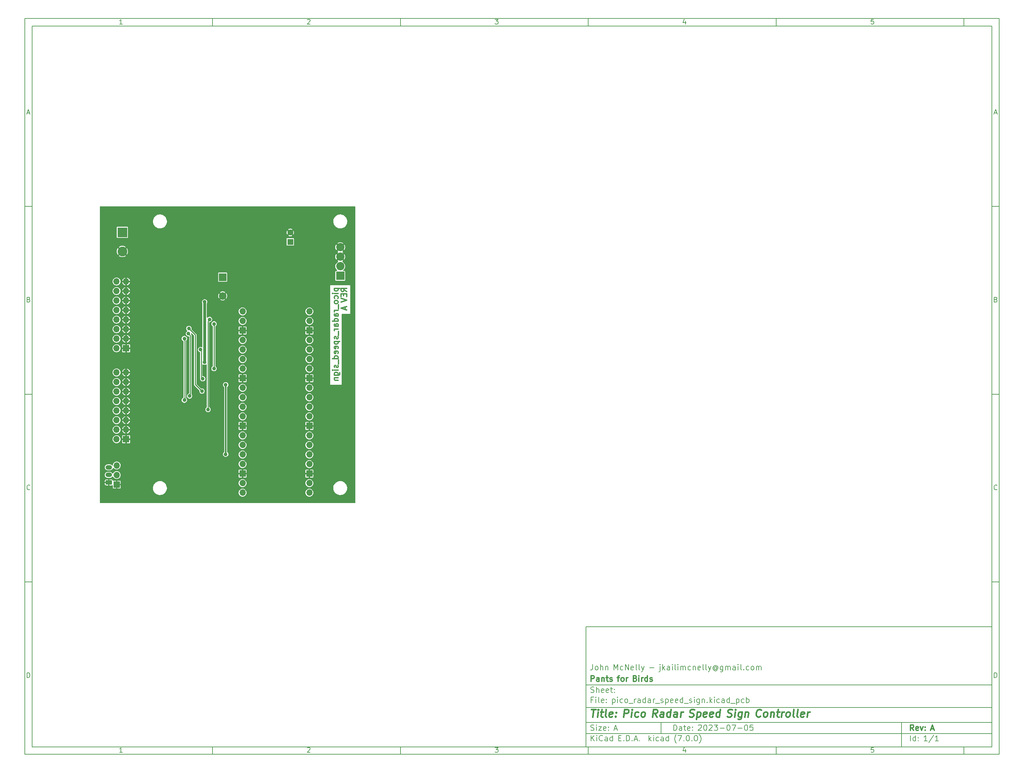
<source format=gbr>
%TF.GenerationSoftware,KiCad,Pcbnew,(7.0.0)*%
%TF.CreationDate,2023-07-05T22:29:38-07:00*%
%TF.ProjectId,pico_radar_speed_sign,7069636f-5f72-4616-9461-725f73706565,A*%
%TF.SameCoordinates,Original*%
%TF.FileFunction,Copper,L2,Bot*%
%TF.FilePolarity,Positive*%
%FSLAX46Y46*%
G04 Gerber Fmt 4.6, Leading zero omitted, Abs format (unit mm)*
G04 Created by KiCad (PCBNEW (7.0.0)) date 2023-07-05 22:29:38*
%MOMM*%
%LPD*%
G01*
G04 APERTURE LIST*
G04 Aperture macros list*
%AMRoundRect*
0 Rectangle with rounded corners*
0 $1 Rounding radius*
0 $2 $3 $4 $5 $6 $7 $8 $9 X,Y pos of 4 corners*
0 Add a 4 corners polygon primitive as box body*
4,1,4,$2,$3,$4,$5,$6,$7,$8,$9,$2,$3,0*
0 Add four circle primitives for the rounded corners*
1,1,$1+$1,$2,$3*
1,1,$1+$1,$4,$5*
1,1,$1+$1,$6,$7*
1,1,$1+$1,$8,$9*
0 Add four rect primitives between the rounded corners*
20,1,$1+$1,$2,$3,$4,$5,0*
20,1,$1+$1,$4,$5,$6,$7,0*
20,1,$1+$1,$6,$7,$8,$9,0*
20,1,$1+$1,$8,$9,$2,$3,0*%
G04 Aperture macros list end*
%ADD10C,0.100000*%
%ADD11C,0.150000*%
%ADD12C,0.300000*%
%ADD13C,0.400000*%
%TA.AperFunction,NonConductor*%
%ADD14C,0.300000*%
%TD*%
%TA.AperFunction,ComponentPad*%
%ADD15R,1.700000X1.700000*%
%TD*%
%TA.AperFunction,ComponentPad*%
%ADD16O,1.700000X1.700000*%
%TD*%
%TA.AperFunction,ComponentPad*%
%ADD17RoundRect,0.250000X0.625000X-0.350000X0.625000X0.350000X-0.625000X0.350000X-0.625000X-0.350000X0*%
%TD*%
%TA.AperFunction,ComponentPad*%
%ADD18O,1.750000X1.200000*%
%TD*%
%TA.AperFunction,ComponentPad*%
%ADD19R,2.200000X2.200000*%
%TD*%
%TA.AperFunction,ComponentPad*%
%ADD20C,2.200000*%
%TD*%
%TA.AperFunction,ComponentPad*%
%ADD21R,2.600000X2.600000*%
%TD*%
%TA.AperFunction,ComponentPad*%
%ADD22C,2.600000*%
%TD*%
%TA.AperFunction,ComponentPad*%
%ADD23R,1.600000X1.600000*%
%TD*%
%TA.AperFunction,ComponentPad*%
%ADD24C,1.600000*%
%TD*%
%TA.AperFunction,ComponentPad*%
%ADD25R,2.000000X2.000000*%
%TD*%
%TA.AperFunction,ComponentPad*%
%ADD26C,2.000000*%
%TD*%
%TA.AperFunction,ViaPad*%
%ADD27C,1.000000*%
%TD*%
%TA.AperFunction,Conductor*%
%ADD28C,0.250000*%
%TD*%
%TA.AperFunction,Conductor*%
%ADD29C,0.400000*%
%TD*%
%TA.AperFunction,Conductor*%
%ADD30C,0.800000*%
%TD*%
G04 APERTURE END LIST*
D10*
D11*
X159400000Y-171900000D02*
X267400000Y-171900000D01*
X267400000Y-203900000D01*
X159400000Y-203900000D01*
X159400000Y-171900000D01*
D10*
D11*
X10000000Y-10000000D02*
X269400000Y-10000000D01*
X269400000Y-205900000D01*
X10000000Y-205900000D01*
X10000000Y-10000000D01*
D10*
D11*
X12000000Y-12000000D02*
X267400000Y-12000000D01*
X267400000Y-203900000D01*
X12000000Y-203900000D01*
X12000000Y-12000000D01*
D10*
D11*
X60000000Y-12000000D02*
X60000000Y-10000000D01*
D10*
D11*
X110000000Y-12000000D02*
X110000000Y-10000000D01*
D10*
D11*
X160000000Y-12000000D02*
X160000000Y-10000000D01*
D10*
D11*
X210000000Y-12000000D02*
X210000000Y-10000000D01*
D10*
D11*
X260000000Y-12000000D02*
X260000000Y-10000000D01*
D10*
D11*
X35990476Y-11477595D02*
X35247619Y-11477595D01*
X35619047Y-11477595D02*
X35619047Y-10177595D01*
X35619047Y-10177595D02*
X35495238Y-10363309D01*
X35495238Y-10363309D02*
X35371428Y-10487119D01*
X35371428Y-10487119D02*
X35247619Y-10549023D01*
D10*
D11*
X85247619Y-10301404D02*
X85309523Y-10239500D01*
X85309523Y-10239500D02*
X85433333Y-10177595D01*
X85433333Y-10177595D02*
X85742857Y-10177595D01*
X85742857Y-10177595D02*
X85866666Y-10239500D01*
X85866666Y-10239500D02*
X85928571Y-10301404D01*
X85928571Y-10301404D02*
X85990476Y-10425214D01*
X85990476Y-10425214D02*
X85990476Y-10549023D01*
X85990476Y-10549023D02*
X85928571Y-10734738D01*
X85928571Y-10734738D02*
X85185714Y-11477595D01*
X85185714Y-11477595D02*
X85990476Y-11477595D01*
D10*
D11*
X135185714Y-10177595D02*
X135990476Y-10177595D01*
X135990476Y-10177595D02*
X135557142Y-10672833D01*
X135557142Y-10672833D02*
X135742857Y-10672833D01*
X135742857Y-10672833D02*
X135866666Y-10734738D01*
X135866666Y-10734738D02*
X135928571Y-10796642D01*
X135928571Y-10796642D02*
X135990476Y-10920452D01*
X135990476Y-10920452D02*
X135990476Y-11229976D01*
X135990476Y-11229976D02*
X135928571Y-11353785D01*
X135928571Y-11353785D02*
X135866666Y-11415690D01*
X135866666Y-11415690D02*
X135742857Y-11477595D01*
X135742857Y-11477595D02*
X135371428Y-11477595D01*
X135371428Y-11477595D02*
X135247619Y-11415690D01*
X135247619Y-11415690D02*
X135185714Y-11353785D01*
D10*
D11*
X185866666Y-10610928D02*
X185866666Y-11477595D01*
X185557142Y-10115690D02*
X185247619Y-11044261D01*
X185247619Y-11044261D02*
X186052380Y-11044261D01*
D10*
D11*
X235928571Y-10177595D02*
X235309523Y-10177595D01*
X235309523Y-10177595D02*
X235247619Y-10796642D01*
X235247619Y-10796642D02*
X235309523Y-10734738D01*
X235309523Y-10734738D02*
X235433333Y-10672833D01*
X235433333Y-10672833D02*
X235742857Y-10672833D01*
X235742857Y-10672833D02*
X235866666Y-10734738D01*
X235866666Y-10734738D02*
X235928571Y-10796642D01*
X235928571Y-10796642D02*
X235990476Y-10920452D01*
X235990476Y-10920452D02*
X235990476Y-11229976D01*
X235990476Y-11229976D02*
X235928571Y-11353785D01*
X235928571Y-11353785D02*
X235866666Y-11415690D01*
X235866666Y-11415690D02*
X235742857Y-11477595D01*
X235742857Y-11477595D02*
X235433333Y-11477595D01*
X235433333Y-11477595D02*
X235309523Y-11415690D01*
X235309523Y-11415690D02*
X235247619Y-11353785D01*
D10*
D11*
X60000000Y-203900000D02*
X60000000Y-205900000D01*
D10*
D11*
X110000000Y-203900000D02*
X110000000Y-205900000D01*
D10*
D11*
X160000000Y-203900000D02*
X160000000Y-205900000D01*
D10*
D11*
X210000000Y-203900000D02*
X210000000Y-205900000D01*
D10*
D11*
X260000000Y-203900000D02*
X260000000Y-205900000D01*
D10*
D11*
X35990476Y-205377595D02*
X35247619Y-205377595D01*
X35619047Y-205377595D02*
X35619047Y-204077595D01*
X35619047Y-204077595D02*
X35495238Y-204263309D01*
X35495238Y-204263309D02*
X35371428Y-204387119D01*
X35371428Y-204387119D02*
X35247619Y-204449023D01*
D10*
D11*
X85247619Y-204201404D02*
X85309523Y-204139500D01*
X85309523Y-204139500D02*
X85433333Y-204077595D01*
X85433333Y-204077595D02*
X85742857Y-204077595D01*
X85742857Y-204077595D02*
X85866666Y-204139500D01*
X85866666Y-204139500D02*
X85928571Y-204201404D01*
X85928571Y-204201404D02*
X85990476Y-204325214D01*
X85990476Y-204325214D02*
X85990476Y-204449023D01*
X85990476Y-204449023D02*
X85928571Y-204634738D01*
X85928571Y-204634738D02*
X85185714Y-205377595D01*
X85185714Y-205377595D02*
X85990476Y-205377595D01*
D10*
D11*
X135185714Y-204077595D02*
X135990476Y-204077595D01*
X135990476Y-204077595D02*
X135557142Y-204572833D01*
X135557142Y-204572833D02*
X135742857Y-204572833D01*
X135742857Y-204572833D02*
X135866666Y-204634738D01*
X135866666Y-204634738D02*
X135928571Y-204696642D01*
X135928571Y-204696642D02*
X135990476Y-204820452D01*
X135990476Y-204820452D02*
X135990476Y-205129976D01*
X135990476Y-205129976D02*
X135928571Y-205253785D01*
X135928571Y-205253785D02*
X135866666Y-205315690D01*
X135866666Y-205315690D02*
X135742857Y-205377595D01*
X135742857Y-205377595D02*
X135371428Y-205377595D01*
X135371428Y-205377595D02*
X135247619Y-205315690D01*
X135247619Y-205315690D02*
X135185714Y-205253785D01*
D10*
D11*
X185866666Y-204510928D02*
X185866666Y-205377595D01*
X185557142Y-204015690D02*
X185247619Y-204944261D01*
X185247619Y-204944261D02*
X186052380Y-204944261D01*
D10*
D11*
X235928571Y-204077595D02*
X235309523Y-204077595D01*
X235309523Y-204077595D02*
X235247619Y-204696642D01*
X235247619Y-204696642D02*
X235309523Y-204634738D01*
X235309523Y-204634738D02*
X235433333Y-204572833D01*
X235433333Y-204572833D02*
X235742857Y-204572833D01*
X235742857Y-204572833D02*
X235866666Y-204634738D01*
X235866666Y-204634738D02*
X235928571Y-204696642D01*
X235928571Y-204696642D02*
X235990476Y-204820452D01*
X235990476Y-204820452D02*
X235990476Y-205129976D01*
X235990476Y-205129976D02*
X235928571Y-205253785D01*
X235928571Y-205253785D02*
X235866666Y-205315690D01*
X235866666Y-205315690D02*
X235742857Y-205377595D01*
X235742857Y-205377595D02*
X235433333Y-205377595D01*
X235433333Y-205377595D02*
X235309523Y-205315690D01*
X235309523Y-205315690D02*
X235247619Y-205253785D01*
D10*
D11*
X10000000Y-60000000D02*
X12000000Y-60000000D01*
D10*
D11*
X10000000Y-110000000D02*
X12000000Y-110000000D01*
D10*
D11*
X10000000Y-160000000D02*
X12000000Y-160000000D01*
D10*
D11*
X10690476Y-35106166D02*
X11309523Y-35106166D01*
X10566666Y-35477595D02*
X10999999Y-34177595D01*
X10999999Y-34177595D02*
X11433333Y-35477595D01*
D10*
D11*
X11092857Y-84796642D02*
X11278571Y-84858547D01*
X11278571Y-84858547D02*
X11340476Y-84920452D01*
X11340476Y-84920452D02*
X11402380Y-85044261D01*
X11402380Y-85044261D02*
X11402380Y-85229976D01*
X11402380Y-85229976D02*
X11340476Y-85353785D01*
X11340476Y-85353785D02*
X11278571Y-85415690D01*
X11278571Y-85415690D02*
X11154761Y-85477595D01*
X11154761Y-85477595D02*
X10659523Y-85477595D01*
X10659523Y-85477595D02*
X10659523Y-84177595D01*
X10659523Y-84177595D02*
X11092857Y-84177595D01*
X11092857Y-84177595D02*
X11216666Y-84239500D01*
X11216666Y-84239500D02*
X11278571Y-84301404D01*
X11278571Y-84301404D02*
X11340476Y-84425214D01*
X11340476Y-84425214D02*
X11340476Y-84549023D01*
X11340476Y-84549023D02*
X11278571Y-84672833D01*
X11278571Y-84672833D02*
X11216666Y-84734738D01*
X11216666Y-84734738D02*
X11092857Y-84796642D01*
X11092857Y-84796642D02*
X10659523Y-84796642D01*
D10*
D11*
X11402380Y-135353785D02*
X11340476Y-135415690D01*
X11340476Y-135415690D02*
X11154761Y-135477595D01*
X11154761Y-135477595D02*
X11030952Y-135477595D01*
X11030952Y-135477595D02*
X10845238Y-135415690D01*
X10845238Y-135415690D02*
X10721428Y-135291880D01*
X10721428Y-135291880D02*
X10659523Y-135168071D01*
X10659523Y-135168071D02*
X10597619Y-134920452D01*
X10597619Y-134920452D02*
X10597619Y-134734738D01*
X10597619Y-134734738D02*
X10659523Y-134487119D01*
X10659523Y-134487119D02*
X10721428Y-134363309D01*
X10721428Y-134363309D02*
X10845238Y-134239500D01*
X10845238Y-134239500D02*
X11030952Y-134177595D01*
X11030952Y-134177595D02*
X11154761Y-134177595D01*
X11154761Y-134177595D02*
X11340476Y-134239500D01*
X11340476Y-134239500D02*
X11402380Y-134301404D01*
D10*
D11*
X10659523Y-185477595D02*
X10659523Y-184177595D01*
X10659523Y-184177595D02*
X10969047Y-184177595D01*
X10969047Y-184177595D02*
X11154761Y-184239500D01*
X11154761Y-184239500D02*
X11278571Y-184363309D01*
X11278571Y-184363309D02*
X11340476Y-184487119D01*
X11340476Y-184487119D02*
X11402380Y-184734738D01*
X11402380Y-184734738D02*
X11402380Y-184920452D01*
X11402380Y-184920452D02*
X11340476Y-185168071D01*
X11340476Y-185168071D02*
X11278571Y-185291880D01*
X11278571Y-185291880D02*
X11154761Y-185415690D01*
X11154761Y-185415690D02*
X10969047Y-185477595D01*
X10969047Y-185477595D02*
X10659523Y-185477595D01*
D10*
D11*
X269400000Y-60000000D02*
X267400000Y-60000000D01*
D10*
D11*
X269400000Y-110000000D02*
X267400000Y-110000000D01*
D10*
D11*
X269400000Y-160000000D02*
X267400000Y-160000000D01*
D10*
D11*
X268090476Y-35106166D02*
X268709523Y-35106166D01*
X267966666Y-35477595D02*
X268399999Y-34177595D01*
X268399999Y-34177595D02*
X268833333Y-35477595D01*
D10*
D11*
X268492857Y-84796642D02*
X268678571Y-84858547D01*
X268678571Y-84858547D02*
X268740476Y-84920452D01*
X268740476Y-84920452D02*
X268802380Y-85044261D01*
X268802380Y-85044261D02*
X268802380Y-85229976D01*
X268802380Y-85229976D02*
X268740476Y-85353785D01*
X268740476Y-85353785D02*
X268678571Y-85415690D01*
X268678571Y-85415690D02*
X268554761Y-85477595D01*
X268554761Y-85477595D02*
X268059523Y-85477595D01*
X268059523Y-85477595D02*
X268059523Y-84177595D01*
X268059523Y-84177595D02*
X268492857Y-84177595D01*
X268492857Y-84177595D02*
X268616666Y-84239500D01*
X268616666Y-84239500D02*
X268678571Y-84301404D01*
X268678571Y-84301404D02*
X268740476Y-84425214D01*
X268740476Y-84425214D02*
X268740476Y-84549023D01*
X268740476Y-84549023D02*
X268678571Y-84672833D01*
X268678571Y-84672833D02*
X268616666Y-84734738D01*
X268616666Y-84734738D02*
X268492857Y-84796642D01*
X268492857Y-84796642D02*
X268059523Y-84796642D01*
D10*
D11*
X268802380Y-135353785D02*
X268740476Y-135415690D01*
X268740476Y-135415690D02*
X268554761Y-135477595D01*
X268554761Y-135477595D02*
X268430952Y-135477595D01*
X268430952Y-135477595D02*
X268245238Y-135415690D01*
X268245238Y-135415690D02*
X268121428Y-135291880D01*
X268121428Y-135291880D02*
X268059523Y-135168071D01*
X268059523Y-135168071D02*
X267997619Y-134920452D01*
X267997619Y-134920452D02*
X267997619Y-134734738D01*
X267997619Y-134734738D02*
X268059523Y-134487119D01*
X268059523Y-134487119D02*
X268121428Y-134363309D01*
X268121428Y-134363309D02*
X268245238Y-134239500D01*
X268245238Y-134239500D02*
X268430952Y-134177595D01*
X268430952Y-134177595D02*
X268554761Y-134177595D01*
X268554761Y-134177595D02*
X268740476Y-134239500D01*
X268740476Y-134239500D02*
X268802380Y-134301404D01*
D10*
D11*
X268059523Y-185477595D02*
X268059523Y-184177595D01*
X268059523Y-184177595D02*
X268369047Y-184177595D01*
X268369047Y-184177595D02*
X268554761Y-184239500D01*
X268554761Y-184239500D02*
X268678571Y-184363309D01*
X268678571Y-184363309D02*
X268740476Y-184487119D01*
X268740476Y-184487119D02*
X268802380Y-184734738D01*
X268802380Y-184734738D02*
X268802380Y-184920452D01*
X268802380Y-184920452D02*
X268740476Y-185168071D01*
X268740476Y-185168071D02*
X268678571Y-185291880D01*
X268678571Y-185291880D02*
X268554761Y-185415690D01*
X268554761Y-185415690D02*
X268369047Y-185477595D01*
X268369047Y-185477595D02*
X268059523Y-185477595D01*
D10*
D11*
X182757142Y-199551071D02*
X182757142Y-198051071D01*
X182757142Y-198051071D02*
X183114285Y-198051071D01*
X183114285Y-198051071D02*
X183328571Y-198122500D01*
X183328571Y-198122500D02*
X183471428Y-198265357D01*
X183471428Y-198265357D02*
X183542857Y-198408214D01*
X183542857Y-198408214D02*
X183614285Y-198693928D01*
X183614285Y-198693928D02*
X183614285Y-198908214D01*
X183614285Y-198908214D02*
X183542857Y-199193928D01*
X183542857Y-199193928D02*
X183471428Y-199336785D01*
X183471428Y-199336785D02*
X183328571Y-199479642D01*
X183328571Y-199479642D02*
X183114285Y-199551071D01*
X183114285Y-199551071D02*
X182757142Y-199551071D01*
X184900000Y-199551071D02*
X184900000Y-198765357D01*
X184900000Y-198765357D02*
X184828571Y-198622500D01*
X184828571Y-198622500D02*
X184685714Y-198551071D01*
X184685714Y-198551071D02*
X184400000Y-198551071D01*
X184400000Y-198551071D02*
X184257142Y-198622500D01*
X184900000Y-199479642D02*
X184757142Y-199551071D01*
X184757142Y-199551071D02*
X184400000Y-199551071D01*
X184400000Y-199551071D02*
X184257142Y-199479642D01*
X184257142Y-199479642D02*
X184185714Y-199336785D01*
X184185714Y-199336785D02*
X184185714Y-199193928D01*
X184185714Y-199193928D02*
X184257142Y-199051071D01*
X184257142Y-199051071D02*
X184400000Y-198979642D01*
X184400000Y-198979642D02*
X184757142Y-198979642D01*
X184757142Y-198979642D02*
X184900000Y-198908214D01*
X185400000Y-198551071D02*
X185971428Y-198551071D01*
X185614285Y-198051071D02*
X185614285Y-199336785D01*
X185614285Y-199336785D02*
X185685714Y-199479642D01*
X185685714Y-199479642D02*
X185828571Y-199551071D01*
X185828571Y-199551071D02*
X185971428Y-199551071D01*
X187042857Y-199479642D02*
X186900000Y-199551071D01*
X186900000Y-199551071D02*
X186614286Y-199551071D01*
X186614286Y-199551071D02*
X186471428Y-199479642D01*
X186471428Y-199479642D02*
X186400000Y-199336785D01*
X186400000Y-199336785D02*
X186400000Y-198765357D01*
X186400000Y-198765357D02*
X186471428Y-198622500D01*
X186471428Y-198622500D02*
X186614286Y-198551071D01*
X186614286Y-198551071D02*
X186900000Y-198551071D01*
X186900000Y-198551071D02*
X187042857Y-198622500D01*
X187042857Y-198622500D02*
X187114286Y-198765357D01*
X187114286Y-198765357D02*
X187114286Y-198908214D01*
X187114286Y-198908214D02*
X186400000Y-199051071D01*
X187757142Y-199408214D02*
X187828571Y-199479642D01*
X187828571Y-199479642D02*
X187757142Y-199551071D01*
X187757142Y-199551071D02*
X187685714Y-199479642D01*
X187685714Y-199479642D02*
X187757142Y-199408214D01*
X187757142Y-199408214D02*
X187757142Y-199551071D01*
X187757142Y-198622500D02*
X187828571Y-198693928D01*
X187828571Y-198693928D02*
X187757142Y-198765357D01*
X187757142Y-198765357D02*
X187685714Y-198693928D01*
X187685714Y-198693928D02*
X187757142Y-198622500D01*
X187757142Y-198622500D02*
X187757142Y-198765357D01*
X189300000Y-198193928D02*
X189371428Y-198122500D01*
X189371428Y-198122500D02*
X189514286Y-198051071D01*
X189514286Y-198051071D02*
X189871428Y-198051071D01*
X189871428Y-198051071D02*
X190014286Y-198122500D01*
X190014286Y-198122500D02*
X190085714Y-198193928D01*
X190085714Y-198193928D02*
X190157143Y-198336785D01*
X190157143Y-198336785D02*
X190157143Y-198479642D01*
X190157143Y-198479642D02*
X190085714Y-198693928D01*
X190085714Y-198693928D02*
X189228571Y-199551071D01*
X189228571Y-199551071D02*
X190157143Y-199551071D01*
X191085714Y-198051071D02*
X191228571Y-198051071D01*
X191228571Y-198051071D02*
X191371428Y-198122500D01*
X191371428Y-198122500D02*
X191442857Y-198193928D01*
X191442857Y-198193928D02*
X191514285Y-198336785D01*
X191514285Y-198336785D02*
X191585714Y-198622500D01*
X191585714Y-198622500D02*
X191585714Y-198979642D01*
X191585714Y-198979642D02*
X191514285Y-199265357D01*
X191514285Y-199265357D02*
X191442857Y-199408214D01*
X191442857Y-199408214D02*
X191371428Y-199479642D01*
X191371428Y-199479642D02*
X191228571Y-199551071D01*
X191228571Y-199551071D02*
X191085714Y-199551071D01*
X191085714Y-199551071D02*
X190942857Y-199479642D01*
X190942857Y-199479642D02*
X190871428Y-199408214D01*
X190871428Y-199408214D02*
X190799999Y-199265357D01*
X190799999Y-199265357D02*
X190728571Y-198979642D01*
X190728571Y-198979642D02*
X190728571Y-198622500D01*
X190728571Y-198622500D02*
X190799999Y-198336785D01*
X190799999Y-198336785D02*
X190871428Y-198193928D01*
X190871428Y-198193928D02*
X190942857Y-198122500D01*
X190942857Y-198122500D02*
X191085714Y-198051071D01*
X192157142Y-198193928D02*
X192228570Y-198122500D01*
X192228570Y-198122500D02*
X192371428Y-198051071D01*
X192371428Y-198051071D02*
X192728570Y-198051071D01*
X192728570Y-198051071D02*
X192871428Y-198122500D01*
X192871428Y-198122500D02*
X192942856Y-198193928D01*
X192942856Y-198193928D02*
X193014285Y-198336785D01*
X193014285Y-198336785D02*
X193014285Y-198479642D01*
X193014285Y-198479642D02*
X192942856Y-198693928D01*
X192942856Y-198693928D02*
X192085713Y-199551071D01*
X192085713Y-199551071D02*
X193014285Y-199551071D01*
X193514284Y-198051071D02*
X194442856Y-198051071D01*
X194442856Y-198051071D02*
X193942856Y-198622500D01*
X193942856Y-198622500D02*
X194157141Y-198622500D01*
X194157141Y-198622500D02*
X194299999Y-198693928D01*
X194299999Y-198693928D02*
X194371427Y-198765357D01*
X194371427Y-198765357D02*
X194442856Y-198908214D01*
X194442856Y-198908214D02*
X194442856Y-199265357D01*
X194442856Y-199265357D02*
X194371427Y-199408214D01*
X194371427Y-199408214D02*
X194299999Y-199479642D01*
X194299999Y-199479642D02*
X194157141Y-199551071D01*
X194157141Y-199551071D02*
X193728570Y-199551071D01*
X193728570Y-199551071D02*
X193585713Y-199479642D01*
X193585713Y-199479642D02*
X193514284Y-199408214D01*
X195085712Y-198979642D02*
X196228570Y-198979642D01*
X197228570Y-198051071D02*
X197371427Y-198051071D01*
X197371427Y-198051071D02*
X197514284Y-198122500D01*
X197514284Y-198122500D02*
X197585713Y-198193928D01*
X197585713Y-198193928D02*
X197657141Y-198336785D01*
X197657141Y-198336785D02*
X197728570Y-198622500D01*
X197728570Y-198622500D02*
X197728570Y-198979642D01*
X197728570Y-198979642D02*
X197657141Y-199265357D01*
X197657141Y-199265357D02*
X197585713Y-199408214D01*
X197585713Y-199408214D02*
X197514284Y-199479642D01*
X197514284Y-199479642D02*
X197371427Y-199551071D01*
X197371427Y-199551071D02*
X197228570Y-199551071D01*
X197228570Y-199551071D02*
X197085713Y-199479642D01*
X197085713Y-199479642D02*
X197014284Y-199408214D01*
X197014284Y-199408214D02*
X196942855Y-199265357D01*
X196942855Y-199265357D02*
X196871427Y-198979642D01*
X196871427Y-198979642D02*
X196871427Y-198622500D01*
X196871427Y-198622500D02*
X196942855Y-198336785D01*
X196942855Y-198336785D02*
X197014284Y-198193928D01*
X197014284Y-198193928D02*
X197085713Y-198122500D01*
X197085713Y-198122500D02*
X197228570Y-198051071D01*
X198228569Y-198051071D02*
X199228569Y-198051071D01*
X199228569Y-198051071D02*
X198585712Y-199551071D01*
X199799997Y-198979642D02*
X200942855Y-198979642D01*
X201942855Y-198051071D02*
X202085712Y-198051071D01*
X202085712Y-198051071D02*
X202228569Y-198122500D01*
X202228569Y-198122500D02*
X202299998Y-198193928D01*
X202299998Y-198193928D02*
X202371426Y-198336785D01*
X202371426Y-198336785D02*
X202442855Y-198622500D01*
X202442855Y-198622500D02*
X202442855Y-198979642D01*
X202442855Y-198979642D02*
X202371426Y-199265357D01*
X202371426Y-199265357D02*
X202299998Y-199408214D01*
X202299998Y-199408214D02*
X202228569Y-199479642D01*
X202228569Y-199479642D02*
X202085712Y-199551071D01*
X202085712Y-199551071D02*
X201942855Y-199551071D01*
X201942855Y-199551071D02*
X201799998Y-199479642D01*
X201799998Y-199479642D02*
X201728569Y-199408214D01*
X201728569Y-199408214D02*
X201657140Y-199265357D01*
X201657140Y-199265357D02*
X201585712Y-198979642D01*
X201585712Y-198979642D02*
X201585712Y-198622500D01*
X201585712Y-198622500D02*
X201657140Y-198336785D01*
X201657140Y-198336785D02*
X201728569Y-198193928D01*
X201728569Y-198193928D02*
X201799998Y-198122500D01*
X201799998Y-198122500D02*
X201942855Y-198051071D01*
X203799997Y-198051071D02*
X203085711Y-198051071D01*
X203085711Y-198051071D02*
X203014283Y-198765357D01*
X203014283Y-198765357D02*
X203085711Y-198693928D01*
X203085711Y-198693928D02*
X203228569Y-198622500D01*
X203228569Y-198622500D02*
X203585711Y-198622500D01*
X203585711Y-198622500D02*
X203728569Y-198693928D01*
X203728569Y-198693928D02*
X203799997Y-198765357D01*
X203799997Y-198765357D02*
X203871426Y-198908214D01*
X203871426Y-198908214D02*
X203871426Y-199265357D01*
X203871426Y-199265357D02*
X203799997Y-199408214D01*
X203799997Y-199408214D02*
X203728569Y-199479642D01*
X203728569Y-199479642D02*
X203585711Y-199551071D01*
X203585711Y-199551071D02*
X203228569Y-199551071D01*
X203228569Y-199551071D02*
X203085711Y-199479642D01*
X203085711Y-199479642D02*
X203014283Y-199408214D01*
D10*
D11*
X159400000Y-200400000D02*
X267400000Y-200400000D01*
D10*
D11*
X160757142Y-202351071D02*
X160757142Y-200851071D01*
X161614285Y-202351071D02*
X160971428Y-201493928D01*
X161614285Y-200851071D02*
X160757142Y-201708214D01*
X162257142Y-202351071D02*
X162257142Y-201351071D01*
X162257142Y-200851071D02*
X162185714Y-200922500D01*
X162185714Y-200922500D02*
X162257142Y-200993928D01*
X162257142Y-200993928D02*
X162328571Y-200922500D01*
X162328571Y-200922500D02*
X162257142Y-200851071D01*
X162257142Y-200851071D02*
X162257142Y-200993928D01*
X163828571Y-202208214D02*
X163757143Y-202279642D01*
X163757143Y-202279642D02*
X163542857Y-202351071D01*
X163542857Y-202351071D02*
X163400000Y-202351071D01*
X163400000Y-202351071D02*
X163185714Y-202279642D01*
X163185714Y-202279642D02*
X163042857Y-202136785D01*
X163042857Y-202136785D02*
X162971428Y-201993928D01*
X162971428Y-201993928D02*
X162900000Y-201708214D01*
X162900000Y-201708214D02*
X162900000Y-201493928D01*
X162900000Y-201493928D02*
X162971428Y-201208214D01*
X162971428Y-201208214D02*
X163042857Y-201065357D01*
X163042857Y-201065357D02*
X163185714Y-200922500D01*
X163185714Y-200922500D02*
X163400000Y-200851071D01*
X163400000Y-200851071D02*
X163542857Y-200851071D01*
X163542857Y-200851071D02*
X163757143Y-200922500D01*
X163757143Y-200922500D02*
X163828571Y-200993928D01*
X165114286Y-202351071D02*
X165114286Y-201565357D01*
X165114286Y-201565357D02*
X165042857Y-201422500D01*
X165042857Y-201422500D02*
X164900000Y-201351071D01*
X164900000Y-201351071D02*
X164614286Y-201351071D01*
X164614286Y-201351071D02*
X164471428Y-201422500D01*
X165114286Y-202279642D02*
X164971428Y-202351071D01*
X164971428Y-202351071D02*
X164614286Y-202351071D01*
X164614286Y-202351071D02*
X164471428Y-202279642D01*
X164471428Y-202279642D02*
X164400000Y-202136785D01*
X164400000Y-202136785D02*
X164400000Y-201993928D01*
X164400000Y-201993928D02*
X164471428Y-201851071D01*
X164471428Y-201851071D02*
X164614286Y-201779642D01*
X164614286Y-201779642D02*
X164971428Y-201779642D01*
X164971428Y-201779642D02*
X165114286Y-201708214D01*
X166471429Y-202351071D02*
X166471429Y-200851071D01*
X166471429Y-202279642D02*
X166328571Y-202351071D01*
X166328571Y-202351071D02*
X166042857Y-202351071D01*
X166042857Y-202351071D02*
X165900000Y-202279642D01*
X165900000Y-202279642D02*
X165828571Y-202208214D01*
X165828571Y-202208214D02*
X165757143Y-202065357D01*
X165757143Y-202065357D02*
X165757143Y-201636785D01*
X165757143Y-201636785D02*
X165828571Y-201493928D01*
X165828571Y-201493928D02*
X165900000Y-201422500D01*
X165900000Y-201422500D02*
X166042857Y-201351071D01*
X166042857Y-201351071D02*
X166328571Y-201351071D01*
X166328571Y-201351071D02*
X166471429Y-201422500D01*
X168085714Y-201565357D02*
X168585714Y-201565357D01*
X168800000Y-202351071D02*
X168085714Y-202351071D01*
X168085714Y-202351071D02*
X168085714Y-200851071D01*
X168085714Y-200851071D02*
X168800000Y-200851071D01*
X169442857Y-202208214D02*
X169514286Y-202279642D01*
X169514286Y-202279642D02*
X169442857Y-202351071D01*
X169442857Y-202351071D02*
X169371429Y-202279642D01*
X169371429Y-202279642D02*
X169442857Y-202208214D01*
X169442857Y-202208214D02*
X169442857Y-202351071D01*
X170157143Y-202351071D02*
X170157143Y-200851071D01*
X170157143Y-200851071D02*
X170514286Y-200851071D01*
X170514286Y-200851071D02*
X170728572Y-200922500D01*
X170728572Y-200922500D02*
X170871429Y-201065357D01*
X170871429Y-201065357D02*
X170942858Y-201208214D01*
X170942858Y-201208214D02*
X171014286Y-201493928D01*
X171014286Y-201493928D02*
X171014286Y-201708214D01*
X171014286Y-201708214D02*
X170942858Y-201993928D01*
X170942858Y-201993928D02*
X170871429Y-202136785D01*
X170871429Y-202136785D02*
X170728572Y-202279642D01*
X170728572Y-202279642D02*
X170514286Y-202351071D01*
X170514286Y-202351071D02*
X170157143Y-202351071D01*
X171657143Y-202208214D02*
X171728572Y-202279642D01*
X171728572Y-202279642D02*
X171657143Y-202351071D01*
X171657143Y-202351071D02*
X171585715Y-202279642D01*
X171585715Y-202279642D02*
X171657143Y-202208214D01*
X171657143Y-202208214D02*
X171657143Y-202351071D01*
X172300001Y-201922500D02*
X173014287Y-201922500D01*
X172157144Y-202351071D02*
X172657144Y-200851071D01*
X172657144Y-200851071D02*
X173157144Y-202351071D01*
X173657143Y-202208214D02*
X173728572Y-202279642D01*
X173728572Y-202279642D02*
X173657143Y-202351071D01*
X173657143Y-202351071D02*
X173585715Y-202279642D01*
X173585715Y-202279642D02*
X173657143Y-202208214D01*
X173657143Y-202208214D02*
X173657143Y-202351071D01*
X176171429Y-202351071D02*
X176171429Y-200851071D01*
X176314287Y-201779642D02*
X176742858Y-202351071D01*
X176742858Y-201351071D02*
X176171429Y-201922500D01*
X177385715Y-202351071D02*
X177385715Y-201351071D01*
X177385715Y-200851071D02*
X177314287Y-200922500D01*
X177314287Y-200922500D02*
X177385715Y-200993928D01*
X177385715Y-200993928D02*
X177457144Y-200922500D01*
X177457144Y-200922500D02*
X177385715Y-200851071D01*
X177385715Y-200851071D02*
X177385715Y-200993928D01*
X178742859Y-202279642D02*
X178600001Y-202351071D01*
X178600001Y-202351071D02*
X178314287Y-202351071D01*
X178314287Y-202351071D02*
X178171430Y-202279642D01*
X178171430Y-202279642D02*
X178100001Y-202208214D01*
X178100001Y-202208214D02*
X178028573Y-202065357D01*
X178028573Y-202065357D02*
X178028573Y-201636785D01*
X178028573Y-201636785D02*
X178100001Y-201493928D01*
X178100001Y-201493928D02*
X178171430Y-201422500D01*
X178171430Y-201422500D02*
X178314287Y-201351071D01*
X178314287Y-201351071D02*
X178600001Y-201351071D01*
X178600001Y-201351071D02*
X178742859Y-201422500D01*
X180028573Y-202351071D02*
X180028573Y-201565357D01*
X180028573Y-201565357D02*
X179957144Y-201422500D01*
X179957144Y-201422500D02*
X179814287Y-201351071D01*
X179814287Y-201351071D02*
X179528573Y-201351071D01*
X179528573Y-201351071D02*
X179385715Y-201422500D01*
X180028573Y-202279642D02*
X179885715Y-202351071D01*
X179885715Y-202351071D02*
X179528573Y-202351071D01*
X179528573Y-202351071D02*
X179385715Y-202279642D01*
X179385715Y-202279642D02*
X179314287Y-202136785D01*
X179314287Y-202136785D02*
X179314287Y-201993928D01*
X179314287Y-201993928D02*
X179385715Y-201851071D01*
X179385715Y-201851071D02*
X179528573Y-201779642D01*
X179528573Y-201779642D02*
X179885715Y-201779642D01*
X179885715Y-201779642D02*
X180028573Y-201708214D01*
X181385716Y-202351071D02*
X181385716Y-200851071D01*
X181385716Y-202279642D02*
X181242858Y-202351071D01*
X181242858Y-202351071D02*
X180957144Y-202351071D01*
X180957144Y-202351071D02*
X180814287Y-202279642D01*
X180814287Y-202279642D02*
X180742858Y-202208214D01*
X180742858Y-202208214D02*
X180671430Y-202065357D01*
X180671430Y-202065357D02*
X180671430Y-201636785D01*
X180671430Y-201636785D02*
X180742858Y-201493928D01*
X180742858Y-201493928D02*
X180814287Y-201422500D01*
X180814287Y-201422500D02*
X180957144Y-201351071D01*
X180957144Y-201351071D02*
X181242858Y-201351071D01*
X181242858Y-201351071D02*
X181385716Y-201422500D01*
X183428573Y-202922500D02*
X183357144Y-202851071D01*
X183357144Y-202851071D02*
X183214287Y-202636785D01*
X183214287Y-202636785D02*
X183142859Y-202493928D01*
X183142859Y-202493928D02*
X183071430Y-202279642D01*
X183071430Y-202279642D02*
X183000001Y-201922500D01*
X183000001Y-201922500D02*
X183000001Y-201636785D01*
X183000001Y-201636785D02*
X183071430Y-201279642D01*
X183071430Y-201279642D02*
X183142859Y-201065357D01*
X183142859Y-201065357D02*
X183214287Y-200922500D01*
X183214287Y-200922500D02*
X183357144Y-200708214D01*
X183357144Y-200708214D02*
X183428573Y-200636785D01*
X183857144Y-200851071D02*
X184857144Y-200851071D01*
X184857144Y-200851071D02*
X184214287Y-202351071D01*
X185428572Y-202208214D02*
X185500001Y-202279642D01*
X185500001Y-202279642D02*
X185428572Y-202351071D01*
X185428572Y-202351071D02*
X185357144Y-202279642D01*
X185357144Y-202279642D02*
X185428572Y-202208214D01*
X185428572Y-202208214D02*
X185428572Y-202351071D01*
X186428573Y-200851071D02*
X186571430Y-200851071D01*
X186571430Y-200851071D02*
X186714287Y-200922500D01*
X186714287Y-200922500D02*
X186785716Y-200993928D01*
X186785716Y-200993928D02*
X186857144Y-201136785D01*
X186857144Y-201136785D02*
X186928573Y-201422500D01*
X186928573Y-201422500D02*
X186928573Y-201779642D01*
X186928573Y-201779642D02*
X186857144Y-202065357D01*
X186857144Y-202065357D02*
X186785716Y-202208214D01*
X186785716Y-202208214D02*
X186714287Y-202279642D01*
X186714287Y-202279642D02*
X186571430Y-202351071D01*
X186571430Y-202351071D02*
X186428573Y-202351071D01*
X186428573Y-202351071D02*
X186285716Y-202279642D01*
X186285716Y-202279642D02*
X186214287Y-202208214D01*
X186214287Y-202208214D02*
X186142858Y-202065357D01*
X186142858Y-202065357D02*
X186071430Y-201779642D01*
X186071430Y-201779642D02*
X186071430Y-201422500D01*
X186071430Y-201422500D02*
X186142858Y-201136785D01*
X186142858Y-201136785D02*
X186214287Y-200993928D01*
X186214287Y-200993928D02*
X186285716Y-200922500D01*
X186285716Y-200922500D02*
X186428573Y-200851071D01*
X187571429Y-202208214D02*
X187642858Y-202279642D01*
X187642858Y-202279642D02*
X187571429Y-202351071D01*
X187571429Y-202351071D02*
X187500001Y-202279642D01*
X187500001Y-202279642D02*
X187571429Y-202208214D01*
X187571429Y-202208214D02*
X187571429Y-202351071D01*
X188571430Y-200851071D02*
X188714287Y-200851071D01*
X188714287Y-200851071D02*
X188857144Y-200922500D01*
X188857144Y-200922500D02*
X188928573Y-200993928D01*
X188928573Y-200993928D02*
X189000001Y-201136785D01*
X189000001Y-201136785D02*
X189071430Y-201422500D01*
X189071430Y-201422500D02*
X189071430Y-201779642D01*
X189071430Y-201779642D02*
X189000001Y-202065357D01*
X189000001Y-202065357D02*
X188928573Y-202208214D01*
X188928573Y-202208214D02*
X188857144Y-202279642D01*
X188857144Y-202279642D02*
X188714287Y-202351071D01*
X188714287Y-202351071D02*
X188571430Y-202351071D01*
X188571430Y-202351071D02*
X188428573Y-202279642D01*
X188428573Y-202279642D02*
X188357144Y-202208214D01*
X188357144Y-202208214D02*
X188285715Y-202065357D01*
X188285715Y-202065357D02*
X188214287Y-201779642D01*
X188214287Y-201779642D02*
X188214287Y-201422500D01*
X188214287Y-201422500D02*
X188285715Y-201136785D01*
X188285715Y-201136785D02*
X188357144Y-200993928D01*
X188357144Y-200993928D02*
X188428573Y-200922500D01*
X188428573Y-200922500D02*
X188571430Y-200851071D01*
X189571429Y-202922500D02*
X189642858Y-202851071D01*
X189642858Y-202851071D02*
X189785715Y-202636785D01*
X189785715Y-202636785D02*
X189857144Y-202493928D01*
X189857144Y-202493928D02*
X189928572Y-202279642D01*
X189928572Y-202279642D02*
X190000001Y-201922500D01*
X190000001Y-201922500D02*
X190000001Y-201636785D01*
X190000001Y-201636785D02*
X189928572Y-201279642D01*
X189928572Y-201279642D02*
X189857144Y-201065357D01*
X189857144Y-201065357D02*
X189785715Y-200922500D01*
X189785715Y-200922500D02*
X189642858Y-200708214D01*
X189642858Y-200708214D02*
X189571429Y-200636785D01*
D10*
D11*
X159400000Y-197400000D02*
X267400000Y-197400000D01*
D10*
D12*
X246614285Y-199551071D02*
X246114285Y-198836785D01*
X245757142Y-199551071D02*
X245757142Y-198051071D01*
X245757142Y-198051071D02*
X246328571Y-198051071D01*
X246328571Y-198051071D02*
X246471428Y-198122500D01*
X246471428Y-198122500D02*
X246542857Y-198193928D01*
X246542857Y-198193928D02*
X246614285Y-198336785D01*
X246614285Y-198336785D02*
X246614285Y-198551071D01*
X246614285Y-198551071D02*
X246542857Y-198693928D01*
X246542857Y-198693928D02*
X246471428Y-198765357D01*
X246471428Y-198765357D02*
X246328571Y-198836785D01*
X246328571Y-198836785D02*
X245757142Y-198836785D01*
X247828571Y-199479642D02*
X247685714Y-199551071D01*
X247685714Y-199551071D02*
X247400000Y-199551071D01*
X247400000Y-199551071D02*
X247257142Y-199479642D01*
X247257142Y-199479642D02*
X247185714Y-199336785D01*
X247185714Y-199336785D02*
X247185714Y-198765357D01*
X247185714Y-198765357D02*
X247257142Y-198622500D01*
X247257142Y-198622500D02*
X247400000Y-198551071D01*
X247400000Y-198551071D02*
X247685714Y-198551071D01*
X247685714Y-198551071D02*
X247828571Y-198622500D01*
X247828571Y-198622500D02*
X247900000Y-198765357D01*
X247900000Y-198765357D02*
X247900000Y-198908214D01*
X247900000Y-198908214D02*
X247185714Y-199051071D01*
X248399999Y-198551071D02*
X248757142Y-199551071D01*
X248757142Y-199551071D02*
X249114285Y-198551071D01*
X249685713Y-199408214D02*
X249757142Y-199479642D01*
X249757142Y-199479642D02*
X249685713Y-199551071D01*
X249685713Y-199551071D02*
X249614285Y-199479642D01*
X249614285Y-199479642D02*
X249685713Y-199408214D01*
X249685713Y-199408214D02*
X249685713Y-199551071D01*
X249685713Y-198622500D02*
X249757142Y-198693928D01*
X249757142Y-198693928D02*
X249685713Y-198765357D01*
X249685713Y-198765357D02*
X249614285Y-198693928D01*
X249614285Y-198693928D02*
X249685713Y-198622500D01*
X249685713Y-198622500D02*
X249685713Y-198765357D01*
X251228571Y-199122500D02*
X251942857Y-199122500D01*
X251085714Y-199551071D02*
X251585714Y-198051071D01*
X251585714Y-198051071D02*
X252085714Y-199551071D01*
D10*
D11*
X160685714Y-199479642D02*
X160900000Y-199551071D01*
X160900000Y-199551071D02*
X161257142Y-199551071D01*
X161257142Y-199551071D02*
X161400000Y-199479642D01*
X161400000Y-199479642D02*
X161471428Y-199408214D01*
X161471428Y-199408214D02*
X161542857Y-199265357D01*
X161542857Y-199265357D02*
X161542857Y-199122500D01*
X161542857Y-199122500D02*
X161471428Y-198979642D01*
X161471428Y-198979642D02*
X161400000Y-198908214D01*
X161400000Y-198908214D02*
X161257142Y-198836785D01*
X161257142Y-198836785D02*
X160971428Y-198765357D01*
X160971428Y-198765357D02*
X160828571Y-198693928D01*
X160828571Y-198693928D02*
X160757142Y-198622500D01*
X160757142Y-198622500D02*
X160685714Y-198479642D01*
X160685714Y-198479642D02*
X160685714Y-198336785D01*
X160685714Y-198336785D02*
X160757142Y-198193928D01*
X160757142Y-198193928D02*
X160828571Y-198122500D01*
X160828571Y-198122500D02*
X160971428Y-198051071D01*
X160971428Y-198051071D02*
X161328571Y-198051071D01*
X161328571Y-198051071D02*
X161542857Y-198122500D01*
X162185713Y-199551071D02*
X162185713Y-198551071D01*
X162185713Y-198051071D02*
X162114285Y-198122500D01*
X162114285Y-198122500D02*
X162185713Y-198193928D01*
X162185713Y-198193928D02*
X162257142Y-198122500D01*
X162257142Y-198122500D02*
X162185713Y-198051071D01*
X162185713Y-198051071D02*
X162185713Y-198193928D01*
X162757142Y-198551071D02*
X163542857Y-198551071D01*
X163542857Y-198551071D02*
X162757142Y-199551071D01*
X162757142Y-199551071D02*
X163542857Y-199551071D01*
X164685714Y-199479642D02*
X164542857Y-199551071D01*
X164542857Y-199551071D02*
X164257143Y-199551071D01*
X164257143Y-199551071D02*
X164114285Y-199479642D01*
X164114285Y-199479642D02*
X164042857Y-199336785D01*
X164042857Y-199336785D02*
X164042857Y-198765357D01*
X164042857Y-198765357D02*
X164114285Y-198622500D01*
X164114285Y-198622500D02*
X164257143Y-198551071D01*
X164257143Y-198551071D02*
X164542857Y-198551071D01*
X164542857Y-198551071D02*
X164685714Y-198622500D01*
X164685714Y-198622500D02*
X164757143Y-198765357D01*
X164757143Y-198765357D02*
X164757143Y-198908214D01*
X164757143Y-198908214D02*
X164042857Y-199051071D01*
X165399999Y-199408214D02*
X165471428Y-199479642D01*
X165471428Y-199479642D02*
X165399999Y-199551071D01*
X165399999Y-199551071D02*
X165328571Y-199479642D01*
X165328571Y-199479642D02*
X165399999Y-199408214D01*
X165399999Y-199408214D02*
X165399999Y-199551071D01*
X165399999Y-198622500D02*
X165471428Y-198693928D01*
X165471428Y-198693928D02*
X165399999Y-198765357D01*
X165399999Y-198765357D02*
X165328571Y-198693928D01*
X165328571Y-198693928D02*
X165399999Y-198622500D01*
X165399999Y-198622500D02*
X165399999Y-198765357D01*
X166942857Y-199122500D02*
X167657143Y-199122500D01*
X166800000Y-199551071D02*
X167300000Y-198051071D01*
X167300000Y-198051071D02*
X167800000Y-199551071D01*
D10*
D11*
X245757142Y-202351071D02*
X245757142Y-200851071D01*
X247114286Y-202351071D02*
X247114286Y-200851071D01*
X247114286Y-202279642D02*
X246971428Y-202351071D01*
X246971428Y-202351071D02*
X246685714Y-202351071D01*
X246685714Y-202351071D02*
X246542857Y-202279642D01*
X246542857Y-202279642D02*
X246471428Y-202208214D01*
X246471428Y-202208214D02*
X246400000Y-202065357D01*
X246400000Y-202065357D02*
X246400000Y-201636785D01*
X246400000Y-201636785D02*
X246471428Y-201493928D01*
X246471428Y-201493928D02*
X246542857Y-201422500D01*
X246542857Y-201422500D02*
X246685714Y-201351071D01*
X246685714Y-201351071D02*
X246971428Y-201351071D01*
X246971428Y-201351071D02*
X247114286Y-201422500D01*
X247828571Y-202208214D02*
X247900000Y-202279642D01*
X247900000Y-202279642D02*
X247828571Y-202351071D01*
X247828571Y-202351071D02*
X247757143Y-202279642D01*
X247757143Y-202279642D02*
X247828571Y-202208214D01*
X247828571Y-202208214D02*
X247828571Y-202351071D01*
X247828571Y-201422500D02*
X247900000Y-201493928D01*
X247900000Y-201493928D02*
X247828571Y-201565357D01*
X247828571Y-201565357D02*
X247757143Y-201493928D01*
X247757143Y-201493928D02*
X247828571Y-201422500D01*
X247828571Y-201422500D02*
X247828571Y-201565357D01*
X250228572Y-202351071D02*
X249371429Y-202351071D01*
X249800000Y-202351071D02*
X249800000Y-200851071D01*
X249800000Y-200851071D02*
X249657143Y-201065357D01*
X249657143Y-201065357D02*
X249514286Y-201208214D01*
X249514286Y-201208214D02*
X249371429Y-201279642D01*
X251942857Y-200779642D02*
X250657143Y-202708214D01*
X253228572Y-202351071D02*
X252371429Y-202351071D01*
X252800000Y-202351071D02*
X252800000Y-200851071D01*
X252800000Y-200851071D02*
X252657143Y-201065357D01*
X252657143Y-201065357D02*
X252514286Y-201208214D01*
X252514286Y-201208214D02*
X252371429Y-201279642D01*
D10*
D11*
X159400000Y-193400000D02*
X267400000Y-193400000D01*
D10*
D13*
X160852380Y-193934761D02*
X161995238Y-193934761D01*
X161173809Y-195934761D02*
X161423809Y-193934761D01*
X162411905Y-195934761D02*
X162578571Y-194601428D01*
X162661905Y-193934761D02*
X162554762Y-194030000D01*
X162554762Y-194030000D02*
X162638095Y-194125238D01*
X162638095Y-194125238D02*
X162745238Y-194030000D01*
X162745238Y-194030000D02*
X162661905Y-193934761D01*
X162661905Y-193934761D02*
X162638095Y-194125238D01*
X163245238Y-194601428D02*
X164007143Y-194601428D01*
X163614286Y-193934761D02*
X163400000Y-195649047D01*
X163400000Y-195649047D02*
X163471429Y-195839523D01*
X163471429Y-195839523D02*
X163650000Y-195934761D01*
X163650000Y-195934761D02*
X163840476Y-195934761D01*
X164792857Y-195934761D02*
X164614286Y-195839523D01*
X164614286Y-195839523D02*
X164542857Y-195649047D01*
X164542857Y-195649047D02*
X164757143Y-193934761D01*
X166328571Y-195839523D02*
X166126190Y-195934761D01*
X166126190Y-195934761D02*
X165745238Y-195934761D01*
X165745238Y-195934761D02*
X165566667Y-195839523D01*
X165566667Y-195839523D02*
X165495238Y-195649047D01*
X165495238Y-195649047D02*
X165590476Y-194887142D01*
X165590476Y-194887142D02*
X165709524Y-194696666D01*
X165709524Y-194696666D02*
X165911905Y-194601428D01*
X165911905Y-194601428D02*
X166292857Y-194601428D01*
X166292857Y-194601428D02*
X166471428Y-194696666D01*
X166471428Y-194696666D02*
X166542857Y-194887142D01*
X166542857Y-194887142D02*
X166519047Y-195077619D01*
X166519047Y-195077619D02*
X165542857Y-195268095D01*
X167292857Y-195744285D02*
X167376191Y-195839523D01*
X167376191Y-195839523D02*
X167269048Y-195934761D01*
X167269048Y-195934761D02*
X167185714Y-195839523D01*
X167185714Y-195839523D02*
X167292857Y-195744285D01*
X167292857Y-195744285D02*
X167269048Y-195934761D01*
X167423810Y-194696666D02*
X167507143Y-194791904D01*
X167507143Y-194791904D02*
X167400000Y-194887142D01*
X167400000Y-194887142D02*
X167316667Y-194791904D01*
X167316667Y-194791904D02*
X167423810Y-194696666D01*
X167423810Y-194696666D02*
X167400000Y-194887142D01*
X169421429Y-195934761D02*
X169671429Y-193934761D01*
X169671429Y-193934761D02*
X170433334Y-193934761D01*
X170433334Y-193934761D02*
X170611905Y-194030000D01*
X170611905Y-194030000D02*
X170695238Y-194125238D01*
X170695238Y-194125238D02*
X170766667Y-194315714D01*
X170766667Y-194315714D02*
X170730953Y-194601428D01*
X170730953Y-194601428D02*
X170611905Y-194791904D01*
X170611905Y-194791904D02*
X170504762Y-194887142D01*
X170504762Y-194887142D02*
X170302381Y-194982380D01*
X170302381Y-194982380D02*
X169540476Y-194982380D01*
X171421429Y-195934761D02*
X171588095Y-194601428D01*
X171671429Y-193934761D02*
X171564286Y-194030000D01*
X171564286Y-194030000D02*
X171647619Y-194125238D01*
X171647619Y-194125238D02*
X171754762Y-194030000D01*
X171754762Y-194030000D02*
X171671429Y-193934761D01*
X171671429Y-193934761D02*
X171647619Y-194125238D01*
X173242857Y-195839523D02*
X173040476Y-195934761D01*
X173040476Y-195934761D02*
X172659524Y-195934761D01*
X172659524Y-195934761D02*
X172480953Y-195839523D01*
X172480953Y-195839523D02*
X172397619Y-195744285D01*
X172397619Y-195744285D02*
X172326191Y-195553809D01*
X172326191Y-195553809D02*
X172397619Y-194982380D01*
X172397619Y-194982380D02*
X172516667Y-194791904D01*
X172516667Y-194791904D02*
X172623810Y-194696666D01*
X172623810Y-194696666D02*
X172826191Y-194601428D01*
X172826191Y-194601428D02*
X173207143Y-194601428D01*
X173207143Y-194601428D02*
X173385715Y-194696666D01*
X174373810Y-195934761D02*
X174195239Y-195839523D01*
X174195239Y-195839523D02*
X174111905Y-195744285D01*
X174111905Y-195744285D02*
X174040477Y-195553809D01*
X174040477Y-195553809D02*
X174111905Y-194982380D01*
X174111905Y-194982380D02*
X174230953Y-194791904D01*
X174230953Y-194791904D02*
X174338096Y-194696666D01*
X174338096Y-194696666D02*
X174540477Y-194601428D01*
X174540477Y-194601428D02*
X174826191Y-194601428D01*
X174826191Y-194601428D02*
X175004762Y-194696666D01*
X175004762Y-194696666D02*
X175088096Y-194791904D01*
X175088096Y-194791904D02*
X175159524Y-194982380D01*
X175159524Y-194982380D02*
X175088096Y-195553809D01*
X175088096Y-195553809D02*
X174969048Y-195744285D01*
X174969048Y-195744285D02*
X174861905Y-195839523D01*
X174861905Y-195839523D02*
X174659524Y-195934761D01*
X174659524Y-195934761D02*
X174373810Y-195934761D01*
X178240477Y-195934761D02*
X177692858Y-194982380D01*
X177097620Y-195934761D02*
X177347620Y-193934761D01*
X177347620Y-193934761D02*
X178109525Y-193934761D01*
X178109525Y-193934761D02*
X178288096Y-194030000D01*
X178288096Y-194030000D02*
X178371429Y-194125238D01*
X178371429Y-194125238D02*
X178442858Y-194315714D01*
X178442858Y-194315714D02*
X178407144Y-194601428D01*
X178407144Y-194601428D02*
X178288096Y-194791904D01*
X178288096Y-194791904D02*
X178180953Y-194887142D01*
X178180953Y-194887142D02*
X177978572Y-194982380D01*
X177978572Y-194982380D02*
X177216667Y-194982380D01*
X179954763Y-195934761D02*
X180085715Y-194887142D01*
X180085715Y-194887142D02*
X180014286Y-194696666D01*
X180014286Y-194696666D02*
X179835715Y-194601428D01*
X179835715Y-194601428D02*
X179454763Y-194601428D01*
X179454763Y-194601428D02*
X179252382Y-194696666D01*
X179966667Y-195839523D02*
X179764286Y-195934761D01*
X179764286Y-195934761D02*
X179288096Y-195934761D01*
X179288096Y-195934761D02*
X179109525Y-195839523D01*
X179109525Y-195839523D02*
X179038096Y-195649047D01*
X179038096Y-195649047D02*
X179061905Y-195458571D01*
X179061905Y-195458571D02*
X179180953Y-195268095D01*
X179180953Y-195268095D02*
X179383334Y-195172857D01*
X179383334Y-195172857D02*
X179859525Y-195172857D01*
X179859525Y-195172857D02*
X180061905Y-195077619D01*
X181764287Y-195934761D02*
X182014287Y-193934761D01*
X181776191Y-195839523D02*
X181573810Y-195934761D01*
X181573810Y-195934761D02*
X181192858Y-195934761D01*
X181192858Y-195934761D02*
X181014287Y-195839523D01*
X181014287Y-195839523D02*
X180930953Y-195744285D01*
X180930953Y-195744285D02*
X180859525Y-195553809D01*
X180859525Y-195553809D02*
X180930953Y-194982380D01*
X180930953Y-194982380D02*
X181050001Y-194791904D01*
X181050001Y-194791904D02*
X181157144Y-194696666D01*
X181157144Y-194696666D02*
X181359525Y-194601428D01*
X181359525Y-194601428D02*
X181740477Y-194601428D01*
X181740477Y-194601428D02*
X181919049Y-194696666D01*
X183573811Y-195934761D02*
X183704763Y-194887142D01*
X183704763Y-194887142D02*
X183633334Y-194696666D01*
X183633334Y-194696666D02*
X183454763Y-194601428D01*
X183454763Y-194601428D02*
X183073811Y-194601428D01*
X183073811Y-194601428D02*
X182871430Y-194696666D01*
X183585715Y-195839523D02*
X183383334Y-195934761D01*
X183383334Y-195934761D02*
X182907144Y-195934761D01*
X182907144Y-195934761D02*
X182728573Y-195839523D01*
X182728573Y-195839523D02*
X182657144Y-195649047D01*
X182657144Y-195649047D02*
X182680953Y-195458571D01*
X182680953Y-195458571D02*
X182800001Y-195268095D01*
X182800001Y-195268095D02*
X183002382Y-195172857D01*
X183002382Y-195172857D02*
X183478573Y-195172857D01*
X183478573Y-195172857D02*
X183680953Y-195077619D01*
X184526192Y-195934761D02*
X184692858Y-194601428D01*
X184645239Y-194982380D02*
X184764287Y-194791904D01*
X184764287Y-194791904D02*
X184871430Y-194696666D01*
X184871430Y-194696666D02*
X185073811Y-194601428D01*
X185073811Y-194601428D02*
X185264287Y-194601428D01*
X186880953Y-195839523D02*
X187154763Y-195934761D01*
X187154763Y-195934761D02*
X187630953Y-195934761D01*
X187630953Y-195934761D02*
X187833334Y-195839523D01*
X187833334Y-195839523D02*
X187940477Y-195744285D01*
X187940477Y-195744285D02*
X188059525Y-195553809D01*
X188059525Y-195553809D02*
X188083334Y-195363333D01*
X188083334Y-195363333D02*
X188011906Y-195172857D01*
X188011906Y-195172857D02*
X187928572Y-195077619D01*
X187928572Y-195077619D02*
X187750001Y-194982380D01*
X187750001Y-194982380D02*
X187380953Y-194887142D01*
X187380953Y-194887142D02*
X187202382Y-194791904D01*
X187202382Y-194791904D02*
X187119049Y-194696666D01*
X187119049Y-194696666D02*
X187047620Y-194506190D01*
X187047620Y-194506190D02*
X187071430Y-194315714D01*
X187071430Y-194315714D02*
X187190477Y-194125238D01*
X187190477Y-194125238D02*
X187297620Y-194030000D01*
X187297620Y-194030000D02*
X187500001Y-193934761D01*
X187500001Y-193934761D02*
X187976192Y-193934761D01*
X187976192Y-193934761D02*
X188250001Y-194030000D01*
X189035715Y-194601428D02*
X188785715Y-196601428D01*
X189023811Y-194696666D02*
X189226192Y-194601428D01*
X189226192Y-194601428D02*
X189607144Y-194601428D01*
X189607144Y-194601428D02*
X189785715Y-194696666D01*
X189785715Y-194696666D02*
X189869049Y-194791904D01*
X189869049Y-194791904D02*
X189940477Y-194982380D01*
X189940477Y-194982380D02*
X189869049Y-195553809D01*
X189869049Y-195553809D02*
X189750001Y-195744285D01*
X189750001Y-195744285D02*
X189642858Y-195839523D01*
X189642858Y-195839523D02*
X189440477Y-195934761D01*
X189440477Y-195934761D02*
X189059525Y-195934761D01*
X189059525Y-195934761D02*
X188880954Y-195839523D01*
X191380953Y-195839523D02*
X191178572Y-195934761D01*
X191178572Y-195934761D02*
X190797620Y-195934761D01*
X190797620Y-195934761D02*
X190619049Y-195839523D01*
X190619049Y-195839523D02*
X190547620Y-195649047D01*
X190547620Y-195649047D02*
X190642858Y-194887142D01*
X190642858Y-194887142D02*
X190761906Y-194696666D01*
X190761906Y-194696666D02*
X190964287Y-194601428D01*
X190964287Y-194601428D02*
X191345239Y-194601428D01*
X191345239Y-194601428D02*
X191523810Y-194696666D01*
X191523810Y-194696666D02*
X191595239Y-194887142D01*
X191595239Y-194887142D02*
X191571429Y-195077619D01*
X191571429Y-195077619D02*
X190595239Y-195268095D01*
X193095239Y-195839523D02*
X192892858Y-195934761D01*
X192892858Y-195934761D02*
X192511906Y-195934761D01*
X192511906Y-195934761D02*
X192333335Y-195839523D01*
X192333335Y-195839523D02*
X192261906Y-195649047D01*
X192261906Y-195649047D02*
X192357144Y-194887142D01*
X192357144Y-194887142D02*
X192476192Y-194696666D01*
X192476192Y-194696666D02*
X192678573Y-194601428D01*
X192678573Y-194601428D02*
X193059525Y-194601428D01*
X193059525Y-194601428D02*
X193238096Y-194696666D01*
X193238096Y-194696666D02*
X193309525Y-194887142D01*
X193309525Y-194887142D02*
X193285715Y-195077619D01*
X193285715Y-195077619D02*
X192309525Y-195268095D01*
X194892859Y-195934761D02*
X195142859Y-193934761D01*
X194904763Y-195839523D02*
X194702382Y-195934761D01*
X194702382Y-195934761D02*
X194321430Y-195934761D01*
X194321430Y-195934761D02*
X194142859Y-195839523D01*
X194142859Y-195839523D02*
X194059525Y-195744285D01*
X194059525Y-195744285D02*
X193988097Y-195553809D01*
X193988097Y-195553809D02*
X194059525Y-194982380D01*
X194059525Y-194982380D02*
X194178573Y-194791904D01*
X194178573Y-194791904D02*
X194285716Y-194696666D01*
X194285716Y-194696666D02*
X194488097Y-194601428D01*
X194488097Y-194601428D02*
X194869049Y-194601428D01*
X194869049Y-194601428D02*
X195047621Y-194696666D01*
X196961906Y-195839523D02*
X197235716Y-195934761D01*
X197235716Y-195934761D02*
X197711906Y-195934761D01*
X197711906Y-195934761D02*
X197914287Y-195839523D01*
X197914287Y-195839523D02*
X198021430Y-195744285D01*
X198021430Y-195744285D02*
X198140478Y-195553809D01*
X198140478Y-195553809D02*
X198164287Y-195363333D01*
X198164287Y-195363333D02*
X198092859Y-195172857D01*
X198092859Y-195172857D02*
X198009525Y-195077619D01*
X198009525Y-195077619D02*
X197830954Y-194982380D01*
X197830954Y-194982380D02*
X197461906Y-194887142D01*
X197461906Y-194887142D02*
X197283335Y-194791904D01*
X197283335Y-194791904D02*
X197200002Y-194696666D01*
X197200002Y-194696666D02*
X197128573Y-194506190D01*
X197128573Y-194506190D02*
X197152383Y-194315714D01*
X197152383Y-194315714D02*
X197271430Y-194125238D01*
X197271430Y-194125238D02*
X197378573Y-194030000D01*
X197378573Y-194030000D02*
X197580954Y-193934761D01*
X197580954Y-193934761D02*
X198057145Y-193934761D01*
X198057145Y-193934761D02*
X198330954Y-194030000D01*
X198950002Y-195934761D02*
X199116668Y-194601428D01*
X199200002Y-193934761D02*
X199092859Y-194030000D01*
X199092859Y-194030000D02*
X199176192Y-194125238D01*
X199176192Y-194125238D02*
X199283335Y-194030000D01*
X199283335Y-194030000D02*
X199200002Y-193934761D01*
X199200002Y-193934761D02*
X199176192Y-194125238D01*
X200926192Y-194601428D02*
X200723811Y-196220476D01*
X200723811Y-196220476D02*
X200604764Y-196410952D01*
X200604764Y-196410952D02*
X200497621Y-196506190D01*
X200497621Y-196506190D02*
X200295240Y-196601428D01*
X200295240Y-196601428D02*
X200009526Y-196601428D01*
X200009526Y-196601428D02*
X199830954Y-196506190D01*
X200771430Y-195839523D02*
X200569049Y-195934761D01*
X200569049Y-195934761D02*
X200188097Y-195934761D01*
X200188097Y-195934761D02*
X200009526Y-195839523D01*
X200009526Y-195839523D02*
X199926192Y-195744285D01*
X199926192Y-195744285D02*
X199854764Y-195553809D01*
X199854764Y-195553809D02*
X199926192Y-194982380D01*
X199926192Y-194982380D02*
X200045240Y-194791904D01*
X200045240Y-194791904D02*
X200152383Y-194696666D01*
X200152383Y-194696666D02*
X200354764Y-194601428D01*
X200354764Y-194601428D02*
X200735716Y-194601428D01*
X200735716Y-194601428D02*
X200914288Y-194696666D01*
X201807144Y-194601428D02*
X201640478Y-195934761D01*
X201783335Y-194791904D02*
X201890478Y-194696666D01*
X201890478Y-194696666D02*
X202092859Y-194601428D01*
X202092859Y-194601428D02*
X202378573Y-194601428D01*
X202378573Y-194601428D02*
X202557144Y-194696666D01*
X202557144Y-194696666D02*
X202628573Y-194887142D01*
X202628573Y-194887142D02*
X202497621Y-195934761D01*
X205816668Y-195744285D02*
X205709526Y-195839523D01*
X205709526Y-195839523D02*
X205411907Y-195934761D01*
X205411907Y-195934761D02*
X205221430Y-195934761D01*
X205221430Y-195934761D02*
X204947621Y-195839523D01*
X204947621Y-195839523D02*
X204780954Y-195649047D01*
X204780954Y-195649047D02*
X204709526Y-195458571D01*
X204709526Y-195458571D02*
X204661907Y-195077619D01*
X204661907Y-195077619D02*
X204697621Y-194791904D01*
X204697621Y-194791904D02*
X204840478Y-194410952D01*
X204840478Y-194410952D02*
X204959526Y-194220476D01*
X204959526Y-194220476D02*
X205173811Y-194030000D01*
X205173811Y-194030000D02*
X205471430Y-193934761D01*
X205471430Y-193934761D02*
X205661907Y-193934761D01*
X205661907Y-193934761D02*
X205935716Y-194030000D01*
X205935716Y-194030000D02*
X206019049Y-194125238D01*
X206935716Y-195934761D02*
X206757145Y-195839523D01*
X206757145Y-195839523D02*
X206673811Y-195744285D01*
X206673811Y-195744285D02*
X206602383Y-195553809D01*
X206602383Y-195553809D02*
X206673811Y-194982380D01*
X206673811Y-194982380D02*
X206792859Y-194791904D01*
X206792859Y-194791904D02*
X206900002Y-194696666D01*
X206900002Y-194696666D02*
X207102383Y-194601428D01*
X207102383Y-194601428D02*
X207388097Y-194601428D01*
X207388097Y-194601428D02*
X207566668Y-194696666D01*
X207566668Y-194696666D02*
X207650002Y-194791904D01*
X207650002Y-194791904D02*
X207721430Y-194982380D01*
X207721430Y-194982380D02*
X207650002Y-195553809D01*
X207650002Y-195553809D02*
X207530954Y-195744285D01*
X207530954Y-195744285D02*
X207423811Y-195839523D01*
X207423811Y-195839523D02*
X207221430Y-195934761D01*
X207221430Y-195934761D02*
X206935716Y-195934761D01*
X208626192Y-194601428D02*
X208459526Y-195934761D01*
X208602383Y-194791904D02*
X208709526Y-194696666D01*
X208709526Y-194696666D02*
X208911907Y-194601428D01*
X208911907Y-194601428D02*
X209197621Y-194601428D01*
X209197621Y-194601428D02*
X209376192Y-194696666D01*
X209376192Y-194696666D02*
X209447621Y-194887142D01*
X209447621Y-194887142D02*
X209316669Y-195934761D01*
X210150002Y-194601428D02*
X210911907Y-194601428D01*
X210519050Y-193934761D02*
X210304764Y-195649047D01*
X210304764Y-195649047D02*
X210376193Y-195839523D01*
X210376193Y-195839523D02*
X210554764Y-195934761D01*
X210554764Y-195934761D02*
X210745240Y-195934761D01*
X211411907Y-195934761D02*
X211578573Y-194601428D01*
X211530954Y-194982380D02*
X211650002Y-194791904D01*
X211650002Y-194791904D02*
X211757145Y-194696666D01*
X211757145Y-194696666D02*
X211959526Y-194601428D01*
X211959526Y-194601428D02*
X212150002Y-194601428D01*
X212935716Y-195934761D02*
X212757145Y-195839523D01*
X212757145Y-195839523D02*
X212673811Y-195744285D01*
X212673811Y-195744285D02*
X212602383Y-195553809D01*
X212602383Y-195553809D02*
X212673811Y-194982380D01*
X212673811Y-194982380D02*
X212792859Y-194791904D01*
X212792859Y-194791904D02*
X212900002Y-194696666D01*
X212900002Y-194696666D02*
X213102383Y-194601428D01*
X213102383Y-194601428D02*
X213388097Y-194601428D01*
X213388097Y-194601428D02*
X213566668Y-194696666D01*
X213566668Y-194696666D02*
X213650002Y-194791904D01*
X213650002Y-194791904D02*
X213721430Y-194982380D01*
X213721430Y-194982380D02*
X213650002Y-195553809D01*
X213650002Y-195553809D02*
X213530954Y-195744285D01*
X213530954Y-195744285D02*
X213423811Y-195839523D01*
X213423811Y-195839523D02*
X213221430Y-195934761D01*
X213221430Y-195934761D02*
X212935716Y-195934761D01*
X214745240Y-195934761D02*
X214566669Y-195839523D01*
X214566669Y-195839523D02*
X214495240Y-195649047D01*
X214495240Y-195649047D02*
X214709526Y-193934761D01*
X215792859Y-195934761D02*
X215614288Y-195839523D01*
X215614288Y-195839523D02*
X215542859Y-195649047D01*
X215542859Y-195649047D02*
X215757145Y-193934761D01*
X217328573Y-195839523D02*
X217126192Y-195934761D01*
X217126192Y-195934761D02*
X216745240Y-195934761D01*
X216745240Y-195934761D02*
X216566669Y-195839523D01*
X216566669Y-195839523D02*
X216495240Y-195649047D01*
X216495240Y-195649047D02*
X216590478Y-194887142D01*
X216590478Y-194887142D02*
X216709526Y-194696666D01*
X216709526Y-194696666D02*
X216911907Y-194601428D01*
X216911907Y-194601428D02*
X217292859Y-194601428D01*
X217292859Y-194601428D02*
X217471430Y-194696666D01*
X217471430Y-194696666D02*
X217542859Y-194887142D01*
X217542859Y-194887142D02*
X217519049Y-195077619D01*
X217519049Y-195077619D02*
X216542859Y-195268095D01*
X218269050Y-195934761D02*
X218435716Y-194601428D01*
X218388097Y-194982380D02*
X218507145Y-194791904D01*
X218507145Y-194791904D02*
X218614288Y-194696666D01*
X218614288Y-194696666D02*
X218816669Y-194601428D01*
X218816669Y-194601428D02*
X219007145Y-194601428D01*
D10*
D11*
X161257142Y-191365357D02*
X160757142Y-191365357D01*
X160757142Y-192151071D02*
X160757142Y-190651071D01*
X160757142Y-190651071D02*
X161471428Y-190651071D01*
X162042856Y-192151071D02*
X162042856Y-191151071D01*
X162042856Y-190651071D02*
X161971428Y-190722500D01*
X161971428Y-190722500D02*
X162042856Y-190793928D01*
X162042856Y-190793928D02*
X162114285Y-190722500D01*
X162114285Y-190722500D02*
X162042856Y-190651071D01*
X162042856Y-190651071D02*
X162042856Y-190793928D01*
X162971428Y-192151071D02*
X162828571Y-192079642D01*
X162828571Y-192079642D02*
X162757142Y-191936785D01*
X162757142Y-191936785D02*
X162757142Y-190651071D01*
X164114285Y-192079642D02*
X163971428Y-192151071D01*
X163971428Y-192151071D02*
X163685714Y-192151071D01*
X163685714Y-192151071D02*
X163542856Y-192079642D01*
X163542856Y-192079642D02*
X163471428Y-191936785D01*
X163471428Y-191936785D02*
X163471428Y-191365357D01*
X163471428Y-191365357D02*
X163542856Y-191222500D01*
X163542856Y-191222500D02*
X163685714Y-191151071D01*
X163685714Y-191151071D02*
X163971428Y-191151071D01*
X163971428Y-191151071D02*
X164114285Y-191222500D01*
X164114285Y-191222500D02*
X164185714Y-191365357D01*
X164185714Y-191365357D02*
X164185714Y-191508214D01*
X164185714Y-191508214D02*
X163471428Y-191651071D01*
X164828570Y-192008214D02*
X164899999Y-192079642D01*
X164899999Y-192079642D02*
X164828570Y-192151071D01*
X164828570Y-192151071D02*
X164757142Y-192079642D01*
X164757142Y-192079642D02*
X164828570Y-192008214D01*
X164828570Y-192008214D02*
X164828570Y-192151071D01*
X164828570Y-191222500D02*
X164899999Y-191293928D01*
X164899999Y-191293928D02*
X164828570Y-191365357D01*
X164828570Y-191365357D02*
X164757142Y-191293928D01*
X164757142Y-191293928D02*
X164828570Y-191222500D01*
X164828570Y-191222500D02*
X164828570Y-191365357D01*
X166442856Y-191151071D02*
X166442856Y-192651071D01*
X166442856Y-191222500D02*
X166585714Y-191151071D01*
X166585714Y-191151071D02*
X166871428Y-191151071D01*
X166871428Y-191151071D02*
X167014285Y-191222500D01*
X167014285Y-191222500D02*
X167085714Y-191293928D01*
X167085714Y-191293928D02*
X167157142Y-191436785D01*
X167157142Y-191436785D02*
X167157142Y-191865357D01*
X167157142Y-191865357D02*
X167085714Y-192008214D01*
X167085714Y-192008214D02*
X167014285Y-192079642D01*
X167014285Y-192079642D02*
X166871428Y-192151071D01*
X166871428Y-192151071D02*
X166585714Y-192151071D01*
X166585714Y-192151071D02*
X166442856Y-192079642D01*
X167799999Y-192151071D02*
X167799999Y-191151071D01*
X167799999Y-190651071D02*
X167728571Y-190722500D01*
X167728571Y-190722500D02*
X167799999Y-190793928D01*
X167799999Y-190793928D02*
X167871428Y-190722500D01*
X167871428Y-190722500D02*
X167799999Y-190651071D01*
X167799999Y-190651071D02*
X167799999Y-190793928D01*
X169157143Y-192079642D02*
X169014285Y-192151071D01*
X169014285Y-192151071D02*
X168728571Y-192151071D01*
X168728571Y-192151071D02*
X168585714Y-192079642D01*
X168585714Y-192079642D02*
X168514285Y-192008214D01*
X168514285Y-192008214D02*
X168442857Y-191865357D01*
X168442857Y-191865357D02*
X168442857Y-191436785D01*
X168442857Y-191436785D02*
X168514285Y-191293928D01*
X168514285Y-191293928D02*
X168585714Y-191222500D01*
X168585714Y-191222500D02*
X168728571Y-191151071D01*
X168728571Y-191151071D02*
X169014285Y-191151071D01*
X169014285Y-191151071D02*
X169157143Y-191222500D01*
X170014285Y-192151071D02*
X169871428Y-192079642D01*
X169871428Y-192079642D02*
X169799999Y-192008214D01*
X169799999Y-192008214D02*
X169728571Y-191865357D01*
X169728571Y-191865357D02*
X169728571Y-191436785D01*
X169728571Y-191436785D02*
X169799999Y-191293928D01*
X169799999Y-191293928D02*
X169871428Y-191222500D01*
X169871428Y-191222500D02*
X170014285Y-191151071D01*
X170014285Y-191151071D02*
X170228571Y-191151071D01*
X170228571Y-191151071D02*
X170371428Y-191222500D01*
X170371428Y-191222500D02*
X170442857Y-191293928D01*
X170442857Y-191293928D02*
X170514285Y-191436785D01*
X170514285Y-191436785D02*
X170514285Y-191865357D01*
X170514285Y-191865357D02*
X170442857Y-192008214D01*
X170442857Y-192008214D02*
X170371428Y-192079642D01*
X170371428Y-192079642D02*
X170228571Y-192151071D01*
X170228571Y-192151071D02*
X170014285Y-192151071D01*
X170800000Y-192293928D02*
X171942857Y-192293928D01*
X172299999Y-192151071D02*
X172299999Y-191151071D01*
X172299999Y-191436785D02*
X172371428Y-191293928D01*
X172371428Y-191293928D02*
X172442857Y-191222500D01*
X172442857Y-191222500D02*
X172585714Y-191151071D01*
X172585714Y-191151071D02*
X172728571Y-191151071D01*
X173871428Y-192151071D02*
X173871428Y-191365357D01*
X173871428Y-191365357D02*
X173799999Y-191222500D01*
X173799999Y-191222500D02*
X173657142Y-191151071D01*
X173657142Y-191151071D02*
X173371428Y-191151071D01*
X173371428Y-191151071D02*
X173228570Y-191222500D01*
X173871428Y-192079642D02*
X173728570Y-192151071D01*
X173728570Y-192151071D02*
X173371428Y-192151071D01*
X173371428Y-192151071D02*
X173228570Y-192079642D01*
X173228570Y-192079642D02*
X173157142Y-191936785D01*
X173157142Y-191936785D02*
X173157142Y-191793928D01*
X173157142Y-191793928D02*
X173228570Y-191651071D01*
X173228570Y-191651071D02*
X173371428Y-191579642D01*
X173371428Y-191579642D02*
X173728570Y-191579642D01*
X173728570Y-191579642D02*
X173871428Y-191508214D01*
X175228571Y-192151071D02*
X175228571Y-190651071D01*
X175228571Y-192079642D02*
X175085713Y-192151071D01*
X175085713Y-192151071D02*
X174799999Y-192151071D01*
X174799999Y-192151071D02*
X174657142Y-192079642D01*
X174657142Y-192079642D02*
X174585713Y-192008214D01*
X174585713Y-192008214D02*
X174514285Y-191865357D01*
X174514285Y-191865357D02*
X174514285Y-191436785D01*
X174514285Y-191436785D02*
X174585713Y-191293928D01*
X174585713Y-191293928D02*
X174657142Y-191222500D01*
X174657142Y-191222500D02*
X174799999Y-191151071D01*
X174799999Y-191151071D02*
X175085713Y-191151071D01*
X175085713Y-191151071D02*
X175228571Y-191222500D01*
X176585714Y-192151071D02*
X176585714Y-191365357D01*
X176585714Y-191365357D02*
X176514285Y-191222500D01*
X176514285Y-191222500D02*
X176371428Y-191151071D01*
X176371428Y-191151071D02*
X176085714Y-191151071D01*
X176085714Y-191151071D02*
X175942856Y-191222500D01*
X176585714Y-192079642D02*
X176442856Y-192151071D01*
X176442856Y-192151071D02*
X176085714Y-192151071D01*
X176085714Y-192151071D02*
X175942856Y-192079642D01*
X175942856Y-192079642D02*
X175871428Y-191936785D01*
X175871428Y-191936785D02*
X175871428Y-191793928D01*
X175871428Y-191793928D02*
X175942856Y-191651071D01*
X175942856Y-191651071D02*
X176085714Y-191579642D01*
X176085714Y-191579642D02*
X176442856Y-191579642D01*
X176442856Y-191579642D02*
X176585714Y-191508214D01*
X177299999Y-192151071D02*
X177299999Y-191151071D01*
X177299999Y-191436785D02*
X177371428Y-191293928D01*
X177371428Y-191293928D02*
X177442857Y-191222500D01*
X177442857Y-191222500D02*
X177585714Y-191151071D01*
X177585714Y-191151071D02*
X177728571Y-191151071D01*
X177871428Y-192293928D02*
X179014285Y-192293928D01*
X179299999Y-192079642D02*
X179442856Y-192151071D01*
X179442856Y-192151071D02*
X179728570Y-192151071D01*
X179728570Y-192151071D02*
X179871427Y-192079642D01*
X179871427Y-192079642D02*
X179942856Y-191936785D01*
X179942856Y-191936785D02*
X179942856Y-191865357D01*
X179942856Y-191865357D02*
X179871427Y-191722500D01*
X179871427Y-191722500D02*
X179728570Y-191651071D01*
X179728570Y-191651071D02*
X179514285Y-191651071D01*
X179514285Y-191651071D02*
X179371427Y-191579642D01*
X179371427Y-191579642D02*
X179299999Y-191436785D01*
X179299999Y-191436785D02*
X179299999Y-191365357D01*
X179299999Y-191365357D02*
X179371427Y-191222500D01*
X179371427Y-191222500D02*
X179514285Y-191151071D01*
X179514285Y-191151071D02*
X179728570Y-191151071D01*
X179728570Y-191151071D02*
X179871427Y-191222500D01*
X180585713Y-191151071D02*
X180585713Y-192651071D01*
X180585713Y-191222500D02*
X180728571Y-191151071D01*
X180728571Y-191151071D02*
X181014285Y-191151071D01*
X181014285Y-191151071D02*
X181157142Y-191222500D01*
X181157142Y-191222500D02*
X181228571Y-191293928D01*
X181228571Y-191293928D02*
X181299999Y-191436785D01*
X181299999Y-191436785D02*
X181299999Y-191865357D01*
X181299999Y-191865357D02*
X181228571Y-192008214D01*
X181228571Y-192008214D02*
X181157142Y-192079642D01*
X181157142Y-192079642D02*
X181014285Y-192151071D01*
X181014285Y-192151071D02*
X180728571Y-192151071D01*
X180728571Y-192151071D02*
X180585713Y-192079642D01*
X182514285Y-192079642D02*
X182371428Y-192151071D01*
X182371428Y-192151071D02*
X182085714Y-192151071D01*
X182085714Y-192151071D02*
X181942856Y-192079642D01*
X181942856Y-192079642D02*
X181871428Y-191936785D01*
X181871428Y-191936785D02*
X181871428Y-191365357D01*
X181871428Y-191365357D02*
X181942856Y-191222500D01*
X181942856Y-191222500D02*
X182085714Y-191151071D01*
X182085714Y-191151071D02*
X182371428Y-191151071D01*
X182371428Y-191151071D02*
X182514285Y-191222500D01*
X182514285Y-191222500D02*
X182585714Y-191365357D01*
X182585714Y-191365357D02*
X182585714Y-191508214D01*
X182585714Y-191508214D02*
X181871428Y-191651071D01*
X183799999Y-192079642D02*
X183657142Y-192151071D01*
X183657142Y-192151071D02*
X183371428Y-192151071D01*
X183371428Y-192151071D02*
X183228570Y-192079642D01*
X183228570Y-192079642D02*
X183157142Y-191936785D01*
X183157142Y-191936785D02*
X183157142Y-191365357D01*
X183157142Y-191365357D02*
X183228570Y-191222500D01*
X183228570Y-191222500D02*
X183371428Y-191151071D01*
X183371428Y-191151071D02*
X183657142Y-191151071D01*
X183657142Y-191151071D02*
X183799999Y-191222500D01*
X183799999Y-191222500D02*
X183871428Y-191365357D01*
X183871428Y-191365357D02*
X183871428Y-191508214D01*
X183871428Y-191508214D02*
X183157142Y-191651071D01*
X185157142Y-192151071D02*
X185157142Y-190651071D01*
X185157142Y-192079642D02*
X185014284Y-192151071D01*
X185014284Y-192151071D02*
X184728570Y-192151071D01*
X184728570Y-192151071D02*
X184585713Y-192079642D01*
X184585713Y-192079642D02*
X184514284Y-192008214D01*
X184514284Y-192008214D02*
X184442856Y-191865357D01*
X184442856Y-191865357D02*
X184442856Y-191436785D01*
X184442856Y-191436785D02*
X184514284Y-191293928D01*
X184514284Y-191293928D02*
X184585713Y-191222500D01*
X184585713Y-191222500D02*
X184728570Y-191151071D01*
X184728570Y-191151071D02*
X185014284Y-191151071D01*
X185014284Y-191151071D02*
X185157142Y-191222500D01*
X185514285Y-192293928D02*
X186657142Y-192293928D01*
X186942856Y-192079642D02*
X187085713Y-192151071D01*
X187085713Y-192151071D02*
X187371427Y-192151071D01*
X187371427Y-192151071D02*
X187514284Y-192079642D01*
X187514284Y-192079642D02*
X187585713Y-191936785D01*
X187585713Y-191936785D02*
X187585713Y-191865357D01*
X187585713Y-191865357D02*
X187514284Y-191722500D01*
X187514284Y-191722500D02*
X187371427Y-191651071D01*
X187371427Y-191651071D02*
X187157142Y-191651071D01*
X187157142Y-191651071D02*
X187014284Y-191579642D01*
X187014284Y-191579642D02*
X186942856Y-191436785D01*
X186942856Y-191436785D02*
X186942856Y-191365357D01*
X186942856Y-191365357D02*
X187014284Y-191222500D01*
X187014284Y-191222500D02*
X187157142Y-191151071D01*
X187157142Y-191151071D02*
X187371427Y-191151071D01*
X187371427Y-191151071D02*
X187514284Y-191222500D01*
X188228570Y-192151071D02*
X188228570Y-191151071D01*
X188228570Y-190651071D02*
X188157142Y-190722500D01*
X188157142Y-190722500D02*
X188228570Y-190793928D01*
X188228570Y-190793928D02*
X188299999Y-190722500D01*
X188299999Y-190722500D02*
X188228570Y-190651071D01*
X188228570Y-190651071D02*
X188228570Y-190793928D01*
X189585714Y-191151071D02*
X189585714Y-192365357D01*
X189585714Y-192365357D02*
X189514285Y-192508214D01*
X189514285Y-192508214D02*
X189442856Y-192579642D01*
X189442856Y-192579642D02*
X189299999Y-192651071D01*
X189299999Y-192651071D02*
X189085714Y-192651071D01*
X189085714Y-192651071D02*
X188942856Y-192579642D01*
X189585714Y-192079642D02*
X189442856Y-192151071D01*
X189442856Y-192151071D02*
X189157142Y-192151071D01*
X189157142Y-192151071D02*
X189014285Y-192079642D01*
X189014285Y-192079642D02*
X188942856Y-192008214D01*
X188942856Y-192008214D02*
X188871428Y-191865357D01*
X188871428Y-191865357D02*
X188871428Y-191436785D01*
X188871428Y-191436785D02*
X188942856Y-191293928D01*
X188942856Y-191293928D02*
X189014285Y-191222500D01*
X189014285Y-191222500D02*
X189157142Y-191151071D01*
X189157142Y-191151071D02*
X189442856Y-191151071D01*
X189442856Y-191151071D02*
X189585714Y-191222500D01*
X190299999Y-191151071D02*
X190299999Y-192151071D01*
X190299999Y-191293928D02*
X190371428Y-191222500D01*
X190371428Y-191222500D02*
X190514285Y-191151071D01*
X190514285Y-191151071D02*
X190728571Y-191151071D01*
X190728571Y-191151071D02*
X190871428Y-191222500D01*
X190871428Y-191222500D02*
X190942857Y-191365357D01*
X190942857Y-191365357D02*
X190942857Y-192151071D01*
X191657142Y-192008214D02*
X191728571Y-192079642D01*
X191728571Y-192079642D02*
X191657142Y-192151071D01*
X191657142Y-192151071D02*
X191585714Y-192079642D01*
X191585714Y-192079642D02*
X191657142Y-192008214D01*
X191657142Y-192008214D02*
X191657142Y-192151071D01*
X192371428Y-192151071D02*
X192371428Y-190651071D01*
X192514286Y-191579642D02*
X192942857Y-192151071D01*
X192942857Y-191151071D02*
X192371428Y-191722500D01*
X193585714Y-192151071D02*
X193585714Y-191151071D01*
X193585714Y-190651071D02*
X193514286Y-190722500D01*
X193514286Y-190722500D02*
X193585714Y-190793928D01*
X193585714Y-190793928D02*
X193657143Y-190722500D01*
X193657143Y-190722500D02*
X193585714Y-190651071D01*
X193585714Y-190651071D02*
X193585714Y-190793928D01*
X194942858Y-192079642D02*
X194800000Y-192151071D01*
X194800000Y-192151071D02*
X194514286Y-192151071D01*
X194514286Y-192151071D02*
X194371429Y-192079642D01*
X194371429Y-192079642D02*
X194300000Y-192008214D01*
X194300000Y-192008214D02*
X194228572Y-191865357D01*
X194228572Y-191865357D02*
X194228572Y-191436785D01*
X194228572Y-191436785D02*
X194300000Y-191293928D01*
X194300000Y-191293928D02*
X194371429Y-191222500D01*
X194371429Y-191222500D02*
X194514286Y-191151071D01*
X194514286Y-191151071D02*
X194800000Y-191151071D01*
X194800000Y-191151071D02*
X194942858Y-191222500D01*
X196228572Y-192151071D02*
X196228572Y-191365357D01*
X196228572Y-191365357D02*
X196157143Y-191222500D01*
X196157143Y-191222500D02*
X196014286Y-191151071D01*
X196014286Y-191151071D02*
X195728572Y-191151071D01*
X195728572Y-191151071D02*
X195585714Y-191222500D01*
X196228572Y-192079642D02*
X196085714Y-192151071D01*
X196085714Y-192151071D02*
X195728572Y-192151071D01*
X195728572Y-192151071D02*
X195585714Y-192079642D01*
X195585714Y-192079642D02*
X195514286Y-191936785D01*
X195514286Y-191936785D02*
X195514286Y-191793928D01*
X195514286Y-191793928D02*
X195585714Y-191651071D01*
X195585714Y-191651071D02*
X195728572Y-191579642D01*
X195728572Y-191579642D02*
X196085714Y-191579642D01*
X196085714Y-191579642D02*
X196228572Y-191508214D01*
X197585715Y-192151071D02*
X197585715Y-190651071D01*
X197585715Y-192079642D02*
X197442857Y-192151071D01*
X197442857Y-192151071D02*
X197157143Y-192151071D01*
X197157143Y-192151071D02*
X197014286Y-192079642D01*
X197014286Y-192079642D02*
X196942857Y-192008214D01*
X196942857Y-192008214D02*
X196871429Y-191865357D01*
X196871429Y-191865357D02*
X196871429Y-191436785D01*
X196871429Y-191436785D02*
X196942857Y-191293928D01*
X196942857Y-191293928D02*
X197014286Y-191222500D01*
X197014286Y-191222500D02*
X197157143Y-191151071D01*
X197157143Y-191151071D02*
X197442857Y-191151071D01*
X197442857Y-191151071D02*
X197585715Y-191222500D01*
X197942858Y-192293928D02*
X199085715Y-192293928D01*
X199442857Y-191151071D02*
X199442857Y-192651071D01*
X199442857Y-191222500D02*
X199585715Y-191151071D01*
X199585715Y-191151071D02*
X199871429Y-191151071D01*
X199871429Y-191151071D02*
X200014286Y-191222500D01*
X200014286Y-191222500D02*
X200085715Y-191293928D01*
X200085715Y-191293928D02*
X200157143Y-191436785D01*
X200157143Y-191436785D02*
X200157143Y-191865357D01*
X200157143Y-191865357D02*
X200085715Y-192008214D01*
X200085715Y-192008214D02*
X200014286Y-192079642D01*
X200014286Y-192079642D02*
X199871429Y-192151071D01*
X199871429Y-192151071D02*
X199585715Y-192151071D01*
X199585715Y-192151071D02*
X199442857Y-192079642D01*
X201442858Y-192079642D02*
X201300000Y-192151071D01*
X201300000Y-192151071D02*
X201014286Y-192151071D01*
X201014286Y-192151071D02*
X200871429Y-192079642D01*
X200871429Y-192079642D02*
X200800000Y-192008214D01*
X200800000Y-192008214D02*
X200728572Y-191865357D01*
X200728572Y-191865357D02*
X200728572Y-191436785D01*
X200728572Y-191436785D02*
X200800000Y-191293928D01*
X200800000Y-191293928D02*
X200871429Y-191222500D01*
X200871429Y-191222500D02*
X201014286Y-191151071D01*
X201014286Y-191151071D02*
X201300000Y-191151071D01*
X201300000Y-191151071D02*
X201442858Y-191222500D01*
X202085714Y-192151071D02*
X202085714Y-190651071D01*
X202085714Y-191222500D02*
X202228572Y-191151071D01*
X202228572Y-191151071D02*
X202514286Y-191151071D01*
X202514286Y-191151071D02*
X202657143Y-191222500D01*
X202657143Y-191222500D02*
X202728572Y-191293928D01*
X202728572Y-191293928D02*
X202800000Y-191436785D01*
X202800000Y-191436785D02*
X202800000Y-191865357D01*
X202800000Y-191865357D02*
X202728572Y-192008214D01*
X202728572Y-192008214D02*
X202657143Y-192079642D01*
X202657143Y-192079642D02*
X202514286Y-192151071D01*
X202514286Y-192151071D02*
X202228572Y-192151071D01*
X202228572Y-192151071D02*
X202085714Y-192079642D01*
D10*
D11*
X159400000Y-187400000D02*
X267400000Y-187400000D01*
D10*
D11*
X160685714Y-189379642D02*
X160900000Y-189451071D01*
X160900000Y-189451071D02*
X161257142Y-189451071D01*
X161257142Y-189451071D02*
X161400000Y-189379642D01*
X161400000Y-189379642D02*
X161471428Y-189308214D01*
X161471428Y-189308214D02*
X161542857Y-189165357D01*
X161542857Y-189165357D02*
X161542857Y-189022500D01*
X161542857Y-189022500D02*
X161471428Y-188879642D01*
X161471428Y-188879642D02*
X161400000Y-188808214D01*
X161400000Y-188808214D02*
X161257142Y-188736785D01*
X161257142Y-188736785D02*
X160971428Y-188665357D01*
X160971428Y-188665357D02*
X160828571Y-188593928D01*
X160828571Y-188593928D02*
X160757142Y-188522500D01*
X160757142Y-188522500D02*
X160685714Y-188379642D01*
X160685714Y-188379642D02*
X160685714Y-188236785D01*
X160685714Y-188236785D02*
X160757142Y-188093928D01*
X160757142Y-188093928D02*
X160828571Y-188022500D01*
X160828571Y-188022500D02*
X160971428Y-187951071D01*
X160971428Y-187951071D02*
X161328571Y-187951071D01*
X161328571Y-187951071D02*
X161542857Y-188022500D01*
X162185713Y-189451071D02*
X162185713Y-187951071D01*
X162828571Y-189451071D02*
X162828571Y-188665357D01*
X162828571Y-188665357D02*
X162757142Y-188522500D01*
X162757142Y-188522500D02*
X162614285Y-188451071D01*
X162614285Y-188451071D02*
X162399999Y-188451071D01*
X162399999Y-188451071D02*
X162257142Y-188522500D01*
X162257142Y-188522500D02*
X162185713Y-188593928D01*
X164114285Y-189379642D02*
X163971428Y-189451071D01*
X163971428Y-189451071D02*
X163685714Y-189451071D01*
X163685714Y-189451071D02*
X163542856Y-189379642D01*
X163542856Y-189379642D02*
X163471428Y-189236785D01*
X163471428Y-189236785D02*
X163471428Y-188665357D01*
X163471428Y-188665357D02*
X163542856Y-188522500D01*
X163542856Y-188522500D02*
X163685714Y-188451071D01*
X163685714Y-188451071D02*
X163971428Y-188451071D01*
X163971428Y-188451071D02*
X164114285Y-188522500D01*
X164114285Y-188522500D02*
X164185714Y-188665357D01*
X164185714Y-188665357D02*
X164185714Y-188808214D01*
X164185714Y-188808214D02*
X163471428Y-188951071D01*
X165399999Y-189379642D02*
X165257142Y-189451071D01*
X165257142Y-189451071D02*
X164971428Y-189451071D01*
X164971428Y-189451071D02*
X164828570Y-189379642D01*
X164828570Y-189379642D02*
X164757142Y-189236785D01*
X164757142Y-189236785D02*
X164757142Y-188665357D01*
X164757142Y-188665357D02*
X164828570Y-188522500D01*
X164828570Y-188522500D02*
X164971428Y-188451071D01*
X164971428Y-188451071D02*
X165257142Y-188451071D01*
X165257142Y-188451071D02*
X165399999Y-188522500D01*
X165399999Y-188522500D02*
X165471428Y-188665357D01*
X165471428Y-188665357D02*
X165471428Y-188808214D01*
X165471428Y-188808214D02*
X164757142Y-188951071D01*
X165899999Y-188451071D02*
X166471427Y-188451071D01*
X166114284Y-187951071D02*
X166114284Y-189236785D01*
X166114284Y-189236785D02*
X166185713Y-189379642D01*
X166185713Y-189379642D02*
X166328570Y-189451071D01*
X166328570Y-189451071D02*
X166471427Y-189451071D01*
X166971427Y-189308214D02*
X167042856Y-189379642D01*
X167042856Y-189379642D02*
X166971427Y-189451071D01*
X166971427Y-189451071D02*
X166899999Y-189379642D01*
X166899999Y-189379642D02*
X166971427Y-189308214D01*
X166971427Y-189308214D02*
X166971427Y-189451071D01*
X166971427Y-188522500D02*
X167042856Y-188593928D01*
X167042856Y-188593928D02*
X166971427Y-188665357D01*
X166971427Y-188665357D02*
X166899999Y-188593928D01*
X166899999Y-188593928D02*
X166971427Y-188522500D01*
X166971427Y-188522500D02*
X166971427Y-188665357D01*
D10*
D12*
X160757142Y-186451071D02*
X160757142Y-184951071D01*
X160757142Y-184951071D02*
X161328571Y-184951071D01*
X161328571Y-184951071D02*
X161471428Y-185022500D01*
X161471428Y-185022500D02*
X161542857Y-185093928D01*
X161542857Y-185093928D02*
X161614285Y-185236785D01*
X161614285Y-185236785D02*
X161614285Y-185451071D01*
X161614285Y-185451071D02*
X161542857Y-185593928D01*
X161542857Y-185593928D02*
X161471428Y-185665357D01*
X161471428Y-185665357D02*
X161328571Y-185736785D01*
X161328571Y-185736785D02*
X160757142Y-185736785D01*
X162900000Y-186451071D02*
X162900000Y-185665357D01*
X162900000Y-185665357D02*
X162828571Y-185522500D01*
X162828571Y-185522500D02*
X162685714Y-185451071D01*
X162685714Y-185451071D02*
X162400000Y-185451071D01*
X162400000Y-185451071D02*
X162257142Y-185522500D01*
X162900000Y-186379642D02*
X162757142Y-186451071D01*
X162757142Y-186451071D02*
X162400000Y-186451071D01*
X162400000Y-186451071D02*
X162257142Y-186379642D01*
X162257142Y-186379642D02*
X162185714Y-186236785D01*
X162185714Y-186236785D02*
X162185714Y-186093928D01*
X162185714Y-186093928D02*
X162257142Y-185951071D01*
X162257142Y-185951071D02*
X162400000Y-185879642D01*
X162400000Y-185879642D02*
X162757142Y-185879642D01*
X162757142Y-185879642D02*
X162900000Y-185808214D01*
X163614285Y-185451071D02*
X163614285Y-186451071D01*
X163614285Y-185593928D02*
X163685714Y-185522500D01*
X163685714Y-185522500D02*
X163828571Y-185451071D01*
X163828571Y-185451071D02*
X164042857Y-185451071D01*
X164042857Y-185451071D02*
X164185714Y-185522500D01*
X164185714Y-185522500D02*
X164257143Y-185665357D01*
X164257143Y-185665357D02*
X164257143Y-186451071D01*
X164757143Y-185451071D02*
X165328571Y-185451071D01*
X164971428Y-184951071D02*
X164971428Y-186236785D01*
X164971428Y-186236785D02*
X165042857Y-186379642D01*
X165042857Y-186379642D02*
X165185714Y-186451071D01*
X165185714Y-186451071D02*
X165328571Y-186451071D01*
X165757143Y-186379642D02*
X165900000Y-186451071D01*
X165900000Y-186451071D02*
X166185714Y-186451071D01*
X166185714Y-186451071D02*
X166328571Y-186379642D01*
X166328571Y-186379642D02*
X166400000Y-186236785D01*
X166400000Y-186236785D02*
X166400000Y-186165357D01*
X166400000Y-186165357D02*
X166328571Y-186022500D01*
X166328571Y-186022500D02*
X166185714Y-185951071D01*
X166185714Y-185951071D02*
X165971429Y-185951071D01*
X165971429Y-185951071D02*
X165828571Y-185879642D01*
X165828571Y-185879642D02*
X165757143Y-185736785D01*
X165757143Y-185736785D02*
X165757143Y-185665357D01*
X165757143Y-185665357D02*
X165828571Y-185522500D01*
X165828571Y-185522500D02*
X165971429Y-185451071D01*
X165971429Y-185451071D02*
X166185714Y-185451071D01*
X166185714Y-185451071D02*
X166328571Y-185522500D01*
X167728572Y-185451071D02*
X168300000Y-185451071D01*
X167942857Y-186451071D02*
X167942857Y-185165357D01*
X167942857Y-185165357D02*
X168014286Y-185022500D01*
X168014286Y-185022500D02*
X168157143Y-184951071D01*
X168157143Y-184951071D02*
X168300000Y-184951071D01*
X169014286Y-186451071D02*
X168871429Y-186379642D01*
X168871429Y-186379642D02*
X168800000Y-186308214D01*
X168800000Y-186308214D02*
X168728572Y-186165357D01*
X168728572Y-186165357D02*
X168728572Y-185736785D01*
X168728572Y-185736785D02*
X168800000Y-185593928D01*
X168800000Y-185593928D02*
X168871429Y-185522500D01*
X168871429Y-185522500D02*
X169014286Y-185451071D01*
X169014286Y-185451071D02*
X169228572Y-185451071D01*
X169228572Y-185451071D02*
X169371429Y-185522500D01*
X169371429Y-185522500D02*
X169442858Y-185593928D01*
X169442858Y-185593928D02*
X169514286Y-185736785D01*
X169514286Y-185736785D02*
X169514286Y-186165357D01*
X169514286Y-186165357D02*
X169442858Y-186308214D01*
X169442858Y-186308214D02*
X169371429Y-186379642D01*
X169371429Y-186379642D02*
X169228572Y-186451071D01*
X169228572Y-186451071D02*
X169014286Y-186451071D01*
X170157143Y-186451071D02*
X170157143Y-185451071D01*
X170157143Y-185736785D02*
X170228572Y-185593928D01*
X170228572Y-185593928D02*
X170300001Y-185522500D01*
X170300001Y-185522500D02*
X170442858Y-185451071D01*
X170442858Y-185451071D02*
X170585715Y-185451071D01*
X172485714Y-185665357D02*
X172700000Y-185736785D01*
X172700000Y-185736785D02*
X172771429Y-185808214D01*
X172771429Y-185808214D02*
X172842857Y-185951071D01*
X172842857Y-185951071D02*
X172842857Y-186165357D01*
X172842857Y-186165357D02*
X172771429Y-186308214D01*
X172771429Y-186308214D02*
X172700000Y-186379642D01*
X172700000Y-186379642D02*
X172557143Y-186451071D01*
X172557143Y-186451071D02*
X171985714Y-186451071D01*
X171985714Y-186451071D02*
X171985714Y-184951071D01*
X171985714Y-184951071D02*
X172485714Y-184951071D01*
X172485714Y-184951071D02*
X172628572Y-185022500D01*
X172628572Y-185022500D02*
X172700000Y-185093928D01*
X172700000Y-185093928D02*
X172771429Y-185236785D01*
X172771429Y-185236785D02*
X172771429Y-185379642D01*
X172771429Y-185379642D02*
X172700000Y-185522500D01*
X172700000Y-185522500D02*
X172628572Y-185593928D01*
X172628572Y-185593928D02*
X172485714Y-185665357D01*
X172485714Y-185665357D02*
X171985714Y-185665357D01*
X173485714Y-186451071D02*
X173485714Y-185451071D01*
X173485714Y-184951071D02*
X173414286Y-185022500D01*
X173414286Y-185022500D02*
X173485714Y-185093928D01*
X173485714Y-185093928D02*
X173557143Y-185022500D01*
X173557143Y-185022500D02*
X173485714Y-184951071D01*
X173485714Y-184951071D02*
X173485714Y-185093928D01*
X174200000Y-186451071D02*
X174200000Y-185451071D01*
X174200000Y-185736785D02*
X174271429Y-185593928D01*
X174271429Y-185593928D02*
X174342858Y-185522500D01*
X174342858Y-185522500D02*
X174485715Y-185451071D01*
X174485715Y-185451071D02*
X174628572Y-185451071D01*
X175771429Y-186451071D02*
X175771429Y-184951071D01*
X175771429Y-186379642D02*
X175628571Y-186451071D01*
X175628571Y-186451071D02*
X175342857Y-186451071D01*
X175342857Y-186451071D02*
X175200000Y-186379642D01*
X175200000Y-186379642D02*
X175128571Y-186308214D01*
X175128571Y-186308214D02*
X175057143Y-186165357D01*
X175057143Y-186165357D02*
X175057143Y-185736785D01*
X175057143Y-185736785D02*
X175128571Y-185593928D01*
X175128571Y-185593928D02*
X175200000Y-185522500D01*
X175200000Y-185522500D02*
X175342857Y-185451071D01*
X175342857Y-185451071D02*
X175628571Y-185451071D01*
X175628571Y-185451071D02*
X175771429Y-185522500D01*
X176414286Y-186379642D02*
X176557143Y-186451071D01*
X176557143Y-186451071D02*
X176842857Y-186451071D01*
X176842857Y-186451071D02*
X176985714Y-186379642D01*
X176985714Y-186379642D02*
X177057143Y-186236785D01*
X177057143Y-186236785D02*
X177057143Y-186165357D01*
X177057143Y-186165357D02*
X176985714Y-186022500D01*
X176985714Y-186022500D02*
X176842857Y-185951071D01*
X176842857Y-185951071D02*
X176628572Y-185951071D01*
X176628572Y-185951071D02*
X176485714Y-185879642D01*
X176485714Y-185879642D02*
X176414286Y-185736785D01*
X176414286Y-185736785D02*
X176414286Y-185665357D01*
X176414286Y-185665357D02*
X176485714Y-185522500D01*
X176485714Y-185522500D02*
X176628572Y-185451071D01*
X176628572Y-185451071D02*
X176842857Y-185451071D01*
X176842857Y-185451071D02*
X176985714Y-185522500D01*
D10*
D11*
X161185714Y-181951071D02*
X161185714Y-183022500D01*
X161185714Y-183022500D02*
X161114285Y-183236785D01*
X161114285Y-183236785D02*
X160971428Y-183379642D01*
X160971428Y-183379642D02*
X160757142Y-183451071D01*
X160757142Y-183451071D02*
X160614285Y-183451071D01*
X162114285Y-183451071D02*
X161971428Y-183379642D01*
X161971428Y-183379642D02*
X161899999Y-183308214D01*
X161899999Y-183308214D02*
X161828571Y-183165357D01*
X161828571Y-183165357D02*
X161828571Y-182736785D01*
X161828571Y-182736785D02*
X161899999Y-182593928D01*
X161899999Y-182593928D02*
X161971428Y-182522500D01*
X161971428Y-182522500D02*
X162114285Y-182451071D01*
X162114285Y-182451071D02*
X162328571Y-182451071D01*
X162328571Y-182451071D02*
X162471428Y-182522500D01*
X162471428Y-182522500D02*
X162542857Y-182593928D01*
X162542857Y-182593928D02*
X162614285Y-182736785D01*
X162614285Y-182736785D02*
X162614285Y-183165357D01*
X162614285Y-183165357D02*
X162542857Y-183308214D01*
X162542857Y-183308214D02*
X162471428Y-183379642D01*
X162471428Y-183379642D02*
X162328571Y-183451071D01*
X162328571Y-183451071D02*
X162114285Y-183451071D01*
X163257142Y-183451071D02*
X163257142Y-181951071D01*
X163900000Y-183451071D02*
X163900000Y-182665357D01*
X163900000Y-182665357D02*
X163828571Y-182522500D01*
X163828571Y-182522500D02*
X163685714Y-182451071D01*
X163685714Y-182451071D02*
X163471428Y-182451071D01*
X163471428Y-182451071D02*
X163328571Y-182522500D01*
X163328571Y-182522500D02*
X163257142Y-182593928D01*
X164614285Y-182451071D02*
X164614285Y-183451071D01*
X164614285Y-182593928D02*
X164685714Y-182522500D01*
X164685714Y-182522500D02*
X164828571Y-182451071D01*
X164828571Y-182451071D02*
X165042857Y-182451071D01*
X165042857Y-182451071D02*
X165185714Y-182522500D01*
X165185714Y-182522500D02*
X165257143Y-182665357D01*
X165257143Y-182665357D02*
X165257143Y-183451071D01*
X166871428Y-183451071D02*
X166871428Y-181951071D01*
X166871428Y-181951071D02*
X167371428Y-183022500D01*
X167371428Y-183022500D02*
X167871428Y-181951071D01*
X167871428Y-181951071D02*
X167871428Y-183451071D01*
X169228572Y-183379642D02*
X169085714Y-183451071D01*
X169085714Y-183451071D02*
X168800000Y-183451071D01*
X168800000Y-183451071D02*
X168657143Y-183379642D01*
X168657143Y-183379642D02*
X168585714Y-183308214D01*
X168585714Y-183308214D02*
X168514286Y-183165357D01*
X168514286Y-183165357D02*
X168514286Y-182736785D01*
X168514286Y-182736785D02*
X168585714Y-182593928D01*
X168585714Y-182593928D02*
X168657143Y-182522500D01*
X168657143Y-182522500D02*
X168800000Y-182451071D01*
X168800000Y-182451071D02*
X169085714Y-182451071D01*
X169085714Y-182451071D02*
X169228572Y-182522500D01*
X169871428Y-183451071D02*
X169871428Y-181951071D01*
X169871428Y-181951071D02*
X170728571Y-183451071D01*
X170728571Y-183451071D02*
X170728571Y-181951071D01*
X172014286Y-183379642D02*
X171871429Y-183451071D01*
X171871429Y-183451071D02*
X171585715Y-183451071D01*
X171585715Y-183451071D02*
X171442857Y-183379642D01*
X171442857Y-183379642D02*
X171371429Y-183236785D01*
X171371429Y-183236785D02*
X171371429Y-182665357D01*
X171371429Y-182665357D02*
X171442857Y-182522500D01*
X171442857Y-182522500D02*
X171585715Y-182451071D01*
X171585715Y-182451071D02*
X171871429Y-182451071D01*
X171871429Y-182451071D02*
X172014286Y-182522500D01*
X172014286Y-182522500D02*
X172085715Y-182665357D01*
X172085715Y-182665357D02*
X172085715Y-182808214D01*
X172085715Y-182808214D02*
X171371429Y-182951071D01*
X172942857Y-183451071D02*
X172800000Y-183379642D01*
X172800000Y-183379642D02*
X172728571Y-183236785D01*
X172728571Y-183236785D02*
X172728571Y-181951071D01*
X173728571Y-183451071D02*
X173585714Y-183379642D01*
X173585714Y-183379642D02*
X173514285Y-183236785D01*
X173514285Y-183236785D02*
X173514285Y-181951071D01*
X174157142Y-182451071D02*
X174514285Y-183451071D01*
X174871428Y-182451071D02*
X174514285Y-183451071D01*
X174514285Y-183451071D02*
X174371428Y-183808214D01*
X174371428Y-183808214D02*
X174299999Y-183879642D01*
X174299999Y-183879642D02*
X174157142Y-183951071D01*
X176342856Y-182879642D02*
X177485714Y-182879642D01*
X179099999Y-182451071D02*
X179099999Y-183736785D01*
X179099999Y-183736785D02*
X179028571Y-183879642D01*
X179028571Y-183879642D02*
X178885714Y-183951071D01*
X178885714Y-183951071D02*
X178814285Y-183951071D01*
X179099999Y-181951071D02*
X179028571Y-182022500D01*
X179028571Y-182022500D02*
X179099999Y-182093928D01*
X179099999Y-182093928D02*
X179171428Y-182022500D01*
X179171428Y-182022500D02*
X179099999Y-181951071D01*
X179099999Y-181951071D02*
X179099999Y-182093928D01*
X179814285Y-183451071D02*
X179814285Y-181951071D01*
X179957143Y-182879642D02*
X180385714Y-183451071D01*
X180385714Y-182451071D02*
X179814285Y-183022500D01*
X181671429Y-183451071D02*
X181671429Y-182665357D01*
X181671429Y-182665357D02*
X181600000Y-182522500D01*
X181600000Y-182522500D02*
X181457143Y-182451071D01*
X181457143Y-182451071D02*
X181171429Y-182451071D01*
X181171429Y-182451071D02*
X181028571Y-182522500D01*
X181671429Y-183379642D02*
X181528571Y-183451071D01*
X181528571Y-183451071D02*
X181171429Y-183451071D01*
X181171429Y-183451071D02*
X181028571Y-183379642D01*
X181028571Y-183379642D02*
X180957143Y-183236785D01*
X180957143Y-183236785D02*
X180957143Y-183093928D01*
X180957143Y-183093928D02*
X181028571Y-182951071D01*
X181028571Y-182951071D02*
X181171429Y-182879642D01*
X181171429Y-182879642D02*
X181528571Y-182879642D01*
X181528571Y-182879642D02*
X181671429Y-182808214D01*
X182385714Y-183451071D02*
X182385714Y-182451071D01*
X182385714Y-181951071D02*
X182314286Y-182022500D01*
X182314286Y-182022500D02*
X182385714Y-182093928D01*
X182385714Y-182093928D02*
X182457143Y-182022500D01*
X182457143Y-182022500D02*
X182385714Y-181951071D01*
X182385714Y-181951071D02*
X182385714Y-182093928D01*
X183314286Y-183451071D02*
X183171429Y-183379642D01*
X183171429Y-183379642D02*
X183100000Y-183236785D01*
X183100000Y-183236785D02*
X183100000Y-181951071D01*
X183885714Y-183451071D02*
X183885714Y-182451071D01*
X183885714Y-181951071D02*
X183814286Y-182022500D01*
X183814286Y-182022500D02*
X183885714Y-182093928D01*
X183885714Y-182093928D02*
X183957143Y-182022500D01*
X183957143Y-182022500D02*
X183885714Y-181951071D01*
X183885714Y-181951071D02*
X183885714Y-182093928D01*
X184600000Y-183451071D02*
X184600000Y-182451071D01*
X184600000Y-182593928D02*
X184671429Y-182522500D01*
X184671429Y-182522500D02*
X184814286Y-182451071D01*
X184814286Y-182451071D02*
X185028572Y-182451071D01*
X185028572Y-182451071D02*
X185171429Y-182522500D01*
X185171429Y-182522500D02*
X185242858Y-182665357D01*
X185242858Y-182665357D02*
X185242858Y-183451071D01*
X185242858Y-182665357D02*
X185314286Y-182522500D01*
X185314286Y-182522500D02*
X185457143Y-182451071D01*
X185457143Y-182451071D02*
X185671429Y-182451071D01*
X185671429Y-182451071D02*
X185814286Y-182522500D01*
X185814286Y-182522500D02*
X185885715Y-182665357D01*
X185885715Y-182665357D02*
X185885715Y-183451071D01*
X187242858Y-183379642D02*
X187100000Y-183451071D01*
X187100000Y-183451071D02*
X186814286Y-183451071D01*
X186814286Y-183451071D02*
X186671429Y-183379642D01*
X186671429Y-183379642D02*
X186600000Y-183308214D01*
X186600000Y-183308214D02*
X186528572Y-183165357D01*
X186528572Y-183165357D02*
X186528572Y-182736785D01*
X186528572Y-182736785D02*
X186600000Y-182593928D01*
X186600000Y-182593928D02*
X186671429Y-182522500D01*
X186671429Y-182522500D02*
X186814286Y-182451071D01*
X186814286Y-182451071D02*
X187100000Y-182451071D01*
X187100000Y-182451071D02*
X187242858Y-182522500D01*
X187885714Y-182451071D02*
X187885714Y-183451071D01*
X187885714Y-182593928D02*
X187957143Y-182522500D01*
X187957143Y-182522500D02*
X188100000Y-182451071D01*
X188100000Y-182451071D02*
X188314286Y-182451071D01*
X188314286Y-182451071D02*
X188457143Y-182522500D01*
X188457143Y-182522500D02*
X188528572Y-182665357D01*
X188528572Y-182665357D02*
X188528572Y-183451071D01*
X189814286Y-183379642D02*
X189671429Y-183451071D01*
X189671429Y-183451071D02*
X189385715Y-183451071D01*
X189385715Y-183451071D02*
X189242857Y-183379642D01*
X189242857Y-183379642D02*
X189171429Y-183236785D01*
X189171429Y-183236785D02*
X189171429Y-182665357D01*
X189171429Y-182665357D02*
X189242857Y-182522500D01*
X189242857Y-182522500D02*
X189385715Y-182451071D01*
X189385715Y-182451071D02*
X189671429Y-182451071D01*
X189671429Y-182451071D02*
X189814286Y-182522500D01*
X189814286Y-182522500D02*
X189885715Y-182665357D01*
X189885715Y-182665357D02*
X189885715Y-182808214D01*
X189885715Y-182808214D02*
X189171429Y-182951071D01*
X190742857Y-183451071D02*
X190600000Y-183379642D01*
X190600000Y-183379642D02*
X190528571Y-183236785D01*
X190528571Y-183236785D02*
X190528571Y-181951071D01*
X191528571Y-183451071D02*
X191385714Y-183379642D01*
X191385714Y-183379642D02*
X191314285Y-183236785D01*
X191314285Y-183236785D02*
X191314285Y-181951071D01*
X191957142Y-182451071D02*
X192314285Y-183451071D01*
X192671428Y-182451071D02*
X192314285Y-183451071D01*
X192314285Y-183451071D02*
X192171428Y-183808214D01*
X192171428Y-183808214D02*
X192099999Y-183879642D01*
X192099999Y-183879642D02*
X191957142Y-183951071D01*
X194171428Y-182736785D02*
X194099999Y-182665357D01*
X194099999Y-182665357D02*
X193957142Y-182593928D01*
X193957142Y-182593928D02*
X193814285Y-182593928D01*
X193814285Y-182593928D02*
X193671428Y-182665357D01*
X193671428Y-182665357D02*
X193599999Y-182736785D01*
X193599999Y-182736785D02*
X193528571Y-182879642D01*
X193528571Y-182879642D02*
X193528571Y-183022500D01*
X193528571Y-183022500D02*
X193599999Y-183165357D01*
X193599999Y-183165357D02*
X193671428Y-183236785D01*
X193671428Y-183236785D02*
X193814285Y-183308214D01*
X193814285Y-183308214D02*
X193957142Y-183308214D01*
X193957142Y-183308214D02*
X194099999Y-183236785D01*
X194099999Y-183236785D02*
X194171428Y-183165357D01*
X194171428Y-182593928D02*
X194171428Y-183165357D01*
X194171428Y-183165357D02*
X194242856Y-183236785D01*
X194242856Y-183236785D02*
X194314285Y-183236785D01*
X194314285Y-183236785D02*
X194457142Y-183165357D01*
X194457142Y-183165357D02*
X194528571Y-183022500D01*
X194528571Y-183022500D02*
X194528571Y-182665357D01*
X194528571Y-182665357D02*
X194385714Y-182451071D01*
X194385714Y-182451071D02*
X194171428Y-182308214D01*
X194171428Y-182308214D02*
X193885714Y-182236785D01*
X193885714Y-182236785D02*
X193599999Y-182308214D01*
X193599999Y-182308214D02*
X193385714Y-182451071D01*
X193385714Y-182451071D02*
X193242856Y-182665357D01*
X193242856Y-182665357D02*
X193171428Y-182951071D01*
X193171428Y-182951071D02*
X193242856Y-183236785D01*
X193242856Y-183236785D02*
X193385714Y-183451071D01*
X193385714Y-183451071D02*
X193599999Y-183593928D01*
X193599999Y-183593928D02*
X193885714Y-183665357D01*
X193885714Y-183665357D02*
X194171428Y-183593928D01*
X194171428Y-183593928D02*
X194385714Y-183451071D01*
X195814285Y-182451071D02*
X195814285Y-183665357D01*
X195814285Y-183665357D02*
X195742856Y-183808214D01*
X195742856Y-183808214D02*
X195671427Y-183879642D01*
X195671427Y-183879642D02*
X195528570Y-183951071D01*
X195528570Y-183951071D02*
X195314285Y-183951071D01*
X195314285Y-183951071D02*
X195171427Y-183879642D01*
X195814285Y-183379642D02*
X195671427Y-183451071D01*
X195671427Y-183451071D02*
X195385713Y-183451071D01*
X195385713Y-183451071D02*
X195242856Y-183379642D01*
X195242856Y-183379642D02*
X195171427Y-183308214D01*
X195171427Y-183308214D02*
X195099999Y-183165357D01*
X195099999Y-183165357D02*
X195099999Y-182736785D01*
X195099999Y-182736785D02*
X195171427Y-182593928D01*
X195171427Y-182593928D02*
X195242856Y-182522500D01*
X195242856Y-182522500D02*
X195385713Y-182451071D01*
X195385713Y-182451071D02*
X195671427Y-182451071D01*
X195671427Y-182451071D02*
X195814285Y-182522500D01*
X196528570Y-183451071D02*
X196528570Y-182451071D01*
X196528570Y-182593928D02*
X196599999Y-182522500D01*
X196599999Y-182522500D02*
X196742856Y-182451071D01*
X196742856Y-182451071D02*
X196957142Y-182451071D01*
X196957142Y-182451071D02*
X197099999Y-182522500D01*
X197099999Y-182522500D02*
X197171428Y-182665357D01*
X197171428Y-182665357D02*
X197171428Y-183451071D01*
X197171428Y-182665357D02*
X197242856Y-182522500D01*
X197242856Y-182522500D02*
X197385713Y-182451071D01*
X197385713Y-182451071D02*
X197599999Y-182451071D01*
X197599999Y-182451071D02*
X197742856Y-182522500D01*
X197742856Y-182522500D02*
X197814285Y-182665357D01*
X197814285Y-182665357D02*
X197814285Y-183451071D01*
X199171428Y-183451071D02*
X199171428Y-182665357D01*
X199171428Y-182665357D02*
X199099999Y-182522500D01*
X199099999Y-182522500D02*
X198957142Y-182451071D01*
X198957142Y-182451071D02*
X198671428Y-182451071D01*
X198671428Y-182451071D02*
X198528570Y-182522500D01*
X199171428Y-183379642D02*
X199028570Y-183451071D01*
X199028570Y-183451071D02*
X198671428Y-183451071D01*
X198671428Y-183451071D02*
X198528570Y-183379642D01*
X198528570Y-183379642D02*
X198457142Y-183236785D01*
X198457142Y-183236785D02*
X198457142Y-183093928D01*
X198457142Y-183093928D02*
X198528570Y-182951071D01*
X198528570Y-182951071D02*
X198671428Y-182879642D01*
X198671428Y-182879642D02*
X199028570Y-182879642D01*
X199028570Y-182879642D02*
X199171428Y-182808214D01*
X199885713Y-183451071D02*
X199885713Y-182451071D01*
X199885713Y-181951071D02*
X199814285Y-182022500D01*
X199814285Y-182022500D02*
X199885713Y-182093928D01*
X199885713Y-182093928D02*
X199957142Y-182022500D01*
X199957142Y-182022500D02*
X199885713Y-181951071D01*
X199885713Y-181951071D02*
X199885713Y-182093928D01*
X200814285Y-183451071D02*
X200671428Y-183379642D01*
X200671428Y-183379642D02*
X200599999Y-183236785D01*
X200599999Y-183236785D02*
X200599999Y-181951071D01*
X201385713Y-183308214D02*
X201457142Y-183379642D01*
X201457142Y-183379642D02*
X201385713Y-183451071D01*
X201385713Y-183451071D02*
X201314285Y-183379642D01*
X201314285Y-183379642D02*
X201385713Y-183308214D01*
X201385713Y-183308214D02*
X201385713Y-183451071D01*
X202742857Y-183379642D02*
X202599999Y-183451071D01*
X202599999Y-183451071D02*
X202314285Y-183451071D01*
X202314285Y-183451071D02*
X202171428Y-183379642D01*
X202171428Y-183379642D02*
X202099999Y-183308214D01*
X202099999Y-183308214D02*
X202028571Y-183165357D01*
X202028571Y-183165357D02*
X202028571Y-182736785D01*
X202028571Y-182736785D02*
X202099999Y-182593928D01*
X202099999Y-182593928D02*
X202171428Y-182522500D01*
X202171428Y-182522500D02*
X202314285Y-182451071D01*
X202314285Y-182451071D02*
X202599999Y-182451071D01*
X202599999Y-182451071D02*
X202742857Y-182522500D01*
X203599999Y-183451071D02*
X203457142Y-183379642D01*
X203457142Y-183379642D02*
X203385713Y-183308214D01*
X203385713Y-183308214D02*
X203314285Y-183165357D01*
X203314285Y-183165357D02*
X203314285Y-182736785D01*
X203314285Y-182736785D02*
X203385713Y-182593928D01*
X203385713Y-182593928D02*
X203457142Y-182522500D01*
X203457142Y-182522500D02*
X203599999Y-182451071D01*
X203599999Y-182451071D02*
X203814285Y-182451071D01*
X203814285Y-182451071D02*
X203957142Y-182522500D01*
X203957142Y-182522500D02*
X204028571Y-182593928D01*
X204028571Y-182593928D02*
X204099999Y-182736785D01*
X204099999Y-182736785D02*
X204099999Y-183165357D01*
X204099999Y-183165357D02*
X204028571Y-183308214D01*
X204028571Y-183308214D02*
X203957142Y-183379642D01*
X203957142Y-183379642D02*
X203814285Y-183451071D01*
X203814285Y-183451071D02*
X203599999Y-183451071D01*
X204742856Y-183451071D02*
X204742856Y-182451071D01*
X204742856Y-182593928D02*
X204814285Y-182522500D01*
X204814285Y-182522500D02*
X204957142Y-182451071D01*
X204957142Y-182451071D02*
X205171428Y-182451071D01*
X205171428Y-182451071D02*
X205314285Y-182522500D01*
X205314285Y-182522500D02*
X205385714Y-182665357D01*
X205385714Y-182665357D02*
X205385714Y-183451071D01*
X205385714Y-182665357D02*
X205457142Y-182522500D01*
X205457142Y-182522500D02*
X205599999Y-182451071D01*
X205599999Y-182451071D02*
X205814285Y-182451071D01*
X205814285Y-182451071D02*
X205957142Y-182522500D01*
X205957142Y-182522500D02*
X206028571Y-182665357D01*
X206028571Y-182665357D02*
X206028571Y-183451071D01*
D10*
D11*
D10*
D11*
D10*
D11*
D10*
D11*
X179400000Y-197400000D02*
X179400000Y-200400000D01*
D10*
D11*
X243400000Y-197400000D02*
X243400000Y-203900000D01*
D12*
%TO.C,PCB1*%
D14*
X92401071Y-81807142D02*
X93901071Y-81807142D01*
X92472500Y-81807142D02*
X92401071Y-81950000D01*
X92401071Y-81950000D02*
X92401071Y-82235714D01*
X92401071Y-82235714D02*
X92472500Y-82378571D01*
X92472500Y-82378571D02*
X92543928Y-82450000D01*
X92543928Y-82450000D02*
X92686785Y-82521428D01*
X92686785Y-82521428D02*
X93115357Y-82521428D01*
X93115357Y-82521428D02*
X93258214Y-82450000D01*
X93258214Y-82450000D02*
X93329642Y-82378571D01*
X93329642Y-82378571D02*
X93401071Y-82235714D01*
X93401071Y-82235714D02*
X93401071Y-81950000D01*
X93401071Y-81950000D02*
X93329642Y-81807142D01*
X93401071Y-83164285D02*
X92401071Y-83164285D01*
X91901071Y-83164285D02*
X91972500Y-83092857D01*
X91972500Y-83092857D02*
X92043928Y-83164285D01*
X92043928Y-83164285D02*
X91972500Y-83235714D01*
X91972500Y-83235714D02*
X91901071Y-83164285D01*
X91901071Y-83164285D02*
X92043928Y-83164285D01*
X93329642Y-84521429D02*
X93401071Y-84378571D01*
X93401071Y-84378571D02*
X93401071Y-84092857D01*
X93401071Y-84092857D02*
X93329642Y-83950000D01*
X93329642Y-83950000D02*
X93258214Y-83878571D01*
X93258214Y-83878571D02*
X93115357Y-83807143D01*
X93115357Y-83807143D02*
X92686785Y-83807143D01*
X92686785Y-83807143D02*
X92543928Y-83878571D01*
X92543928Y-83878571D02*
X92472500Y-83950000D01*
X92472500Y-83950000D02*
X92401071Y-84092857D01*
X92401071Y-84092857D02*
X92401071Y-84378571D01*
X92401071Y-84378571D02*
X92472500Y-84521429D01*
X93401071Y-85378571D02*
X93329642Y-85235714D01*
X93329642Y-85235714D02*
X93258214Y-85164285D01*
X93258214Y-85164285D02*
X93115357Y-85092857D01*
X93115357Y-85092857D02*
X92686785Y-85092857D01*
X92686785Y-85092857D02*
X92543928Y-85164285D01*
X92543928Y-85164285D02*
X92472500Y-85235714D01*
X92472500Y-85235714D02*
X92401071Y-85378571D01*
X92401071Y-85378571D02*
X92401071Y-85592857D01*
X92401071Y-85592857D02*
X92472500Y-85735714D01*
X92472500Y-85735714D02*
X92543928Y-85807143D01*
X92543928Y-85807143D02*
X92686785Y-85878571D01*
X92686785Y-85878571D02*
X93115357Y-85878571D01*
X93115357Y-85878571D02*
X93258214Y-85807143D01*
X93258214Y-85807143D02*
X93329642Y-85735714D01*
X93329642Y-85735714D02*
X93401071Y-85592857D01*
X93401071Y-85592857D02*
X93401071Y-85378571D01*
X93543928Y-86164286D02*
X93543928Y-87307143D01*
X93401071Y-87664285D02*
X92401071Y-87664285D01*
X92686785Y-87664285D02*
X92543928Y-87735714D01*
X92543928Y-87735714D02*
X92472500Y-87807143D01*
X92472500Y-87807143D02*
X92401071Y-87950000D01*
X92401071Y-87950000D02*
X92401071Y-88092857D01*
X93401071Y-89235714D02*
X92615357Y-89235714D01*
X92615357Y-89235714D02*
X92472500Y-89164285D01*
X92472500Y-89164285D02*
X92401071Y-89021428D01*
X92401071Y-89021428D02*
X92401071Y-88735714D01*
X92401071Y-88735714D02*
X92472500Y-88592856D01*
X93329642Y-89235714D02*
X93401071Y-89092856D01*
X93401071Y-89092856D02*
X93401071Y-88735714D01*
X93401071Y-88735714D02*
X93329642Y-88592856D01*
X93329642Y-88592856D02*
X93186785Y-88521428D01*
X93186785Y-88521428D02*
X93043928Y-88521428D01*
X93043928Y-88521428D02*
X92901071Y-88592856D01*
X92901071Y-88592856D02*
X92829642Y-88735714D01*
X92829642Y-88735714D02*
X92829642Y-89092856D01*
X92829642Y-89092856D02*
X92758214Y-89235714D01*
X93401071Y-90592857D02*
X91901071Y-90592857D01*
X93329642Y-90592857D02*
X93401071Y-90449999D01*
X93401071Y-90449999D02*
X93401071Y-90164285D01*
X93401071Y-90164285D02*
X93329642Y-90021428D01*
X93329642Y-90021428D02*
X93258214Y-89949999D01*
X93258214Y-89949999D02*
X93115357Y-89878571D01*
X93115357Y-89878571D02*
X92686785Y-89878571D01*
X92686785Y-89878571D02*
X92543928Y-89949999D01*
X92543928Y-89949999D02*
X92472500Y-90021428D01*
X92472500Y-90021428D02*
X92401071Y-90164285D01*
X92401071Y-90164285D02*
X92401071Y-90449999D01*
X92401071Y-90449999D02*
X92472500Y-90592857D01*
X93401071Y-91950000D02*
X92615357Y-91950000D01*
X92615357Y-91950000D02*
X92472500Y-91878571D01*
X92472500Y-91878571D02*
X92401071Y-91735714D01*
X92401071Y-91735714D02*
X92401071Y-91450000D01*
X92401071Y-91450000D02*
X92472500Y-91307142D01*
X93329642Y-91950000D02*
X93401071Y-91807142D01*
X93401071Y-91807142D02*
X93401071Y-91450000D01*
X93401071Y-91450000D02*
X93329642Y-91307142D01*
X93329642Y-91307142D02*
X93186785Y-91235714D01*
X93186785Y-91235714D02*
X93043928Y-91235714D01*
X93043928Y-91235714D02*
X92901071Y-91307142D01*
X92901071Y-91307142D02*
X92829642Y-91450000D01*
X92829642Y-91450000D02*
X92829642Y-91807142D01*
X92829642Y-91807142D02*
X92758214Y-91950000D01*
X93401071Y-92664285D02*
X92401071Y-92664285D01*
X92686785Y-92664285D02*
X92543928Y-92735714D01*
X92543928Y-92735714D02*
X92472500Y-92807143D01*
X92472500Y-92807143D02*
X92401071Y-92950000D01*
X92401071Y-92950000D02*
X92401071Y-93092857D01*
X93543928Y-93235714D02*
X93543928Y-94378571D01*
X93329642Y-94664285D02*
X93401071Y-94807142D01*
X93401071Y-94807142D02*
X93401071Y-95092856D01*
X93401071Y-95092856D02*
X93329642Y-95235713D01*
X93329642Y-95235713D02*
X93186785Y-95307142D01*
X93186785Y-95307142D02*
X93115357Y-95307142D01*
X93115357Y-95307142D02*
X92972500Y-95235713D01*
X92972500Y-95235713D02*
X92901071Y-95092856D01*
X92901071Y-95092856D02*
X92901071Y-94878571D01*
X92901071Y-94878571D02*
X92829642Y-94735713D01*
X92829642Y-94735713D02*
X92686785Y-94664285D01*
X92686785Y-94664285D02*
X92615357Y-94664285D01*
X92615357Y-94664285D02*
X92472500Y-94735713D01*
X92472500Y-94735713D02*
X92401071Y-94878571D01*
X92401071Y-94878571D02*
X92401071Y-95092856D01*
X92401071Y-95092856D02*
X92472500Y-95235713D01*
X92401071Y-95949999D02*
X93901071Y-95949999D01*
X92472500Y-95949999D02*
X92401071Y-96092857D01*
X92401071Y-96092857D02*
X92401071Y-96378571D01*
X92401071Y-96378571D02*
X92472500Y-96521428D01*
X92472500Y-96521428D02*
X92543928Y-96592857D01*
X92543928Y-96592857D02*
X92686785Y-96664285D01*
X92686785Y-96664285D02*
X93115357Y-96664285D01*
X93115357Y-96664285D02*
X93258214Y-96592857D01*
X93258214Y-96592857D02*
X93329642Y-96521428D01*
X93329642Y-96521428D02*
X93401071Y-96378571D01*
X93401071Y-96378571D02*
X93401071Y-96092857D01*
X93401071Y-96092857D02*
X93329642Y-95949999D01*
X93329642Y-97878571D02*
X93401071Y-97735714D01*
X93401071Y-97735714D02*
X93401071Y-97450000D01*
X93401071Y-97450000D02*
X93329642Y-97307142D01*
X93329642Y-97307142D02*
X93186785Y-97235714D01*
X93186785Y-97235714D02*
X92615357Y-97235714D01*
X92615357Y-97235714D02*
X92472500Y-97307142D01*
X92472500Y-97307142D02*
X92401071Y-97450000D01*
X92401071Y-97450000D02*
X92401071Y-97735714D01*
X92401071Y-97735714D02*
X92472500Y-97878571D01*
X92472500Y-97878571D02*
X92615357Y-97950000D01*
X92615357Y-97950000D02*
X92758214Y-97950000D01*
X92758214Y-97950000D02*
X92901071Y-97235714D01*
X93329642Y-99164285D02*
X93401071Y-99021428D01*
X93401071Y-99021428D02*
X93401071Y-98735714D01*
X93401071Y-98735714D02*
X93329642Y-98592856D01*
X93329642Y-98592856D02*
X93186785Y-98521428D01*
X93186785Y-98521428D02*
X92615357Y-98521428D01*
X92615357Y-98521428D02*
X92472500Y-98592856D01*
X92472500Y-98592856D02*
X92401071Y-98735714D01*
X92401071Y-98735714D02*
X92401071Y-99021428D01*
X92401071Y-99021428D02*
X92472500Y-99164285D01*
X92472500Y-99164285D02*
X92615357Y-99235714D01*
X92615357Y-99235714D02*
X92758214Y-99235714D01*
X92758214Y-99235714D02*
X92901071Y-98521428D01*
X93401071Y-100521428D02*
X91901071Y-100521428D01*
X93329642Y-100521428D02*
X93401071Y-100378570D01*
X93401071Y-100378570D02*
X93401071Y-100092856D01*
X93401071Y-100092856D02*
X93329642Y-99949999D01*
X93329642Y-99949999D02*
X93258214Y-99878570D01*
X93258214Y-99878570D02*
X93115357Y-99807142D01*
X93115357Y-99807142D02*
X92686785Y-99807142D01*
X92686785Y-99807142D02*
X92543928Y-99878570D01*
X92543928Y-99878570D02*
X92472500Y-99949999D01*
X92472500Y-99949999D02*
X92401071Y-100092856D01*
X92401071Y-100092856D02*
X92401071Y-100378570D01*
X92401071Y-100378570D02*
X92472500Y-100521428D01*
X93543928Y-100878571D02*
X93543928Y-102021428D01*
X93329642Y-102307142D02*
X93401071Y-102449999D01*
X93401071Y-102449999D02*
X93401071Y-102735713D01*
X93401071Y-102735713D02*
X93329642Y-102878570D01*
X93329642Y-102878570D02*
X93186785Y-102949999D01*
X93186785Y-102949999D02*
X93115357Y-102949999D01*
X93115357Y-102949999D02*
X92972500Y-102878570D01*
X92972500Y-102878570D02*
X92901071Y-102735713D01*
X92901071Y-102735713D02*
X92901071Y-102521428D01*
X92901071Y-102521428D02*
X92829642Y-102378570D01*
X92829642Y-102378570D02*
X92686785Y-102307142D01*
X92686785Y-102307142D02*
X92615357Y-102307142D01*
X92615357Y-102307142D02*
X92472500Y-102378570D01*
X92472500Y-102378570D02*
X92401071Y-102521428D01*
X92401071Y-102521428D02*
X92401071Y-102735713D01*
X92401071Y-102735713D02*
X92472500Y-102878570D01*
X93401071Y-103592856D02*
X92401071Y-103592856D01*
X91901071Y-103592856D02*
X91972500Y-103521428D01*
X91972500Y-103521428D02*
X92043928Y-103592856D01*
X92043928Y-103592856D02*
X91972500Y-103664285D01*
X91972500Y-103664285D02*
X91901071Y-103592856D01*
X91901071Y-103592856D02*
X92043928Y-103592856D01*
X92401071Y-104950000D02*
X93615357Y-104950000D01*
X93615357Y-104950000D02*
X93758214Y-104878571D01*
X93758214Y-104878571D02*
X93829642Y-104807142D01*
X93829642Y-104807142D02*
X93901071Y-104664285D01*
X93901071Y-104664285D02*
X93901071Y-104450000D01*
X93901071Y-104450000D02*
X93829642Y-104307142D01*
X93329642Y-104950000D02*
X93401071Y-104807142D01*
X93401071Y-104807142D02*
X93401071Y-104521428D01*
X93401071Y-104521428D02*
X93329642Y-104378571D01*
X93329642Y-104378571D02*
X93258214Y-104307142D01*
X93258214Y-104307142D02*
X93115357Y-104235714D01*
X93115357Y-104235714D02*
X92686785Y-104235714D01*
X92686785Y-104235714D02*
X92543928Y-104307142D01*
X92543928Y-104307142D02*
X92472500Y-104378571D01*
X92472500Y-104378571D02*
X92401071Y-104521428D01*
X92401071Y-104521428D02*
X92401071Y-104807142D01*
X92401071Y-104807142D02*
X92472500Y-104950000D01*
X92401071Y-105664285D02*
X93401071Y-105664285D01*
X92543928Y-105664285D02*
X92472500Y-105735714D01*
X92472500Y-105735714D02*
X92401071Y-105878571D01*
X92401071Y-105878571D02*
X92401071Y-106092857D01*
X92401071Y-106092857D02*
X92472500Y-106235714D01*
X92472500Y-106235714D02*
X92615357Y-106307143D01*
X92615357Y-106307143D02*
X93401071Y-106307143D01*
D12*
D14*
X95701071Y-82664285D02*
X94986785Y-82164285D01*
X95701071Y-81807142D02*
X94201071Y-81807142D01*
X94201071Y-81807142D02*
X94201071Y-82378571D01*
X94201071Y-82378571D02*
X94272500Y-82521428D01*
X94272500Y-82521428D02*
X94343928Y-82592857D01*
X94343928Y-82592857D02*
X94486785Y-82664285D01*
X94486785Y-82664285D02*
X94701071Y-82664285D01*
X94701071Y-82664285D02*
X94843928Y-82592857D01*
X94843928Y-82592857D02*
X94915357Y-82521428D01*
X94915357Y-82521428D02*
X94986785Y-82378571D01*
X94986785Y-82378571D02*
X94986785Y-81807142D01*
X94915357Y-83307142D02*
X94915357Y-83807142D01*
X95701071Y-84021428D02*
X95701071Y-83307142D01*
X95701071Y-83307142D02*
X94201071Y-83307142D01*
X94201071Y-83307142D02*
X94201071Y-84021428D01*
X94201071Y-84450000D02*
X95701071Y-84950000D01*
X95701071Y-84950000D02*
X94201071Y-85450000D01*
X95272500Y-86778571D02*
X95272500Y-87492857D01*
X95701071Y-86635714D02*
X94201071Y-87135714D01*
X94201071Y-87135714D02*
X95701071Y-87635714D01*
%TD*%
D15*
%TO.P,J4,1,Pin_1*%
%TO.N,GND*%
X34499999Y-134079999D03*
D16*
%TO.P,J4,2,Pin_2*%
%TO.N,+5V*%
X34499999Y-131539999D03*
%TO.P,J4,3,Pin_3*%
%TO.N,/DOPPLER_RADAR_IN*%
X34499999Y-128999999D03*
%TD*%
D17*
%TO.P,J6,1,Pin_1*%
%TO.N,GND*%
X32400000Y-133500000D03*
D18*
%TO.P,J6,2,Pin_2*%
%TO.N,+5V*%
X32399999Y-131499999D03*
%TO.P,J6,3,Pin_3*%
%TO.N,/DOPPLER_RADAR_IN*%
X32399999Y-129499999D03*
%TD*%
D19*
%TO.P,J5,1,Pin_1*%
%TO.N,+5V*%
X93999999Y-78499999D03*
D20*
%TO.P,J5,2,Pin_2*%
X94000000Y-75960000D03*
%TO.P,J5,3,Pin_3*%
%TO.N,GND*%
X94000000Y-73420000D03*
%TO.P,J5,4,Pin_4*%
X94000000Y-70880000D03*
%TD*%
D16*
%TO.P,U1,1,GPIO0*%
%TO.N,unconnected-(U1-GPIO0-Pad1)*%
X85779999Y-136239999D03*
%TO.P,U1,2,GPIO1*%
%TO.N,unconnected-(U1-GPIO1-Pad2)*%
X85779999Y-133699999D03*
D15*
%TO.P,U1,3,GND*%
%TO.N,GND*%
X85779999Y-131159999D03*
D16*
%TO.P,U1,4,GPIO2*%
%TO.N,unconnected-(U1-GPIO2-Pad4)*%
X85779999Y-128619999D03*
%TO.P,U1,5,GPIO3*%
%TO.N,unconnected-(U1-GPIO3-Pad5)*%
X85779999Y-126079999D03*
%TO.P,U1,6,GPIO4*%
%TO.N,unconnected-(U1-GPIO4-Pad6)*%
X85779999Y-123539999D03*
%TO.P,U1,7,GPIO5*%
%TO.N,unconnected-(U1-GPIO5-Pad7)*%
X85779999Y-120999999D03*
D15*
%TO.P,U1,8,GND*%
%TO.N,GND*%
X85779999Y-118459999D03*
D16*
%TO.P,U1,9,GPIO6*%
%TO.N,unconnected-(U1-GPIO6-Pad9)*%
X85779999Y-115919999D03*
%TO.P,U1,10,GPIO7*%
%TO.N,unconnected-(U1-GPIO7-Pad10)*%
X85779999Y-113379999D03*
%TO.P,U1,11,GPIO8*%
%TO.N,unconnected-(U1-GPIO8-Pad11)*%
X85779999Y-110839999D03*
%TO.P,U1,12,GPIO9*%
%TO.N,unconnected-(U1-GPIO9-Pad12)*%
X85779999Y-108299999D03*
D15*
%TO.P,U1,13,GND*%
%TO.N,GND*%
X85779999Y-105759999D03*
D16*
%TO.P,U1,14,GPIO10*%
%TO.N,unconnected-(U1-GPIO10-Pad14)*%
X85779999Y-103219999D03*
%TO.P,U1,15,GPIO11*%
%TO.N,unconnected-(U1-GPIO11-Pad15)*%
X85779999Y-100679999D03*
%TO.P,U1,16,GPIO12*%
%TO.N,unconnected-(U1-GPIO12-Pad16)*%
X85779999Y-98139999D03*
%TO.P,U1,17,GPIO13*%
%TO.N,unconnected-(U1-GPIO13-Pad17)*%
X85779999Y-95599999D03*
D15*
%TO.P,U1,18,GND*%
%TO.N,GND*%
X85779999Y-93059999D03*
D16*
%TO.P,U1,19,GPIO14*%
%TO.N,unconnected-(U1-GPIO14-Pad19)*%
X85779999Y-90519999D03*
%TO.P,U1,20,GPIO15*%
%TO.N,unconnected-(U1-GPIO15-Pad20)*%
X85779999Y-87979999D03*
%TO.P,U1,21,GPIO16*%
%TO.N,/DIGITS_RCLK*%
X67999999Y-87979999D03*
%TO.P,U1,22,GPIO17*%
%TO.N,/DIGITS_SPI_CS*%
X67999999Y-90519999D03*
D15*
%TO.P,U1,23,GND*%
%TO.N,GND*%
X67999999Y-93059999D03*
D16*
%TO.P,U1,24,GPIO18*%
%TO.N,/DIGITS_SPI_SCK*%
X67999999Y-95599999D03*
%TO.P,U1,25,GPIO19*%
%TO.N,/DIGITS_SPI_MOSI*%
X67999999Y-98139999D03*
%TO.P,U1,26,GPIO20*%
%TO.N,unconnected-(U1-GPIO20-Pad26)*%
X67999999Y-100679999D03*
%TO.P,U1,27,GPIO21*%
%TO.N,/~{DIGITS_OE}*%
X67999999Y-103219999D03*
D15*
%TO.P,U1,28,GND*%
%TO.N,GND*%
X67999999Y-105759999D03*
D16*
%TO.P,U1,29,GPIO22*%
%TO.N,unconnected-(U1-GPIO22-Pad29)*%
X67999999Y-108299999D03*
%TO.P,U1,30,RUN*%
%TO.N,unconnected-(U1-RUN-Pad30)*%
X67999999Y-110839999D03*
%TO.P,U1,31,GPIO26_ADC0*%
%TO.N,unconnected-(U1-GPIO26_ADC0-Pad31)*%
X67999999Y-113379999D03*
%TO.P,U1,32,GPIO27_ADC1*%
%TO.N,unconnected-(U1-GPIO27_ADC1-Pad32)*%
X67999999Y-115919999D03*
D15*
%TO.P,U1,33,AGND*%
%TO.N,GND*%
X67999999Y-118459999D03*
D16*
%TO.P,U1,34,GPIO28_ADC2*%
%TO.N,/DOPPLER_RADAR_IN*%
X67999999Y-120999999D03*
%TO.P,U1,35,ADC_VREF*%
%TO.N,unconnected-(U1-ADC_VREF-Pad35)*%
X67999999Y-123539999D03*
%TO.P,U1,36,3V3*%
%TO.N,+3V3*%
X67999999Y-126079999D03*
%TO.P,U1,37,3V3_EN*%
%TO.N,unconnected-(U1-3V3_EN-Pad37)*%
X67999999Y-128619999D03*
D15*
%TO.P,U1,38,GND*%
%TO.N,GND*%
X67999999Y-131159999D03*
D16*
%TO.P,U1,39,VSYS*%
%TO.N,+5V*%
X67999999Y-133699999D03*
%TO.P,U1,40,VBUS*%
%TO.N,unconnected-(U1-VBUS-Pad40)*%
X67999999Y-136239999D03*
%TD*%
D21*
%TO.P,J3,1,Pin_1*%
%TO.N,+12V*%
X35999999Y-66919999D03*
D22*
%TO.P,J3,2,Pin_2*%
%TO.N,GND*%
X36000000Y-72000000D03*
%TD*%
D16*
%TO.P,J2,16,Pin_16*%
%TO.N,/SEG_2A*%
X34459999Y-79999999D03*
%TO.P,J2,15,Pin_15*%
%TO.N,GND*%
X36999999Y-79999999D03*
%TO.P,J2,14,Pin_14*%
%TO.N,/SEG_2B*%
X34459999Y-82539999D03*
%TO.P,J2,13,Pin_13*%
%TO.N,GND*%
X36999999Y-82539999D03*
%TO.P,J2,12,Pin_12*%
%TO.N,/SEG_2C*%
X34459999Y-85079999D03*
%TO.P,J2,11,Pin_11*%
%TO.N,GND*%
X36999999Y-85079999D03*
%TO.P,J2,10,Pin_10*%
%TO.N,/SEG_2D*%
X34459999Y-87619999D03*
%TO.P,J2,9,Pin_9*%
%TO.N,GND*%
X36999999Y-87619999D03*
%TO.P,J2,8,Pin_8*%
%TO.N,/SEG_2E*%
X34459999Y-90159999D03*
%TO.P,J2,7,Pin_7*%
%TO.N,GND*%
X36999999Y-90159999D03*
%TO.P,J2,6,Pin_6*%
%TO.N,/SEG_2F*%
X34459999Y-92699999D03*
%TO.P,J2,5,Pin_5*%
%TO.N,GND*%
X36999999Y-92699999D03*
%TO.P,J2,4,Pin_4*%
%TO.N,/SEG_2G*%
X34459999Y-95239999D03*
%TO.P,J2,3,Pin_3*%
%TO.N,GND*%
X36999999Y-95239999D03*
%TO.P,J2,2,Pin_2*%
%TO.N,/SEG_2H*%
X34459999Y-97779999D03*
D15*
%TO.P,J2,1,Pin_1*%
%TO.N,GND*%
X36999999Y-97779999D03*
%TD*%
%TO.P,J1,1,Pin_1*%
%TO.N,GND*%
X36999999Y-121999999D03*
D16*
%TO.P,J1,2,Pin_2*%
%TO.N,/SEG_1H*%
X34459999Y-121999999D03*
%TO.P,J1,3,Pin_3*%
%TO.N,GND*%
X36999999Y-119459999D03*
%TO.P,J1,4,Pin_4*%
%TO.N,/SEG_1G*%
X34459999Y-119459999D03*
%TO.P,J1,5,Pin_5*%
%TO.N,GND*%
X36999999Y-116919999D03*
%TO.P,J1,6,Pin_6*%
%TO.N,/SEG_1F*%
X34459999Y-116919999D03*
%TO.P,J1,7,Pin_7*%
%TO.N,GND*%
X36999999Y-114379999D03*
%TO.P,J1,8,Pin_8*%
%TO.N,/SEG_1E*%
X34459999Y-114379999D03*
%TO.P,J1,9,Pin_9*%
%TO.N,GND*%
X36999999Y-111839999D03*
%TO.P,J1,10,Pin_10*%
%TO.N,/SEG_1D*%
X34459999Y-111839999D03*
%TO.P,J1,11,Pin_11*%
%TO.N,GND*%
X36999999Y-109299999D03*
%TO.P,J1,12,Pin_12*%
%TO.N,/SEG_1C*%
X34459999Y-109299999D03*
%TO.P,J1,13,Pin_13*%
%TO.N,GND*%
X36999999Y-106759999D03*
%TO.P,J1,14,Pin_14*%
%TO.N,/SEG_1B*%
X34459999Y-106759999D03*
%TO.P,J1,15,Pin_15*%
%TO.N,GND*%
X36999999Y-104219999D03*
%TO.P,J1,16,Pin_16*%
%TO.N,/SEG_1A*%
X34459999Y-104219999D03*
%TD*%
D23*
%TO.P,C4,1*%
%TO.N,+5V*%
X80694999Y-69454998D03*
D24*
%TO.P,C4,2*%
%TO.N,GND*%
X80695000Y-66954999D03*
%TD*%
D25*
%TO.P,C3,1*%
%TO.N,Net-(D1-K)*%
X62694999Y-78842443D03*
D26*
%TO.P,C3,2*%
%TO.N,GND*%
X62695000Y-83842444D03*
%TD*%
D27*
%TO.N,GND*%
X61000000Y-69500000D03*
X67800000Y-66000000D03*
X61000000Y-66000000D03*
X60400000Y-111000000D03*
%TO.N,/DIGITS_RCLK*%
X53700000Y-92500000D03*
X57200000Y-109200000D03*
%TO.N,/~{DIGITS_OE}*%
X60400000Y-103200000D03*
%TO.N,+3V3*%
X63500000Y-107500000D03*
X63500000Y-126000000D03*
%TO.N,/DIGITS_SPI_MOSI*%
X56800500Y-98140000D03*
X57400000Y-105900000D03*
%TO.N,/DIGITS_SPI_CS*%
X52500000Y-111600000D03*
X52500000Y-95200000D03*
%TO.N,/DIGITS_SPI_SCK*%
X53900000Y-110500000D03*
X53600000Y-93900000D03*
%TO.N,GND*%
X50600000Y-114400000D03*
X50500000Y-97700000D03*
%TO.N,Net-(U2-QH')*%
X59200000Y-90100000D03*
X58800000Y-114100000D03*
%TO.N,/~{DIGITS_OE}*%
X60400000Y-91300000D03*
%TO.N,GND*%
X51500000Y-101500000D03*
X53500000Y-83400000D03*
%TO.N,+5V*%
X57900000Y-101500000D03*
X57900000Y-85442444D03*
%TO.N,GND*%
X49000000Y-74000000D03*
X49000000Y-72000000D03*
X49000000Y-70000000D03*
X49000000Y-68000000D03*
X60000000Y-63000000D03*
X58000000Y-63000000D03*
X56000000Y-63000000D03*
X54000000Y-63000000D03*
X52000000Y-63000000D03*
%TD*%
D28*
%TO.N,/DIGITS_RCLK*%
X55400000Y-94200000D02*
X53700000Y-92500000D01*
X55400000Y-107400000D02*
X55400000Y-96500000D01*
X55400000Y-96500000D02*
X55400000Y-94200000D01*
X57200000Y-109200000D02*
X55400000Y-107400000D01*
%TO.N,/DIGITS_SPI_MOSI*%
X56800500Y-98140000D02*
X57000000Y-98339500D01*
X57000000Y-105500000D02*
X57400000Y-105900000D01*
X57000000Y-98339500D02*
X57000000Y-105500000D01*
%TO.N,/~{DIGITS_OE}*%
X60400000Y-103200000D02*
X60400000Y-91300000D01*
D29*
%TO.N,+3V3*%
X63500000Y-107500000D02*
X63500000Y-126000000D01*
D28*
%TO.N,/DIGITS_SPI_SCK*%
X54100000Y-94400000D02*
X53600000Y-93900000D01*
X54100000Y-110300000D02*
X54100000Y-94400000D01*
X53900000Y-110500000D02*
X54100000Y-110300000D01*
%TO.N,/DIGITS_SPI_CS*%
X52500000Y-95200000D02*
X52600000Y-95300000D01*
X52600000Y-95300000D02*
X52600000Y-111500000D01*
X52600000Y-111500000D02*
X52500000Y-111600000D01*
%TO.N,Net-(U2-QH')*%
X58775000Y-90525000D02*
X58775000Y-114075000D01*
X59200000Y-90100000D02*
X58775000Y-90525000D01*
X58775000Y-114075000D02*
X58800000Y-114100000D01*
D30*
%TO.N,+5V*%
X57900000Y-101500000D02*
X57900000Y-85442444D01*
%TD*%
%TA.AperFunction,Conductor*%
%TO.N,GND*%
G36*
X97937500Y-60017113D02*
G01*
X97982887Y-60062500D01*
X97999500Y-60124500D01*
X97999500Y-138875500D01*
X97982887Y-138937500D01*
X97937500Y-138982887D01*
X97875500Y-138999500D01*
X30124500Y-138999500D01*
X30062500Y-138982887D01*
X30017113Y-138937500D01*
X30000500Y-138875500D01*
X30000500Y-133901300D01*
X31325001Y-133901300D01*
X31325271Y-133907088D01*
X31327147Y-133927095D01*
X31330342Y-133941724D01*
X31369585Y-134053875D01*
X31378171Y-134070122D01*
X31447691Y-134164317D01*
X31460682Y-134177308D01*
X31554877Y-134246828D01*
X31571124Y-134255414D01*
X31683276Y-134294658D01*
X31697906Y-134297853D01*
X31717913Y-134299729D01*
X31723690Y-134300000D01*
X32183674Y-134300000D01*
X32196549Y-134296549D01*
X32200000Y-134283674D01*
X32200000Y-134283673D01*
X32600000Y-134283673D01*
X32603450Y-134296548D01*
X32616326Y-134299999D01*
X33076300Y-134299999D01*
X33082088Y-134299728D01*
X33102095Y-134297852D01*
X33116724Y-134294657D01*
X33228875Y-134255414D01*
X33245122Y-134246828D01*
X33252366Y-134241482D01*
X33315577Y-134217691D01*
X33381881Y-134230557D01*
X33431606Y-134276264D01*
X33450000Y-134341252D01*
X33450000Y-134943602D01*
X33451189Y-134955678D01*
X33459221Y-134996057D01*
X33468388Y-135018190D01*
X33499023Y-135064038D01*
X33515961Y-135080976D01*
X33561809Y-135111611D01*
X33583942Y-135120778D01*
X33624321Y-135128810D01*
X33636398Y-135130000D01*
X34283674Y-135130000D01*
X34296549Y-135126549D01*
X34300000Y-135113674D01*
X34700000Y-135113674D01*
X34703450Y-135126549D01*
X34716326Y-135130000D01*
X35363602Y-135130000D01*
X35375678Y-135128810D01*
X35416057Y-135120778D01*
X35438190Y-135111611D01*
X35484038Y-135080976D01*
X35497249Y-135067765D01*
X44145788Y-135067765D01*
X44146282Y-135072262D01*
X44146283Y-135072267D01*
X44174917Y-135332506D01*
X44174918Y-135332513D01*
X44175414Y-135337018D01*
X44176559Y-135341398D01*
X44176561Y-135341408D01*
X44239605Y-135582554D01*
X44243928Y-135599088D01*
X44245693Y-135603242D01*
X44245696Y-135603250D01*
X44342340Y-135830671D01*
X44349870Y-135848390D01*
X44352226Y-135852251D01*
X44352229Y-135852256D01*
X44488618Y-136075737D01*
X44490982Y-136079610D01*
X44664255Y-136287820D01*
X44667630Y-136290844D01*
X44667631Y-136290845D01*
X44772330Y-136384656D01*
X44865998Y-136468582D01*
X45091910Y-136618044D01*
X45337176Y-136733020D01*
X45596569Y-136811060D01*
X45864561Y-136850500D01*
X46065369Y-136850500D01*
X46067631Y-136850500D01*
X46270156Y-136835677D01*
X46534553Y-136776780D01*
X46787558Y-136680014D01*
X47023777Y-136547441D01*
X47238177Y-136381888D01*
X47374973Y-136240000D01*
X66944417Y-136240000D01*
X66945014Y-136246061D01*
X66964102Y-136439869D01*
X66964103Y-136439875D01*
X66964700Y-136445934D01*
X67024768Y-136643954D01*
X67027638Y-136649323D01*
X67027640Y-136649328D01*
X67096293Y-136777767D01*
X67122315Y-136826450D01*
X67253590Y-136986410D01*
X67413550Y-137117685D01*
X67596046Y-137215232D01*
X67794066Y-137275300D01*
X68000000Y-137295583D01*
X68205934Y-137275300D01*
X68403954Y-137215232D01*
X68586450Y-137117685D01*
X68746410Y-136986410D01*
X68877685Y-136826450D01*
X68975232Y-136643954D01*
X69035300Y-136445934D01*
X69055583Y-136240000D01*
X84724417Y-136240000D01*
X84725014Y-136246061D01*
X84744102Y-136439869D01*
X84744103Y-136439875D01*
X84744700Y-136445934D01*
X84804768Y-136643954D01*
X84807638Y-136649323D01*
X84807640Y-136649328D01*
X84876293Y-136777767D01*
X84902315Y-136826450D01*
X85033590Y-136986410D01*
X85193550Y-137117685D01*
X85376046Y-137215232D01*
X85574066Y-137275300D01*
X85780000Y-137295583D01*
X85985934Y-137275300D01*
X86183954Y-137215232D01*
X86366450Y-137117685D01*
X86526410Y-136986410D01*
X86657685Y-136826450D01*
X86755232Y-136643954D01*
X86815300Y-136445934D01*
X86835583Y-136240000D01*
X86815300Y-136034066D01*
X86755232Y-135836046D01*
X86657685Y-135653550D01*
X86526410Y-135493590D01*
X86496818Y-135469305D01*
X86371157Y-135366178D01*
X86366450Y-135362315D01*
X86310682Y-135332506D01*
X86189328Y-135267640D01*
X86189323Y-135267638D01*
X86183954Y-135264768D01*
X86147356Y-135253666D01*
X85991764Y-135206468D01*
X85991759Y-135206467D01*
X85985934Y-135204700D01*
X85979875Y-135204103D01*
X85979869Y-135204102D01*
X85786061Y-135185014D01*
X85780000Y-135184417D01*
X85773939Y-135185014D01*
X85580130Y-135204102D01*
X85580122Y-135204103D01*
X85574066Y-135204700D01*
X85568242Y-135206466D01*
X85568235Y-135206468D01*
X85381877Y-135262999D01*
X85381875Y-135262999D01*
X85376046Y-135264768D01*
X85370679Y-135267636D01*
X85370671Y-135267640D01*
X85198920Y-135359444D01*
X85198915Y-135359447D01*
X85193550Y-135362315D01*
X85188846Y-135366174D01*
X85188842Y-135366178D01*
X85038296Y-135489727D01*
X85038290Y-135489732D01*
X85033590Y-135493590D01*
X85029732Y-135498290D01*
X85029727Y-135498296D01*
X84906178Y-135648842D01*
X84906174Y-135648846D01*
X84902315Y-135653550D01*
X84899447Y-135658915D01*
X84899444Y-135658920D01*
X84807640Y-135830671D01*
X84807636Y-135830679D01*
X84804768Y-135836046D01*
X84802999Y-135841875D01*
X84802999Y-135841877D01*
X84746468Y-136028235D01*
X84746466Y-136028242D01*
X84744700Y-136034066D01*
X84744103Y-136040122D01*
X84744102Y-136040130D01*
X84730011Y-136183199D01*
X84724417Y-136240000D01*
X69055583Y-136240000D01*
X69035300Y-136034066D01*
X68975232Y-135836046D01*
X68877685Y-135653550D01*
X68746410Y-135493590D01*
X68716818Y-135469305D01*
X68591157Y-135366178D01*
X68586450Y-135362315D01*
X68530682Y-135332506D01*
X68409328Y-135267640D01*
X68409323Y-135267638D01*
X68403954Y-135264768D01*
X68367356Y-135253666D01*
X68211764Y-135206468D01*
X68211759Y-135206467D01*
X68205934Y-135204700D01*
X68199875Y-135204103D01*
X68199869Y-135204102D01*
X68006061Y-135185014D01*
X68000000Y-135184417D01*
X67993939Y-135185014D01*
X67800130Y-135204102D01*
X67800122Y-135204103D01*
X67794066Y-135204700D01*
X67788242Y-135206466D01*
X67788235Y-135206468D01*
X67601877Y-135262999D01*
X67601875Y-135262999D01*
X67596046Y-135264768D01*
X67590679Y-135267636D01*
X67590671Y-135267640D01*
X67418920Y-135359444D01*
X67418915Y-135359447D01*
X67413550Y-135362315D01*
X67408846Y-135366174D01*
X67408842Y-135366178D01*
X67258296Y-135489727D01*
X67258290Y-135489732D01*
X67253590Y-135493590D01*
X67249732Y-135498290D01*
X67249727Y-135498296D01*
X67126178Y-135648842D01*
X67126174Y-135648846D01*
X67122315Y-135653550D01*
X67119447Y-135658915D01*
X67119444Y-135658920D01*
X67027640Y-135830671D01*
X67027636Y-135830679D01*
X67024768Y-135836046D01*
X67022999Y-135841875D01*
X67022999Y-135841877D01*
X66966468Y-136028235D01*
X66966466Y-136028242D01*
X66964700Y-136034066D01*
X66964103Y-136040122D01*
X66964102Y-136040130D01*
X66950011Y-136183199D01*
X66944417Y-136240000D01*
X47374973Y-136240000D01*
X47426186Y-136186881D01*
X47583799Y-135966579D01*
X47707656Y-135725675D01*
X47795118Y-135469305D01*
X47844319Y-135202933D01*
X47849259Y-135067765D01*
X92145788Y-135067765D01*
X92146282Y-135072262D01*
X92146283Y-135072267D01*
X92174917Y-135332506D01*
X92174918Y-135332513D01*
X92175414Y-135337018D01*
X92176559Y-135341398D01*
X92176561Y-135341408D01*
X92239605Y-135582554D01*
X92243928Y-135599088D01*
X92245693Y-135603242D01*
X92245696Y-135603250D01*
X92342340Y-135830671D01*
X92349870Y-135848390D01*
X92352226Y-135852251D01*
X92352229Y-135852256D01*
X92488618Y-136075737D01*
X92490982Y-136079610D01*
X92664255Y-136287820D01*
X92667630Y-136290844D01*
X92667631Y-136290845D01*
X92772330Y-136384656D01*
X92865998Y-136468582D01*
X93091910Y-136618044D01*
X93337176Y-136733020D01*
X93596569Y-136811060D01*
X93864561Y-136850500D01*
X94065369Y-136850500D01*
X94067631Y-136850500D01*
X94270156Y-136835677D01*
X94534553Y-136776780D01*
X94787558Y-136680014D01*
X95023777Y-136547441D01*
X95238177Y-136381888D01*
X95426186Y-136186881D01*
X95583799Y-135966579D01*
X95707656Y-135725675D01*
X95795118Y-135469305D01*
X95844319Y-135202933D01*
X95854212Y-134932235D01*
X95824586Y-134662982D01*
X95756072Y-134400912D01*
X95650130Y-134151610D01*
X95509018Y-133920390D01*
X95335745Y-133712180D01*
X95326002Y-133703450D01*
X95137382Y-133534446D01*
X95137378Y-133534442D01*
X95134002Y-133531418D01*
X94908090Y-133381956D01*
X94903996Y-133380036D01*
X94903991Y-133380034D01*
X94666929Y-133268904D01*
X94666925Y-133268902D01*
X94662824Y-133266980D01*
X94658477Y-133265672D01*
X94658474Y-133265671D01*
X94407772Y-133190246D01*
X94407771Y-133190245D01*
X94403431Y-133188940D01*
X94398957Y-133188281D01*
X94398950Y-133188280D01*
X94139913Y-133150158D01*
X94139907Y-133150157D01*
X94135439Y-133149500D01*
X93932369Y-133149500D01*
X93930120Y-133149664D01*
X93930109Y-133149665D01*
X93734363Y-133163992D01*
X93734359Y-133163992D01*
X93729844Y-133164323D01*
X93725426Y-133165307D01*
X93725420Y-133165308D01*
X93469877Y-133222232D01*
X93469861Y-133222236D01*
X93465447Y-133223220D01*
X93461216Y-133224838D01*
X93461210Y-133224840D01*
X93216673Y-133318367D01*
X93216663Y-133318371D01*
X93212442Y-133319986D01*
X93208494Y-133322201D01*
X93208489Y-133322204D01*
X92980176Y-133450340D01*
X92980171Y-133450343D01*
X92976223Y-133452559D01*
X92972639Y-133455325D01*
X92972635Y-133455329D01*
X92765407Y-133615343D01*
X92765394Y-133615354D01*
X92761823Y-133618112D01*
X92758685Y-133621366D01*
X92758678Y-133621373D01*
X92576958Y-133809857D01*
X92576952Y-133809864D01*
X92573814Y-133813119D01*
X92571189Y-133816787D01*
X92571179Y-133816800D01*
X92418834Y-134029740D01*
X92418830Y-134029745D01*
X92416201Y-134033421D01*
X92414132Y-134037444D01*
X92414129Y-134037450D01*
X92294416Y-134270293D01*
X92294411Y-134270304D01*
X92292344Y-134274325D01*
X92290884Y-134278602D01*
X92290879Y-134278616D01*
X92206348Y-134526395D01*
X92206344Y-134526407D01*
X92204882Y-134530695D01*
X92204057Y-134535159D01*
X92204057Y-134535161D01*
X92156504Y-134792606D01*
X92156502Y-134792619D01*
X92155681Y-134797067D01*
X92155515Y-134801593D01*
X92155515Y-134801599D01*
X92147600Y-135018190D01*
X92145788Y-135067765D01*
X47849259Y-135067765D01*
X47854212Y-134932235D01*
X47824586Y-134662982D01*
X47756072Y-134400912D01*
X47650130Y-134151610D01*
X47509018Y-133920390D01*
X47335745Y-133712180D01*
X47326002Y-133703450D01*
X47322152Y-133700000D01*
X66944417Y-133700000D01*
X66945014Y-133706061D01*
X66964102Y-133899869D01*
X66964103Y-133899875D01*
X66964700Y-133905934D01*
X66966467Y-133911759D01*
X66966468Y-133911764D01*
X67002256Y-134029740D01*
X67024768Y-134103954D01*
X67027638Y-134109323D01*
X67027640Y-134109328D01*
X67118867Y-134280000D01*
X67122315Y-134286450D01*
X67126178Y-134291157D01*
X67212834Y-134396749D01*
X67253590Y-134446410D01*
X67413550Y-134577685D01*
X67596046Y-134675232D01*
X67794066Y-134735300D01*
X68000000Y-134755583D01*
X68205934Y-134735300D01*
X68403954Y-134675232D01*
X68586450Y-134577685D01*
X68746410Y-134446410D01*
X68877685Y-134286450D01*
X68975232Y-134103954D01*
X69035300Y-133905934D01*
X69055583Y-133700000D01*
X84724417Y-133700000D01*
X84725014Y-133706061D01*
X84744102Y-133899869D01*
X84744103Y-133899875D01*
X84744700Y-133905934D01*
X84746467Y-133911759D01*
X84746468Y-133911764D01*
X84782256Y-134029740D01*
X84804768Y-134103954D01*
X84807638Y-134109323D01*
X84807640Y-134109328D01*
X84898867Y-134280000D01*
X84902315Y-134286450D01*
X84906178Y-134291157D01*
X84992834Y-134396749D01*
X85033590Y-134446410D01*
X85193550Y-134577685D01*
X85376046Y-134675232D01*
X85574066Y-134735300D01*
X85780000Y-134755583D01*
X85985934Y-134735300D01*
X86183954Y-134675232D01*
X86366450Y-134577685D01*
X86526410Y-134446410D01*
X86657685Y-134286450D01*
X86755232Y-134103954D01*
X86815300Y-133905934D01*
X86835583Y-133700000D01*
X86815300Y-133494066D01*
X86755232Y-133296046D01*
X86657685Y-133113550D01*
X86526410Y-132953590D01*
X86497515Y-132929877D01*
X86371157Y-132826178D01*
X86366450Y-132822315D01*
X86361079Y-132819444D01*
X86189328Y-132727640D01*
X86189323Y-132727638D01*
X86183954Y-132724768D01*
X86147356Y-132713666D01*
X85991764Y-132666468D01*
X85991759Y-132666467D01*
X85985934Y-132664700D01*
X85979875Y-132664103D01*
X85979869Y-132664102D01*
X85786061Y-132645014D01*
X85780000Y-132644417D01*
X85773939Y-132645014D01*
X85580130Y-132664102D01*
X85580122Y-132664103D01*
X85574066Y-132664700D01*
X85568242Y-132666466D01*
X85568235Y-132666468D01*
X85381877Y-132722999D01*
X85381875Y-132722999D01*
X85376046Y-132724768D01*
X85370679Y-132727636D01*
X85370671Y-132727640D01*
X85198920Y-132819444D01*
X85198915Y-132819447D01*
X85193550Y-132822315D01*
X85188846Y-132826174D01*
X85188842Y-132826178D01*
X85038296Y-132949727D01*
X85038290Y-132949732D01*
X85033590Y-132953590D01*
X85029732Y-132958290D01*
X85029727Y-132958296D01*
X84906178Y-133108842D01*
X84906174Y-133108846D01*
X84902315Y-133113550D01*
X84899447Y-133118915D01*
X84899444Y-133118920D01*
X84807640Y-133290671D01*
X84807636Y-133290679D01*
X84804768Y-133296046D01*
X84802999Y-133301875D01*
X84802999Y-133301877D01*
X84746468Y-133488235D01*
X84746466Y-133488242D01*
X84744700Y-133494066D01*
X84744103Y-133500122D01*
X84744102Y-133500130D01*
X84732755Y-133615343D01*
X84724417Y-133700000D01*
X69055583Y-133700000D01*
X69035300Y-133494066D01*
X68975232Y-133296046D01*
X68877685Y-133113550D01*
X68746410Y-132953590D01*
X68717515Y-132929877D01*
X68591157Y-132826178D01*
X68586450Y-132822315D01*
X68581079Y-132819444D01*
X68409328Y-132727640D01*
X68409323Y-132727638D01*
X68403954Y-132724768D01*
X68367356Y-132713666D01*
X68211764Y-132666468D01*
X68211759Y-132666467D01*
X68205934Y-132664700D01*
X68199875Y-132664103D01*
X68199869Y-132664102D01*
X68006061Y-132645014D01*
X68000000Y-132644417D01*
X67993939Y-132645014D01*
X67800130Y-132664102D01*
X67800122Y-132664103D01*
X67794066Y-132664700D01*
X67788242Y-132666466D01*
X67788235Y-132666468D01*
X67601877Y-132722999D01*
X67601875Y-132722999D01*
X67596046Y-132724768D01*
X67590679Y-132727636D01*
X67590671Y-132727640D01*
X67418920Y-132819444D01*
X67418915Y-132819447D01*
X67413550Y-132822315D01*
X67408846Y-132826174D01*
X67408842Y-132826178D01*
X67258296Y-132949727D01*
X67258290Y-132949732D01*
X67253590Y-132953590D01*
X67249732Y-132958290D01*
X67249727Y-132958296D01*
X67126178Y-133108842D01*
X67126174Y-133108846D01*
X67122315Y-133113550D01*
X67119447Y-133118915D01*
X67119444Y-133118920D01*
X67027640Y-133290671D01*
X67027636Y-133290679D01*
X67024768Y-133296046D01*
X67022999Y-133301875D01*
X67022999Y-133301877D01*
X66966468Y-133488235D01*
X66966466Y-133488242D01*
X66964700Y-133494066D01*
X66964103Y-133500122D01*
X66964102Y-133500130D01*
X66952755Y-133615343D01*
X66944417Y-133700000D01*
X47322152Y-133700000D01*
X47137382Y-133534446D01*
X47137378Y-133534442D01*
X47134002Y-133531418D01*
X46908090Y-133381956D01*
X46903996Y-133380036D01*
X46903991Y-133380034D01*
X46666929Y-133268904D01*
X46666925Y-133268902D01*
X46662824Y-133266980D01*
X46658477Y-133265672D01*
X46658474Y-133265671D01*
X46407772Y-133190246D01*
X46407771Y-133190245D01*
X46403431Y-133188940D01*
X46398957Y-133188281D01*
X46398950Y-133188280D01*
X46139913Y-133150158D01*
X46139907Y-133150157D01*
X46135439Y-133149500D01*
X45932369Y-133149500D01*
X45930120Y-133149664D01*
X45930109Y-133149665D01*
X45734363Y-133163992D01*
X45734359Y-133163992D01*
X45729844Y-133164323D01*
X45725426Y-133165307D01*
X45725420Y-133165308D01*
X45469877Y-133222232D01*
X45469861Y-133222236D01*
X45465447Y-133223220D01*
X45461216Y-133224838D01*
X45461210Y-133224840D01*
X45216673Y-133318367D01*
X45216663Y-133318371D01*
X45212442Y-133319986D01*
X45208494Y-133322201D01*
X45208489Y-133322204D01*
X44980176Y-133450340D01*
X44980171Y-133450343D01*
X44976223Y-133452559D01*
X44972639Y-133455325D01*
X44972635Y-133455329D01*
X44765407Y-133615343D01*
X44765394Y-133615354D01*
X44761823Y-133618112D01*
X44758685Y-133621366D01*
X44758678Y-133621373D01*
X44576958Y-133809857D01*
X44576952Y-133809864D01*
X44573814Y-133813119D01*
X44571189Y-133816787D01*
X44571179Y-133816800D01*
X44418834Y-134029740D01*
X44418830Y-134029745D01*
X44416201Y-134033421D01*
X44414132Y-134037444D01*
X44414129Y-134037450D01*
X44294416Y-134270293D01*
X44294411Y-134270304D01*
X44292344Y-134274325D01*
X44290884Y-134278602D01*
X44290879Y-134278616D01*
X44206348Y-134526395D01*
X44206344Y-134526407D01*
X44204882Y-134530695D01*
X44204057Y-134535159D01*
X44204057Y-134535161D01*
X44156504Y-134792606D01*
X44156502Y-134792619D01*
X44155681Y-134797067D01*
X44155515Y-134801593D01*
X44155515Y-134801599D01*
X44147600Y-135018190D01*
X44145788Y-135067765D01*
X35497249Y-135067765D01*
X35500976Y-135064038D01*
X35531611Y-135018190D01*
X35540778Y-134996057D01*
X35548810Y-134955678D01*
X35550000Y-134943602D01*
X35550000Y-134296326D01*
X35546549Y-134283450D01*
X35533674Y-134280000D01*
X34716326Y-134280000D01*
X34703450Y-134283450D01*
X34700000Y-134296326D01*
X34700000Y-135113674D01*
X34300000Y-135113674D01*
X34300000Y-133863674D01*
X34700000Y-133863674D01*
X34703450Y-133876549D01*
X34716326Y-133880000D01*
X35533674Y-133880000D01*
X35546549Y-133876549D01*
X35550000Y-133863674D01*
X35550000Y-133216398D01*
X35548810Y-133204321D01*
X35540778Y-133163942D01*
X35531611Y-133141809D01*
X35500976Y-133095961D01*
X35484038Y-133079023D01*
X35438190Y-133048388D01*
X35416057Y-133039221D01*
X35375678Y-133031189D01*
X35363602Y-133030000D01*
X34716326Y-133030000D01*
X34703450Y-133033450D01*
X34700000Y-133046326D01*
X34700000Y-133863674D01*
X34300000Y-133863674D01*
X34300000Y-133046326D01*
X34296549Y-133033450D01*
X34283674Y-133030000D01*
X33636398Y-133030000D01*
X33624326Y-133031189D01*
X33576513Y-133040699D01*
X33517994Y-133038234D01*
X33467135Y-133009185D01*
X33435282Y-132960034D01*
X33430415Y-132946125D01*
X33421828Y-132929877D01*
X33352308Y-132835682D01*
X33339317Y-132822691D01*
X33245122Y-132753171D01*
X33228875Y-132744585D01*
X33116723Y-132705341D01*
X33102093Y-132702146D01*
X33082086Y-132700270D01*
X33076310Y-132700000D01*
X32616326Y-132700000D01*
X32603450Y-132703450D01*
X32600000Y-132716326D01*
X32600000Y-134283673D01*
X32200000Y-134283673D01*
X32200000Y-133716326D01*
X32196549Y-133703450D01*
X32183674Y-133700000D01*
X31341327Y-133700000D01*
X31328451Y-133703450D01*
X31325001Y-133716326D01*
X31325001Y-133901300D01*
X30000500Y-133901300D01*
X30000500Y-133283674D01*
X31325000Y-133283674D01*
X31328450Y-133296549D01*
X31341326Y-133300000D01*
X32183674Y-133300000D01*
X32196549Y-133296549D01*
X32200000Y-133283674D01*
X32200000Y-132716327D01*
X32196549Y-132703451D01*
X32183674Y-132700001D01*
X31723700Y-132700001D01*
X31717911Y-132700271D01*
X31697904Y-132702147D01*
X31683275Y-132705342D01*
X31571124Y-132744585D01*
X31554877Y-132753171D01*
X31460682Y-132822691D01*
X31447691Y-132835682D01*
X31378171Y-132929877D01*
X31369585Y-132946124D01*
X31330341Y-133058276D01*
X31327146Y-133072906D01*
X31325270Y-133092913D01*
X31325000Y-133098690D01*
X31325000Y-133283674D01*
X30000500Y-133283674D01*
X30000500Y-131500000D01*
X31319435Y-131500000D01*
X31339632Y-131679255D01*
X31341928Y-131685819D01*
X31341930Y-131685824D01*
X31396913Y-131842956D01*
X31399211Y-131849522D01*
X31495184Y-132002262D01*
X31622738Y-132129816D01*
X31775478Y-132225789D01*
X31945745Y-132285368D01*
X32080046Y-132300500D01*
X32716470Y-132300500D01*
X32719954Y-132300500D01*
X32854255Y-132285368D01*
X33024522Y-132225789D01*
X33177262Y-132129816D01*
X33304816Y-132002262D01*
X33326854Y-131967187D01*
X33373775Y-131923599D01*
X33436192Y-131909236D01*
X33497449Y-131927935D01*
X33541205Y-131974706D01*
X33619444Y-132121079D01*
X33622315Y-132126450D01*
X33753590Y-132286410D01*
X33913550Y-132417685D01*
X34096046Y-132515232D01*
X34294066Y-132575300D01*
X34500000Y-132595583D01*
X34705934Y-132575300D01*
X34903954Y-132515232D01*
X35086450Y-132417685D01*
X35246410Y-132286410D01*
X35377685Y-132126450D01*
X35432659Y-132023602D01*
X66950000Y-132023602D01*
X66951189Y-132035678D01*
X66959221Y-132076057D01*
X66968388Y-132098190D01*
X66999023Y-132144038D01*
X67015961Y-132160976D01*
X67061809Y-132191611D01*
X67083942Y-132200778D01*
X67124321Y-132208810D01*
X67136398Y-132210000D01*
X67783674Y-132210000D01*
X67796549Y-132206549D01*
X67800000Y-132193674D01*
X68200000Y-132193674D01*
X68203450Y-132206549D01*
X68216326Y-132210000D01*
X68863602Y-132210000D01*
X68875678Y-132208810D01*
X68916057Y-132200778D01*
X68938190Y-132191611D01*
X68984038Y-132160976D01*
X69000976Y-132144038D01*
X69031611Y-132098190D01*
X69040778Y-132076057D01*
X69048810Y-132035678D01*
X69050000Y-132023602D01*
X84730000Y-132023602D01*
X84731189Y-132035678D01*
X84739221Y-132076057D01*
X84748388Y-132098190D01*
X84779023Y-132144038D01*
X84795961Y-132160976D01*
X84841809Y-132191611D01*
X84863942Y-132200778D01*
X84904321Y-132208810D01*
X84916398Y-132210000D01*
X85563674Y-132210000D01*
X85576549Y-132206549D01*
X85580000Y-132193674D01*
X85980000Y-132193674D01*
X85983450Y-132206549D01*
X85996326Y-132210000D01*
X86643602Y-132210000D01*
X86655678Y-132208810D01*
X86696057Y-132200778D01*
X86718190Y-132191611D01*
X86764038Y-132160976D01*
X86780976Y-132144038D01*
X86811611Y-132098190D01*
X86820778Y-132076057D01*
X86828810Y-132035678D01*
X86830000Y-132023602D01*
X86830000Y-131376326D01*
X86826549Y-131363450D01*
X86813674Y-131360000D01*
X85996326Y-131360000D01*
X85983450Y-131363450D01*
X85980000Y-131376326D01*
X85980000Y-132193674D01*
X85580000Y-132193674D01*
X85580000Y-131376326D01*
X85576549Y-131363450D01*
X85563674Y-131360000D01*
X84746326Y-131360000D01*
X84733450Y-131363450D01*
X84730000Y-131376326D01*
X84730000Y-132023602D01*
X69050000Y-132023602D01*
X69050000Y-131376326D01*
X69046549Y-131363450D01*
X69033674Y-131360000D01*
X68216326Y-131360000D01*
X68203450Y-131363450D01*
X68200000Y-131376326D01*
X68200000Y-132193674D01*
X67800000Y-132193674D01*
X67800000Y-131376326D01*
X67796549Y-131363450D01*
X67783674Y-131360000D01*
X66966326Y-131360000D01*
X66953450Y-131363450D01*
X66950000Y-131376326D01*
X66950000Y-132023602D01*
X35432659Y-132023602D01*
X35475232Y-131943954D01*
X35535300Y-131745934D01*
X35555583Y-131540000D01*
X35535300Y-131334066D01*
X35475232Y-131136046D01*
X35377685Y-130953550D01*
X35369580Y-130943674D01*
X66950000Y-130943674D01*
X66953450Y-130956549D01*
X66966326Y-130960000D01*
X67783674Y-130960000D01*
X67796549Y-130956549D01*
X67800000Y-130943674D01*
X68200000Y-130943674D01*
X68203450Y-130956549D01*
X68216326Y-130960000D01*
X69033674Y-130960000D01*
X69046549Y-130956549D01*
X69050000Y-130943674D01*
X84730000Y-130943674D01*
X84733450Y-130956549D01*
X84746326Y-130960000D01*
X85563674Y-130960000D01*
X85576549Y-130956549D01*
X85580000Y-130943674D01*
X85980000Y-130943674D01*
X85983450Y-130956549D01*
X85996326Y-130960000D01*
X86813674Y-130960000D01*
X86826549Y-130956549D01*
X86830000Y-130943674D01*
X86830000Y-130296398D01*
X86828810Y-130284321D01*
X86820778Y-130243942D01*
X86811611Y-130221809D01*
X86780976Y-130175961D01*
X86764038Y-130159023D01*
X86718190Y-130128388D01*
X86696057Y-130119221D01*
X86655678Y-130111189D01*
X86643602Y-130110000D01*
X85996326Y-130110000D01*
X85983450Y-130113450D01*
X85980000Y-130126326D01*
X85980000Y-130943674D01*
X85580000Y-130943674D01*
X85580000Y-130126326D01*
X85576549Y-130113450D01*
X85563674Y-130110000D01*
X84916398Y-130110000D01*
X84904321Y-130111189D01*
X84863942Y-130119221D01*
X84841809Y-130128388D01*
X84795961Y-130159023D01*
X84779023Y-130175961D01*
X84748388Y-130221809D01*
X84739221Y-130243942D01*
X84731189Y-130284321D01*
X84730000Y-130296398D01*
X84730000Y-130943674D01*
X69050000Y-130943674D01*
X69050000Y-130296398D01*
X69048810Y-130284321D01*
X69040778Y-130243942D01*
X69031611Y-130221809D01*
X69000976Y-130175961D01*
X68984038Y-130159023D01*
X68938190Y-130128388D01*
X68916057Y-130119221D01*
X68875678Y-130111189D01*
X68863602Y-130110000D01*
X68216326Y-130110000D01*
X68203450Y-130113450D01*
X68200000Y-130126326D01*
X68200000Y-130943674D01*
X67800000Y-130943674D01*
X67800000Y-130126326D01*
X67796549Y-130113450D01*
X67783674Y-130110000D01*
X67136398Y-130110000D01*
X67124321Y-130111189D01*
X67083942Y-130119221D01*
X67061809Y-130128388D01*
X67015961Y-130159023D01*
X66999023Y-130175961D01*
X66968388Y-130221809D01*
X66959221Y-130243942D01*
X66951189Y-130284321D01*
X66950000Y-130296398D01*
X66950000Y-130943674D01*
X35369580Y-130943674D01*
X35246410Y-130793590D01*
X35222796Y-130774211D01*
X35149248Y-130713852D01*
X35086450Y-130662315D01*
X35081079Y-130659444D01*
X34909328Y-130567640D01*
X34909323Y-130567638D01*
X34903954Y-130564768D01*
X34867356Y-130553666D01*
X34711764Y-130506468D01*
X34711759Y-130506467D01*
X34705934Y-130504700D01*
X34699875Y-130504103D01*
X34699869Y-130504102D01*
X34506061Y-130485014D01*
X34500000Y-130484417D01*
X34493939Y-130485014D01*
X34300130Y-130504102D01*
X34300122Y-130504103D01*
X34294066Y-130504700D01*
X34288242Y-130506466D01*
X34288235Y-130506468D01*
X34101877Y-130562999D01*
X34101875Y-130562999D01*
X34096046Y-130564768D01*
X34090679Y-130567636D01*
X34090671Y-130567640D01*
X33918920Y-130659444D01*
X33918915Y-130659447D01*
X33913550Y-130662315D01*
X33908846Y-130666174D01*
X33908842Y-130666178D01*
X33758296Y-130789727D01*
X33758290Y-130789732D01*
X33753590Y-130793590D01*
X33749732Y-130798290D01*
X33749727Y-130798296D01*
X33626178Y-130948842D01*
X33626174Y-130948846D01*
X33622315Y-130953550D01*
X33619447Y-130958915D01*
X33619444Y-130958920D01*
X33564311Y-131062065D01*
X33520556Y-131108836D01*
X33459299Y-131127535D01*
X33396883Y-131113173D01*
X33349959Y-131069583D01*
X33308523Y-131003638D01*
X33304816Y-130997738D01*
X33177262Y-130870184D01*
X33024522Y-130774211D01*
X33017959Y-130771914D01*
X33017956Y-130771913D01*
X32860825Y-130716931D01*
X32854255Y-130714632D01*
X32847333Y-130713852D01*
X32723418Y-130699890D01*
X32723412Y-130699889D01*
X32719954Y-130699500D01*
X32080046Y-130699500D01*
X32076588Y-130699889D01*
X32076581Y-130699890D01*
X31952666Y-130713852D01*
X31952664Y-130713852D01*
X31945745Y-130714632D01*
X31939176Y-130716930D01*
X31939174Y-130716931D01*
X31782043Y-130771913D01*
X31782036Y-130771915D01*
X31775478Y-130774211D01*
X31769590Y-130777910D01*
X31769587Y-130777912D01*
X31628638Y-130866476D01*
X31628633Y-130866479D01*
X31622738Y-130870184D01*
X31617813Y-130875108D01*
X31617809Y-130875112D01*
X31500112Y-130992809D01*
X31500108Y-130992813D01*
X31495184Y-130997738D01*
X31491479Y-131003633D01*
X31491476Y-131003638D01*
X31402912Y-131144587D01*
X31402910Y-131144590D01*
X31399211Y-131150478D01*
X31396915Y-131157036D01*
X31396913Y-131157043D01*
X31341930Y-131314175D01*
X31341928Y-131314182D01*
X31339632Y-131320745D01*
X31338852Y-131327662D01*
X31338852Y-131327665D01*
X31320215Y-131493077D01*
X31319435Y-131500000D01*
X30000500Y-131500000D01*
X30000500Y-129500000D01*
X31319435Y-129500000D01*
X31320215Y-129506923D01*
X31336733Y-129653531D01*
X31339632Y-129679255D01*
X31341928Y-129685819D01*
X31341930Y-129685824D01*
X31396913Y-129842956D01*
X31399211Y-129849522D01*
X31495184Y-130002262D01*
X31622738Y-130129816D01*
X31775478Y-130225789D01*
X31945745Y-130285368D01*
X32080046Y-130300500D01*
X32716470Y-130300500D01*
X32719954Y-130300500D01*
X32854255Y-130285368D01*
X33024522Y-130225789D01*
X33177262Y-130129816D01*
X33304816Y-130002262D01*
X33400789Y-129849522D01*
X33458654Y-129684152D01*
X33495363Y-129630648D01*
X33554069Y-129603008D01*
X33618696Y-129608802D01*
X33671549Y-129646442D01*
X33753590Y-129746410D01*
X33913550Y-129877685D01*
X34096046Y-129975232D01*
X34294066Y-130035300D01*
X34500000Y-130055583D01*
X34705934Y-130035300D01*
X34903954Y-129975232D01*
X35086450Y-129877685D01*
X35246410Y-129746410D01*
X35377685Y-129586450D01*
X35475232Y-129403954D01*
X35535300Y-129205934D01*
X35555583Y-129000000D01*
X35535300Y-128794066D01*
X35482498Y-128620000D01*
X66944417Y-128620000D01*
X66945014Y-128626061D01*
X66964102Y-128819869D01*
X66964103Y-128819875D01*
X66964700Y-128825934D01*
X66966467Y-128831759D01*
X66966468Y-128831764D01*
X66995736Y-128928247D01*
X67024768Y-129023954D01*
X67122315Y-129206450D01*
X67253590Y-129366410D01*
X67413550Y-129497685D01*
X67596046Y-129595232D01*
X67794066Y-129655300D01*
X68000000Y-129675583D01*
X68205934Y-129655300D01*
X68403954Y-129595232D01*
X68586450Y-129497685D01*
X68746410Y-129366410D01*
X68877685Y-129206450D01*
X68975232Y-129023954D01*
X69035300Y-128825934D01*
X69055583Y-128620000D01*
X84724417Y-128620000D01*
X84725014Y-128626061D01*
X84744102Y-128819869D01*
X84744103Y-128819875D01*
X84744700Y-128825934D01*
X84746467Y-128831759D01*
X84746468Y-128831764D01*
X84775736Y-128928247D01*
X84804768Y-129023954D01*
X84902315Y-129206450D01*
X85033590Y-129366410D01*
X85193550Y-129497685D01*
X85376046Y-129595232D01*
X85574066Y-129655300D01*
X85780000Y-129675583D01*
X85985934Y-129655300D01*
X86183954Y-129595232D01*
X86366450Y-129497685D01*
X86526410Y-129366410D01*
X86657685Y-129206450D01*
X86755232Y-129023954D01*
X86815300Y-128825934D01*
X86835583Y-128620000D01*
X86815300Y-128414066D01*
X86755232Y-128216046D01*
X86657685Y-128033550D01*
X86526410Y-127873590D01*
X86366450Y-127742315D01*
X86361079Y-127739444D01*
X86189328Y-127647640D01*
X86189323Y-127647638D01*
X86183954Y-127644768D01*
X86147356Y-127633666D01*
X85991764Y-127586468D01*
X85991759Y-127586467D01*
X85985934Y-127584700D01*
X85979875Y-127584103D01*
X85979869Y-127584102D01*
X85786061Y-127565014D01*
X85780000Y-127564417D01*
X85773939Y-127565014D01*
X85580130Y-127584102D01*
X85580122Y-127584103D01*
X85574066Y-127584700D01*
X85568242Y-127586466D01*
X85568235Y-127586468D01*
X85381877Y-127642999D01*
X85381875Y-127642999D01*
X85376046Y-127644768D01*
X85370679Y-127647636D01*
X85370671Y-127647640D01*
X85198920Y-127739444D01*
X85198915Y-127739447D01*
X85193550Y-127742315D01*
X85188846Y-127746174D01*
X85188842Y-127746178D01*
X85038296Y-127869727D01*
X85038290Y-127869732D01*
X85033590Y-127873590D01*
X85029732Y-127878290D01*
X85029727Y-127878296D01*
X84906178Y-128028842D01*
X84906174Y-128028846D01*
X84902315Y-128033550D01*
X84899447Y-128038915D01*
X84899444Y-128038920D01*
X84807640Y-128210671D01*
X84807636Y-128210679D01*
X84804768Y-128216046D01*
X84802999Y-128221875D01*
X84802999Y-128221877D01*
X84746468Y-128408235D01*
X84746466Y-128408242D01*
X84744700Y-128414066D01*
X84744103Y-128420122D01*
X84744102Y-128420130D01*
X84727306Y-128590671D01*
X84724417Y-128620000D01*
X69055583Y-128620000D01*
X69035300Y-128414066D01*
X68975232Y-128216046D01*
X68877685Y-128033550D01*
X68746410Y-127873590D01*
X68586450Y-127742315D01*
X68581079Y-127739444D01*
X68409328Y-127647640D01*
X68409323Y-127647638D01*
X68403954Y-127644768D01*
X68367356Y-127633666D01*
X68211764Y-127586468D01*
X68211759Y-127586467D01*
X68205934Y-127584700D01*
X68199875Y-127584103D01*
X68199869Y-127584102D01*
X68006061Y-127565014D01*
X68000000Y-127564417D01*
X67993939Y-127565014D01*
X67800130Y-127584102D01*
X67800122Y-127584103D01*
X67794066Y-127584700D01*
X67788242Y-127586466D01*
X67788235Y-127586468D01*
X67601877Y-127642999D01*
X67601875Y-127642999D01*
X67596046Y-127644768D01*
X67590679Y-127647636D01*
X67590671Y-127647640D01*
X67418920Y-127739444D01*
X67418915Y-127739447D01*
X67413550Y-127742315D01*
X67408846Y-127746174D01*
X67408842Y-127746178D01*
X67258296Y-127869727D01*
X67258290Y-127869732D01*
X67253590Y-127873590D01*
X67249732Y-127878290D01*
X67249727Y-127878296D01*
X67126178Y-128028842D01*
X67126174Y-128028846D01*
X67122315Y-128033550D01*
X67119447Y-128038915D01*
X67119444Y-128038920D01*
X67027640Y-128210671D01*
X67027636Y-128210679D01*
X67024768Y-128216046D01*
X67022999Y-128221875D01*
X67022999Y-128221877D01*
X66966468Y-128408235D01*
X66966466Y-128408242D01*
X66964700Y-128414066D01*
X66964103Y-128420122D01*
X66964102Y-128420130D01*
X66947306Y-128590671D01*
X66944417Y-128620000D01*
X35482498Y-128620000D01*
X35475232Y-128596046D01*
X35377685Y-128413550D01*
X35246410Y-128253590D01*
X35086450Y-128122315D01*
X35081079Y-128119444D01*
X34909328Y-128027640D01*
X34909323Y-128027638D01*
X34903954Y-128024768D01*
X34867356Y-128013666D01*
X34711764Y-127966468D01*
X34711759Y-127966467D01*
X34705934Y-127964700D01*
X34699875Y-127964103D01*
X34699869Y-127964102D01*
X34506061Y-127945014D01*
X34500000Y-127944417D01*
X34493939Y-127945014D01*
X34300130Y-127964102D01*
X34300122Y-127964103D01*
X34294066Y-127964700D01*
X34288242Y-127966466D01*
X34288235Y-127966468D01*
X34101877Y-128022999D01*
X34101875Y-128022999D01*
X34096046Y-128024768D01*
X34090679Y-128027636D01*
X34090671Y-128027640D01*
X33918920Y-128119444D01*
X33918915Y-128119447D01*
X33913550Y-128122315D01*
X33908846Y-128126174D01*
X33908842Y-128126178D01*
X33758296Y-128249727D01*
X33758290Y-128249732D01*
X33753590Y-128253590D01*
X33749732Y-128258290D01*
X33749727Y-128258296D01*
X33626178Y-128408842D01*
X33626174Y-128408846D01*
X33622315Y-128413550D01*
X33619447Y-128418915D01*
X33619444Y-128418920D01*
X33527640Y-128590671D01*
X33527636Y-128590679D01*
X33524768Y-128596046D01*
X33522999Y-128601875D01*
X33522999Y-128601877D01*
X33466468Y-128788235D01*
X33466466Y-128788242D01*
X33464700Y-128794066D01*
X33464103Y-128800120D01*
X33464102Y-128800129D01*
X33457800Y-128864113D01*
X33432151Y-128928247D01*
X33376170Y-128968709D01*
X33307228Y-128972944D01*
X33246716Y-128939638D01*
X33182190Y-128875112D01*
X33182189Y-128875111D01*
X33177262Y-128870184D01*
X33024522Y-128774211D01*
X33017959Y-128771914D01*
X33017956Y-128771913D01*
X32860825Y-128716931D01*
X32854255Y-128714632D01*
X32847333Y-128713852D01*
X32723418Y-128699890D01*
X32723412Y-128699889D01*
X32719954Y-128699500D01*
X32080046Y-128699500D01*
X32076588Y-128699889D01*
X32076581Y-128699890D01*
X31952666Y-128713852D01*
X31952664Y-128713852D01*
X31945745Y-128714632D01*
X31939176Y-128716930D01*
X31939174Y-128716931D01*
X31782043Y-128771913D01*
X31782036Y-128771915D01*
X31775478Y-128774211D01*
X31769590Y-128777910D01*
X31769587Y-128777912D01*
X31628638Y-128866476D01*
X31628633Y-128866479D01*
X31622738Y-128870184D01*
X31617813Y-128875108D01*
X31617809Y-128875112D01*
X31500112Y-128992809D01*
X31500108Y-128992813D01*
X31495184Y-128997738D01*
X31491479Y-129003633D01*
X31491476Y-129003638D01*
X31402912Y-129144587D01*
X31402910Y-129144590D01*
X31399211Y-129150478D01*
X31396915Y-129157036D01*
X31396913Y-129157043D01*
X31341930Y-129314175D01*
X31341928Y-129314182D01*
X31339632Y-129320745D01*
X31338852Y-129327662D01*
X31338852Y-129327665D01*
X31330914Y-129398122D01*
X31319435Y-129500000D01*
X30000500Y-129500000D01*
X30000500Y-126000000D01*
X62794355Y-126000000D01*
X62795259Y-126007445D01*
X62813955Y-126161423D01*
X62813956Y-126161427D01*
X62814860Y-126168872D01*
X62817518Y-126175882D01*
X62817520Y-126175888D01*
X62856955Y-126279869D01*
X62875182Y-126327930D01*
X62971817Y-126467929D01*
X63099148Y-126580734D01*
X63249775Y-126659790D01*
X63414944Y-126700500D01*
X63577556Y-126700500D01*
X63585056Y-126700500D01*
X63750225Y-126659790D01*
X63900852Y-126580734D01*
X64028183Y-126467929D01*
X64124818Y-126327930D01*
X64185140Y-126168872D01*
X64195931Y-126080000D01*
X66944417Y-126080000D01*
X66945014Y-126086061D01*
X66964102Y-126279869D01*
X66964103Y-126279875D01*
X66964700Y-126285934D01*
X66966467Y-126291759D01*
X66966468Y-126291764D01*
X67013666Y-126447356D01*
X67024768Y-126483954D01*
X67027638Y-126489323D01*
X67027640Y-126489328D01*
X67116892Y-126656304D01*
X67122315Y-126666450D01*
X67253590Y-126826410D01*
X67413550Y-126957685D01*
X67596046Y-127055232D01*
X67794066Y-127115300D01*
X68000000Y-127135583D01*
X68205934Y-127115300D01*
X68403954Y-127055232D01*
X68586450Y-126957685D01*
X68746410Y-126826410D01*
X68877685Y-126666450D01*
X68975232Y-126483954D01*
X69035300Y-126285934D01*
X69055583Y-126080000D01*
X84724417Y-126080000D01*
X84725014Y-126086061D01*
X84744102Y-126279869D01*
X84744103Y-126279875D01*
X84744700Y-126285934D01*
X84746467Y-126291759D01*
X84746468Y-126291764D01*
X84793666Y-126447356D01*
X84804768Y-126483954D01*
X84807638Y-126489323D01*
X84807640Y-126489328D01*
X84896892Y-126656304D01*
X84902315Y-126666450D01*
X85033590Y-126826410D01*
X85193550Y-126957685D01*
X85376046Y-127055232D01*
X85574066Y-127115300D01*
X85780000Y-127135583D01*
X85985934Y-127115300D01*
X86183954Y-127055232D01*
X86366450Y-126957685D01*
X86526410Y-126826410D01*
X86657685Y-126666450D01*
X86755232Y-126483954D01*
X86815300Y-126285934D01*
X86835583Y-126080000D01*
X86815300Y-125874066D01*
X86755232Y-125676046D01*
X86657685Y-125493550D01*
X86526410Y-125333590D01*
X86366450Y-125202315D01*
X86361079Y-125199444D01*
X86189328Y-125107640D01*
X86189323Y-125107638D01*
X86183954Y-125104768D01*
X86147356Y-125093666D01*
X85991764Y-125046468D01*
X85991759Y-125046467D01*
X85985934Y-125044700D01*
X85979875Y-125044103D01*
X85979869Y-125044102D01*
X85786061Y-125025014D01*
X85780000Y-125024417D01*
X85773939Y-125025014D01*
X85580130Y-125044102D01*
X85580122Y-125044103D01*
X85574066Y-125044700D01*
X85568242Y-125046466D01*
X85568235Y-125046468D01*
X85381877Y-125102999D01*
X85381875Y-125102999D01*
X85376046Y-125104768D01*
X85370679Y-125107636D01*
X85370671Y-125107640D01*
X85198920Y-125199444D01*
X85198915Y-125199447D01*
X85193550Y-125202315D01*
X85188846Y-125206174D01*
X85188842Y-125206178D01*
X85038296Y-125329727D01*
X85038290Y-125329732D01*
X85033590Y-125333590D01*
X85029732Y-125338290D01*
X85029727Y-125338296D01*
X84906178Y-125488842D01*
X84906174Y-125488846D01*
X84902315Y-125493550D01*
X84899447Y-125498915D01*
X84899444Y-125498920D01*
X84807640Y-125670671D01*
X84807636Y-125670679D01*
X84804768Y-125676046D01*
X84802999Y-125681875D01*
X84802999Y-125681877D01*
X84746468Y-125868235D01*
X84746466Y-125868242D01*
X84744700Y-125874066D01*
X84744103Y-125880122D01*
X84744102Y-125880130D01*
X84732296Y-126000000D01*
X84724417Y-126080000D01*
X69055583Y-126080000D01*
X69035300Y-125874066D01*
X68975232Y-125676046D01*
X68877685Y-125493550D01*
X68746410Y-125333590D01*
X68586450Y-125202315D01*
X68581079Y-125199444D01*
X68409328Y-125107640D01*
X68409323Y-125107638D01*
X68403954Y-125104768D01*
X68367356Y-125093666D01*
X68211764Y-125046468D01*
X68211759Y-125046467D01*
X68205934Y-125044700D01*
X68199875Y-125044103D01*
X68199869Y-125044102D01*
X68006061Y-125025014D01*
X68000000Y-125024417D01*
X67993939Y-125025014D01*
X67800130Y-125044102D01*
X67800122Y-125044103D01*
X67794066Y-125044700D01*
X67788242Y-125046466D01*
X67788235Y-125046468D01*
X67601877Y-125102999D01*
X67601875Y-125102999D01*
X67596046Y-125104768D01*
X67590679Y-125107636D01*
X67590671Y-125107640D01*
X67418920Y-125199444D01*
X67418915Y-125199447D01*
X67413550Y-125202315D01*
X67408846Y-125206174D01*
X67408842Y-125206178D01*
X67258296Y-125329727D01*
X67258290Y-125329732D01*
X67253590Y-125333590D01*
X67249732Y-125338290D01*
X67249727Y-125338296D01*
X67126178Y-125488842D01*
X67126174Y-125488846D01*
X67122315Y-125493550D01*
X67119447Y-125498915D01*
X67119444Y-125498920D01*
X67027640Y-125670671D01*
X67027636Y-125670679D01*
X67024768Y-125676046D01*
X67022999Y-125681875D01*
X67022999Y-125681877D01*
X66966468Y-125868235D01*
X66966466Y-125868242D01*
X66964700Y-125874066D01*
X66964103Y-125880122D01*
X66964102Y-125880130D01*
X66952296Y-126000000D01*
X66944417Y-126080000D01*
X64195931Y-126080000D01*
X64205645Y-126000000D01*
X64185140Y-125831128D01*
X64124818Y-125672070D01*
X64028183Y-125532071D01*
X63942270Y-125455959D01*
X63911425Y-125414038D01*
X63900500Y-125363147D01*
X63900500Y-123540000D01*
X66944417Y-123540000D01*
X66945014Y-123546061D01*
X66964102Y-123739869D01*
X66964103Y-123739875D01*
X66964700Y-123745934D01*
X67024768Y-123943954D01*
X67122315Y-124126450D01*
X67253590Y-124286410D01*
X67413550Y-124417685D01*
X67596046Y-124515232D01*
X67794066Y-124575300D01*
X68000000Y-124595583D01*
X68205934Y-124575300D01*
X68403954Y-124515232D01*
X68586450Y-124417685D01*
X68746410Y-124286410D01*
X68877685Y-124126450D01*
X68975232Y-123943954D01*
X69035300Y-123745934D01*
X69055583Y-123540000D01*
X84724417Y-123540000D01*
X84725014Y-123546061D01*
X84744102Y-123739869D01*
X84744103Y-123739875D01*
X84744700Y-123745934D01*
X84804768Y-123943954D01*
X84902315Y-124126450D01*
X85033590Y-124286410D01*
X85193550Y-124417685D01*
X85376046Y-124515232D01*
X85574066Y-124575300D01*
X85780000Y-124595583D01*
X85985934Y-124575300D01*
X86183954Y-124515232D01*
X86366450Y-124417685D01*
X86526410Y-124286410D01*
X86657685Y-124126450D01*
X86755232Y-123943954D01*
X86815300Y-123745934D01*
X86835583Y-123540000D01*
X86815300Y-123334066D01*
X86755232Y-123136046D01*
X86657685Y-122953550D01*
X86526410Y-122793590D01*
X86366450Y-122662315D01*
X86361079Y-122659444D01*
X86189328Y-122567640D01*
X86189323Y-122567638D01*
X86183954Y-122564768D01*
X86147356Y-122553666D01*
X85991764Y-122506468D01*
X85991759Y-122506467D01*
X85985934Y-122504700D01*
X85979875Y-122504103D01*
X85979869Y-122504102D01*
X85786061Y-122485014D01*
X85780000Y-122484417D01*
X85773939Y-122485014D01*
X85580130Y-122504102D01*
X85580122Y-122504103D01*
X85574066Y-122504700D01*
X85568242Y-122506466D01*
X85568235Y-122506468D01*
X85381877Y-122562999D01*
X85381875Y-122562999D01*
X85376046Y-122564768D01*
X85370679Y-122567636D01*
X85370671Y-122567640D01*
X85198920Y-122659444D01*
X85198915Y-122659447D01*
X85193550Y-122662315D01*
X85188846Y-122666174D01*
X85188842Y-122666178D01*
X85038296Y-122789727D01*
X85038290Y-122789732D01*
X85033590Y-122793590D01*
X85029732Y-122798290D01*
X85029727Y-122798296D01*
X84906178Y-122948842D01*
X84906174Y-122948846D01*
X84902315Y-122953550D01*
X84899447Y-122958915D01*
X84899444Y-122958920D01*
X84807640Y-123130671D01*
X84807636Y-123130679D01*
X84804768Y-123136046D01*
X84802999Y-123141875D01*
X84802999Y-123141877D01*
X84746468Y-123328235D01*
X84746466Y-123328242D01*
X84744700Y-123334066D01*
X84744103Y-123340122D01*
X84744102Y-123340130D01*
X84725890Y-123525040D01*
X84724417Y-123540000D01*
X69055583Y-123540000D01*
X69035300Y-123334066D01*
X68975232Y-123136046D01*
X68877685Y-122953550D01*
X68746410Y-122793590D01*
X68586450Y-122662315D01*
X68581079Y-122659444D01*
X68409328Y-122567640D01*
X68409323Y-122567638D01*
X68403954Y-122564768D01*
X68367356Y-122553666D01*
X68211764Y-122506468D01*
X68211759Y-122506467D01*
X68205934Y-122504700D01*
X68199875Y-122504103D01*
X68199869Y-122504102D01*
X68006061Y-122485014D01*
X68000000Y-122484417D01*
X67993939Y-122485014D01*
X67800130Y-122504102D01*
X67800122Y-122504103D01*
X67794066Y-122504700D01*
X67788242Y-122506466D01*
X67788235Y-122506468D01*
X67601877Y-122562999D01*
X67601875Y-122562999D01*
X67596046Y-122564768D01*
X67590679Y-122567636D01*
X67590671Y-122567640D01*
X67418920Y-122659444D01*
X67418915Y-122659447D01*
X67413550Y-122662315D01*
X67408846Y-122666174D01*
X67408842Y-122666178D01*
X67258296Y-122789727D01*
X67258290Y-122789732D01*
X67253590Y-122793590D01*
X67249732Y-122798290D01*
X67249727Y-122798296D01*
X67126178Y-122948842D01*
X67126174Y-122948846D01*
X67122315Y-122953550D01*
X67119447Y-122958915D01*
X67119444Y-122958920D01*
X67027640Y-123130671D01*
X67027636Y-123130679D01*
X67024768Y-123136046D01*
X67022999Y-123141875D01*
X67022999Y-123141877D01*
X66966468Y-123328235D01*
X66966466Y-123328242D01*
X66964700Y-123334066D01*
X66964103Y-123340122D01*
X66964102Y-123340130D01*
X66945890Y-123525040D01*
X66944417Y-123540000D01*
X63900500Y-123540000D01*
X63900500Y-121000000D01*
X66944417Y-121000000D01*
X66945014Y-121006061D01*
X66964102Y-121199869D01*
X66964103Y-121199875D01*
X66964700Y-121205934D01*
X66966467Y-121211759D01*
X66966468Y-121211764D01*
X67013666Y-121367356D01*
X67024768Y-121403954D01*
X67027638Y-121409323D01*
X67027640Y-121409328D01*
X67119444Y-121581079D01*
X67122315Y-121586450D01*
X67253590Y-121746410D01*
X67413550Y-121877685D01*
X67596046Y-121975232D01*
X67794066Y-122035300D01*
X68000000Y-122055583D01*
X68205934Y-122035300D01*
X68403954Y-121975232D01*
X68586450Y-121877685D01*
X68746410Y-121746410D01*
X68877685Y-121586450D01*
X68975232Y-121403954D01*
X69035300Y-121205934D01*
X69055583Y-121000000D01*
X84724417Y-121000000D01*
X84725014Y-121006061D01*
X84744102Y-121199869D01*
X84744103Y-121199875D01*
X84744700Y-121205934D01*
X84746467Y-121211759D01*
X84746468Y-121211764D01*
X84793666Y-121367356D01*
X84804768Y-121403954D01*
X84807638Y-121409323D01*
X84807640Y-121409328D01*
X84899444Y-121581079D01*
X84902315Y-121586450D01*
X85033590Y-121746410D01*
X85193550Y-121877685D01*
X85376046Y-121975232D01*
X85574066Y-122035300D01*
X85780000Y-122055583D01*
X85985934Y-122035300D01*
X86183954Y-121975232D01*
X86366450Y-121877685D01*
X86526410Y-121746410D01*
X86657685Y-121586450D01*
X86755232Y-121403954D01*
X86815300Y-121205934D01*
X86835583Y-121000000D01*
X86815300Y-120794066D01*
X86755232Y-120596046D01*
X86657685Y-120413550D01*
X86526410Y-120253590D01*
X86366450Y-120122315D01*
X86361079Y-120119444D01*
X86189328Y-120027640D01*
X86189323Y-120027638D01*
X86183954Y-120024768D01*
X86147356Y-120013666D01*
X85991764Y-119966468D01*
X85991759Y-119966467D01*
X85985934Y-119964700D01*
X85979875Y-119964103D01*
X85979869Y-119964102D01*
X85786061Y-119945014D01*
X85780000Y-119944417D01*
X85773939Y-119945014D01*
X85580130Y-119964102D01*
X85580122Y-119964103D01*
X85574066Y-119964700D01*
X85568242Y-119966466D01*
X85568235Y-119966468D01*
X85381877Y-120022999D01*
X85381875Y-120022999D01*
X85376046Y-120024768D01*
X85370679Y-120027636D01*
X85370671Y-120027640D01*
X85198920Y-120119444D01*
X85198915Y-120119447D01*
X85193550Y-120122315D01*
X85188846Y-120126174D01*
X85188842Y-120126178D01*
X85038296Y-120249727D01*
X85038290Y-120249732D01*
X85033590Y-120253590D01*
X85029732Y-120258290D01*
X85029727Y-120258296D01*
X84906178Y-120408842D01*
X84906174Y-120408846D01*
X84902315Y-120413550D01*
X84899447Y-120418915D01*
X84899444Y-120418920D01*
X84807640Y-120590671D01*
X84807636Y-120590679D01*
X84804768Y-120596046D01*
X84802999Y-120601875D01*
X84802999Y-120601877D01*
X84746468Y-120788235D01*
X84746466Y-120788242D01*
X84744700Y-120794066D01*
X84744103Y-120800122D01*
X84744102Y-120800130D01*
X84725890Y-120985040D01*
X84724417Y-121000000D01*
X69055583Y-121000000D01*
X69035300Y-120794066D01*
X68975232Y-120596046D01*
X68877685Y-120413550D01*
X68746410Y-120253590D01*
X68586450Y-120122315D01*
X68581079Y-120119444D01*
X68409328Y-120027640D01*
X68409323Y-120027638D01*
X68403954Y-120024768D01*
X68367356Y-120013666D01*
X68211764Y-119966468D01*
X68211759Y-119966467D01*
X68205934Y-119964700D01*
X68199875Y-119964103D01*
X68199869Y-119964102D01*
X68006061Y-119945014D01*
X68000000Y-119944417D01*
X67993939Y-119945014D01*
X67800130Y-119964102D01*
X67800122Y-119964103D01*
X67794066Y-119964700D01*
X67788242Y-119966466D01*
X67788235Y-119966468D01*
X67601877Y-120022999D01*
X67601875Y-120022999D01*
X67596046Y-120024768D01*
X67590679Y-120027636D01*
X67590671Y-120027640D01*
X67418920Y-120119444D01*
X67418915Y-120119447D01*
X67413550Y-120122315D01*
X67408846Y-120126174D01*
X67408842Y-120126178D01*
X67258296Y-120249727D01*
X67258290Y-120249732D01*
X67253590Y-120253590D01*
X67249732Y-120258290D01*
X67249727Y-120258296D01*
X67126178Y-120408842D01*
X67126174Y-120408846D01*
X67122315Y-120413550D01*
X67119447Y-120418915D01*
X67119444Y-120418920D01*
X67027640Y-120590671D01*
X67027636Y-120590679D01*
X67024768Y-120596046D01*
X67022999Y-120601875D01*
X67022999Y-120601877D01*
X66966468Y-120788235D01*
X66966466Y-120788242D01*
X66964700Y-120794066D01*
X66964103Y-120800122D01*
X66964102Y-120800130D01*
X66945890Y-120985040D01*
X66944417Y-121000000D01*
X63900500Y-121000000D01*
X63900500Y-119323602D01*
X66950000Y-119323602D01*
X66951189Y-119335678D01*
X66959221Y-119376057D01*
X66968388Y-119398190D01*
X66999023Y-119444038D01*
X67015961Y-119460976D01*
X67061809Y-119491611D01*
X67083942Y-119500778D01*
X67124321Y-119508810D01*
X67136398Y-119510000D01*
X67783674Y-119510000D01*
X67796549Y-119506549D01*
X67800000Y-119493674D01*
X68200000Y-119493674D01*
X68203450Y-119506549D01*
X68216326Y-119510000D01*
X68863602Y-119510000D01*
X68875678Y-119508810D01*
X68916057Y-119500778D01*
X68938190Y-119491611D01*
X68984038Y-119460976D01*
X69000976Y-119444038D01*
X69031611Y-119398190D01*
X69040778Y-119376057D01*
X69048810Y-119335678D01*
X69050000Y-119323602D01*
X84730000Y-119323602D01*
X84731189Y-119335678D01*
X84739221Y-119376057D01*
X84748388Y-119398190D01*
X84779023Y-119444038D01*
X84795961Y-119460976D01*
X84841809Y-119491611D01*
X84863942Y-119500778D01*
X84904321Y-119508810D01*
X84916398Y-119510000D01*
X85563674Y-119510000D01*
X85576549Y-119506549D01*
X85580000Y-119493674D01*
X85980000Y-119493674D01*
X85983450Y-119506549D01*
X85996326Y-119510000D01*
X86643602Y-119510000D01*
X86655678Y-119508810D01*
X86696057Y-119500778D01*
X86718190Y-119491611D01*
X86764038Y-119460976D01*
X86780976Y-119444038D01*
X86811611Y-119398190D01*
X86820778Y-119376057D01*
X86828810Y-119335678D01*
X86830000Y-119323602D01*
X86830000Y-118676326D01*
X86826549Y-118663450D01*
X86813674Y-118660000D01*
X85996326Y-118660000D01*
X85983450Y-118663450D01*
X85980000Y-118676326D01*
X85980000Y-119493674D01*
X85580000Y-119493674D01*
X85580000Y-118676326D01*
X85576549Y-118663450D01*
X85563674Y-118660000D01*
X84746326Y-118660000D01*
X84733450Y-118663450D01*
X84730000Y-118676326D01*
X84730000Y-119323602D01*
X69050000Y-119323602D01*
X69050000Y-118676326D01*
X69046549Y-118663450D01*
X69033674Y-118660000D01*
X68216326Y-118660000D01*
X68203450Y-118663450D01*
X68200000Y-118676326D01*
X68200000Y-119493674D01*
X67800000Y-119493674D01*
X67800000Y-118676326D01*
X67796549Y-118663450D01*
X67783674Y-118660000D01*
X66966326Y-118660000D01*
X66953450Y-118663450D01*
X66950000Y-118676326D01*
X66950000Y-119323602D01*
X63900500Y-119323602D01*
X63900500Y-118243674D01*
X66950000Y-118243674D01*
X66953450Y-118256549D01*
X66966326Y-118260000D01*
X67783674Y-118260000D01*
X67796549Y-118256549D01*
X67800000Y-118243674D01*
X68200000Y-118243674D01*
X68203450Y-118256549D01*
X68216326Y-118260000D01*
X69033674Y-118260000D01*
X69046549Y-118256549D01*
X69050000Y-118243674D01*
X84730000Y-118243674D01*
X84733450Y-118256549D01*
X84746326Y-118260000D01*
X85563674Y-118260000D01*
X85576549Y-118256549D01*
X85580000Y-118243674D01*
X85980000Y-118243674D01*
X85983450Y-118256549D01*
X85996326Y-118260000D01*
X86813674Y-118260000D01*
X86826549Y-118256549D01*
X86830000Y-118243674D01*
X86830000Y-117596398D01*
X86828810Y-117584321D01*
X86820778Y-117543942D01*
X86811611Y-117521809D01*
X86780976Y-117475961D01*
X86764038Y-117459023D01*
X86718190Y-117428388D01*
X86696057Y-117419221D01*
X86655678Y-117411189D01*
X86643602Y-117410000D01*
X85996326Y-117410000D01*
X85983450Y-117413450D01*
X85980000Y-117426326D01*
X85980000Y-118243674D01*
X85580000Y-118243674D01*
X85580000Y-117426326D01*
X85576549Y-117413450D01*
X85563674Y-117410000D01*
X84916398Y-117410000D01*
X84904321Y-117411189D01*
X84863942Y-117419221D01*
X84841809Y-117428388D01*
X84795961Y-117459023D01*
X84779023Y-117475961D01*
X84748388Y-117521809D01*
X84739221Y-117543942D01*
X84731189Y-117584321D01*
X84730000Y-117596398D01*
X84730000Y-118243674D01*
X69050000Y-118243674D01*
X69050000Y-117596398D01*
X69048810Y-117584321D01*
X69040778Y-117543942D01*
X69031611Y-117521809D01*
X69000976Y-117475961D01*
X68984038Y-117459023D01*
X68938190Y-117428388D01*
X68916057Y-117419221D01*
X68875678Y-117411189D01*
X68863602Y-117410000D01*
X68216326Y-117410000D01*
X68203450Y-117413450D01*
X68200000Y-117426326D01*
X68200000Y-118243674D01*
X67800000Y-118243674D01*
X67800000Y-117426326D01*
X67796549Y-117413450D01*
X67783674Y-117410000D01*
X67136398Y-117410000D01*
X67124321Y-117411189D01*
X67083942Y-117419221D01*
X67061809Y-117428388D01*
X67015961Y-117459023D01*
X66999023Y-117475961D01*
X66968388Y-117521809D01*
X66959221Y-117543942D01*
X66951189Y-117584321D01*
X66950000Y-117596398D01*
X66950000Y-118243674D01*
X63900500Y-118243674D01*
X63900500Y-115920000D01*
X66944417Y-115920000D01*
X66945014Y-115926061D01*
X66964102Y-116119869D01*
X66964103Y-116119875D01*
X66964700Y-116125934D01*
X66966467Y-116131759D01*
X66966468Y-116131764D01*
X66980691Y-116178651D01*
X67024768Y-116323954D01*
X67027638Y-116329323D01*
X67027640Y-116329328D01*
X67032919Y-116339204D01*
X67122315Y-116506450D01*
X67253590Y-116666410D01*
X67413550Y-116797685D01*
X67596046Y-116895232D01*
X67794066Y-116955300D01*
X68000000Y-116975583D01*
X68205934Y-116955300D01*
X68403954Y-116895232D01*
X68586450Y-116797685D01*
X68746410Y-116666410D01*
X68877685Y-116506450D01*
X68975232Y-116323954D01*
X69035300Y-116125934D01*
X69055583Y-115920000D01*
X84724417Y-115920000D01*
X84725014Y-115926061D01*
X84744102Y-116119869D01*
X84744103Y-116119875D01*
X84744700Y-116125934D01*
X84746467Y-116131759D01*
X84746468Y-116131764D01*
X84760691Y-116178651D01*
X84804768Y-116323954D01*
X84807638Y-116329323D01*
X84807640Y-116329328D01*
X84812919Y-116339204D01*
X84902315Y-116506450D01*
X85033590Y-116666410D01*
X85193550Y-116797685D01*
X85376046Y-116895232D01*
X85574066Y-116955300D01*
X85780000Y-116975583D01*
X85985934Y-116955300D01*
X86183954Y-116895232D01*
X86366450Y-116797685D01*
X86526410Y-116666410D01*
X86657685Y-116506450D01*
X86755232Y-116323954D01*
X86815300Y-116125934D01*
X86835583Y-115920000D01*
X86815300Y-115714066D01*
X86755232Y-115516046D01*
X86657685Y-115333550D01*
X86526410Y-115173590D01*
X86366450Y-115042315D01*
X86361079Y-115039444D01*
X86189328Y-114947640D01*
X86189323Y-114947638D01*
X86183954Y-114944768D01*
X86147356Y-114933666D01*
X85991764Y-114886468D01*
X85991759Y-114886467D01*
X85985934Y-114884700D01*
X85979875Y-114884103D01*
X85979869Y-114884102D01*
X85786061Y-114865014D01*
X85780000Y-114864417D01*
X85773939Y-114865014D01*
X85580130Y-114884102D01*
X85580122Y-114884103D01*
X85574066Y-114884700D01*
X85568242Y-114886466D01*
X85568235Y-114886468D01*
X85381877Y-114942999D01*
X85381875Y-114942999D01*
X85376046Y-114944768D01*
X85370679Y-114947636D01*
X85370671Y-114947640D01*
X85198920Y-115039444D01*
X85198915Y-115039447D01*
X85193550Y-115042315D01*
X85188846Y-115046174D01*
X85188842Y-115046178D01*
X85038296Y-115169727D01*
X85038290Y-115169732D01*
X85033590Y-115173590D01*
X85029732Y-115178290D01*
X85029727Y-115178296D01*
X84906178Y-115328842D01*
X84906174Y-115328846D01*
X84902315Y-115333550D01*
X84899447Y-115338915D01*
X84899444Y-115338920D01*
X84807640Y-115510671D01*
X84807636Y-115510679D01*
X84804768Y-115516046D01*
X84802999Y-115521875D01*
X84802999Y-115521877D01*
X84746468Y-115708235D01*
X84746466Y-115708242D01*
X84744700Y-115714066D01*
X84744103Y-115720122D01*
X84744102Y-115720130D01*
X84729833Y-115865014D01*
X84724417Y-115920000D01*
X69055583Y-115920000D01*
X69035300Y-115714066D01*
X68975232Y-115516046D01*
X68877685Y-115333550D01*
X68746410Y-115173590D01*
X68586450Y-115042315D01*
X68581079Y-115039444D01*
X68409328Y-114947640D01*
X68409323Y-114947638D01*
X68403954Y-114944768D01*
X68367356Y-114933666D01*
X68211764Y-114886468D01*
X68211759Y-114886467D01*
X68205934Y-114884700D01*
X68199875Y-114884103D01*
X68199869Y-114884102D01*
X68006061Y-114865014D01*
X68000000Y-114864417D01*
X67993939Y-114865014D01*
X67800130Y-114884102D01*
X67800122Y-114884103D01*
X67794066Y-114884700D01*
X67788242Y-114886466D01*
X67788235Y-114886468D01*
X67601877Y-114942999D01*
X67601875Y-114942999D01*
X67596046Y-114944768D01*
X67590679Y-114947636D01*
X67590671Y-114947640D01*
X67418920Y-115039444D01*
X67418915Y-115039447D01*
X67413550Y-115042315D01*
X67408846Y-115046174D01*
X67408842Y-115046178D01*
X67258296Y-115169727D01*
X67258290Y-115169732D01*
X67253590Y-115173590D01*
X67249732Y-115178290D01*
X67249727Y-115178296D01*
X67126178Y-115328842D01*
X67126174Y-115328846D01*
X67122315Y-115333550D01*
X67119447Y-115338915D01*
X67119444Y-115338920D01*
X67027640Y-115510671D01*
X67027636Y-115510679D01*
X67024768Y-115516046D01*
X67022999Y-115521875D01*
X67022999Y-115521877D01*
X66966468Y-115708235D01*
X66966466Y-115708242D01*
X66964700Y-115714066D01*
X66964103Y-115720122D01*
X66964102Y-115720130D01*
X66949833Y-115865014D01*
X66944417Y-115920000D01*
X63900500Y-115920000D01*
X63900500Y-113380000D01*
X66944417Y-113380000D01*
X66945014Y-113386061D01*
X66964102Y-113579869D01*
X66964103Y-113579875D01*
X66964700Y-113585934D01*
X66966467Y-113591759D01*
X66966468Y-113591764D01*
X66980691Y-113638651D01*
X67024768Y-113783954D01*
X67027638Y-113789323D01*
X67027640Y-113789328D01*
X67032919Y-113799204D01*
X67122315Y-113966450D01*
X67253590Y-114126410D01*
X67413550Y-114257685D01*
X67596046Y-114355232D01*
X67794066Y-114415300D01*
X68000000Y-114435583D01*
X68205934Y-114415300D01*
X68403954Y-114355232D01*
X68586450Y-114257685D01*
X68746410Y-114126410D01*
X68877685Y-113966450D01*
X68975232Y-113783954D01*
X69035300Y-113585934D01*
X69055583Y-113380000D01*
X84724417Y-113380000D01*
X84725014Y-113386061D01*
X84744102Y-113579869D01*
X84744103Y-113579875D01*
X84744700Y-113585934D01*
X84746467Y-113591759D01*
X84746468Y-113591764D01*
X84760691Y-113638651D01*
X84804768Y-113783954D01*
X84807638Y-113789323D01*
X84807640Y-113789328D01*
X84812919Y-113799204D01*
X84902315Y-113966450D01*
X85033590Y-114126410D01*
X85193550Y-114257685D01*
X85376046Y-114355232D01*
X85574066Y-114415300D01*
X85780000Y-114435583D01*
X85985934Y-114415300D01*
X86183954Y-114355232D01*
X86366450Y-114257685D01*
X86526410Y-114126410D01*
X86657685Y-113966450D01*
X86755232Y-113783954D01*
X86815300Y-113585934D01*
X86835583Y-113380000D01*
X86815300Y-113174066D01*
X86755232Y-112976046D01*
X86657685Y-112793550D01*
X86526410Y-112633590D01*
X86366450Y-112502315D01*
X86361079Y-112499444D01*
X86189328Y-112407640D01*
X86189323Y-112407638D01*
X86183954Y-112404768D01*
X86147356Y-112393666D01*
X85991764Y-112346468D01*
X85991759Y-112346467D01*
X85985934Y-112344700D01*
X85979875Y-112344103D01*
X85979869Y-112344102D01*
X85786061Y-112325014D01*
X85780000Y-112324417D01*
X85773939Y-112325014D01*
X85580130Y-112344102D01*
X85580122Y-112344103D01*
X85574066Y-112344700D01*
X85568242Y-112346466D01*
X85568235Y-112346468D01*
X85381877Y-112402999D01*
X85381875Y-112402999D01*
X85376046Y-112404768D01*
X85370679Y-112407636D01*
X85370671Y-112407640D01*
X85198920Y-112499444D01*
X85198915Y-112499447D01*
X85193550Y-112502315D01*
X85188846Y-112506174D01*
X85188842Y-112506178D01*
X85038296Y-112629727D01*
X85038290Y-112629732D01*
X85033590Y-112633590D01*
X85029732Y-112638290D01*
X85029727Y-112638296D01*
X84906178Y-112788842D01*
X84906174Y-112788846D01*
X84902315Y-112793550D01*
X84899447Y-112798915D01*
X84899444Y-112798920D01*
X84807640Y-112970671D01*
X84807636Y-112970679D01*
X84804768Y-112976046D01*
X84802999Y-112981875D01*
X84802999Y-112981877D01*
X84746468Y-113168235D01*
X84746466Y-113168242D01*
X84744700Y-113174066D01*
X84744103Y-113180122D01*
X84744102Y-113180130D01*
X84729833Y-113325014D01*
X84724417Y-113380000D01*
X69055583Y-113380000D01*
X69035300Y-113174066D01*
X68975232Y-112976046D01*
X68877685Y-112793550D01*
X68746410Y-112633590D01*
X68586450Y-112502315D01*
X68581079Y-112499444D01*
X68409328Y-112407640D01*
X68409323Y-112407638D01*
X68403954Y-112404768D01*
X68367356Y-112393666D01*
X68211764Y-112346468D01*
X68211759Y-112346467D01*
X68205934Y-112344700D01*
X68199875Y-112344103D01*
X68199869Y-112344102D01*
X68006061Y-112325014D01*
X68000000Y-112324417D01*
X67993939Y-112325014D01*
X67800130Y-112344102D01*
X67800122Y-112344103D01*
X67794066Y-112344700D01*
X67788242Y-112346466D01*
X67788235Y-112346468D01*
X67601877Y-112402999D01*
X67601875Y-112402999D01*
X67596046Y-112404768D01*
X67590679Y-112407636D01*
X67590671Y-112407640D01*
X67418920Y-112499444D01*
X67418915Y-112499447D01*
X67413550Y-112502315D01*
X67408846Y-112506174D01*
X67408842Y-112506178D01*
X67258296Y-112629727D01*
X67258290Y-112629732D01*
X67253590Y-112633590D01*
X67249732Y-112638290D01*
X67249727Y-112638296D01*
X67126178Y-112788842D01*
X67126174Y-112788846D01*
X67122315Y-112793550D01*
X67119447Y-112798915D01*
X67119444Y-112798920D01*
X67027640Y-112970671D01*
X67027636Y-112970679D01*
X67024768Y-112976046D01*
X67022999Y-112981875D01*
X67022999Y-112981877D01*
X66966468Y-113168235D01*
X66966466Y-113168242D01*
X66964700Y-113174066D01*
X66964103Y-113180122D01*
X66964102Y-113180130D01*
X66949833Y-113325014D01*
X66944417Y-113380000D01*
X63900500Y-113380000D01*
X63900500Y-110840000D01*
X66944417Y-110840000D01*
X66945014Y-110846061D01*
X66964102Y-111039869D01*
X66964103Y-111039875D01*
X66964700Y-111045934D01*
X66966467Y-111051759D01*
X66966468Y-111051764D01*
X67011042Y-111198705D01*
X67024768Y-111243954D01*
X67027638Y-111249323D01*
X67027640Y-111249328D01*
X67039796Y-111272070D01*
X67122315Y-111426450D01*
X67253590Y-111586410D01*
X67413550Y-111717685D01*
X67596046Y-111815232D01*
X67794066Y-111875300D01*
X68000000Y-111895583D01*
X68205934Y-111875300D01*
X68403954Y-111815232D01*
X68586450Y-111717685D01*
X68746410Y-111586410D01*
X68877685Y-111426450D01*
X68975232Y-111243954D01*
X69035300Y-111045934D01*
X69055583Y-110840000D01*
X84724417Y-110840000D01*
X84725014Y-110846061D01*
X84744102Y-111039869D01*
X84744103Y-111039875D01*
X84744700Y-111045934D01*
X84746467Y-111051759D01*
X84746468Y-111051764D01*
X84791042Y-111198705D01*
X84804768Y-111243954D01*
X84807638Y-111249323D01*
X84807640Y-111249328D01*
X84819796Y-111272070D01*
X84902315Y-111426450D01*
X85033590Y-111586410D01*
X85193550Y-111717685D01*
X85376046Y-111815232D01*
X85574066Y-111875300D01*
X85780000Y-111895583D01*
X85985934Y-111875300D01*
X86183954Y-111815232D01*
X86366450Y-111717685D01*
X86526410Y-111586410D01*
X86657685Y-111426450D01*
X86755232Y-111243954D01*
X86815300Y-111045934D01*
X86835583Y-110840000D01*
X86815300Y-110634066D01*
X86755232Y-110436046D01*
X86657685Y-110253550D01*
X86526410Y-110093590D01*
X86366450Y-109962315D01*
X86361079Y-109959444D01*
X86189328Y-109867640D01*
X86189323Y-109867638D01*
X86183954Y-109864768D01*
X86114485Y-109843695D01*
X85991764Y-109806468D01*
X85991759Y-109806467D01*
X85985934Y-109804700D01*
X85979875Y-109804103D01*
X85979869Y-109804102D01*
X85786061Y-109785014D01*
X85780000Y-109784417D01*
X85773939Y-109785014D01*
X85580130Y-109804102D01*
X85580122Y-109804103D01*
X85574066Y-109804700D01*
X85568242Y-109806466D01*
X85568235Y-109806468D01*
X85381877Y-109862999D01*
X85381875Y-109862999D01*
X85376046Y-109864768D01*
X85370679Y-109867636D01*
X85370671Y-109867640D01*
X85198920Y-109959444D01*
X85198915Y-109959447D01*
X85193550Y-109962315D01*
X85188846Y-109966174D01*
X85188842Y-109966178D01*
X85038296Y-110089727D01*
X85038290Y-110089732D01*
X85033590Y-110093590D01*
X85029732Y-110098290D01*
X85029727Y-110098296D01*
X84906178Y-110248842D01*
X84906174Y-110248846D01*
X84902315Y-110253550D01*
X84899447Y-110258915D01*
X84899444Y-110258920D01*
X84807640Y-110430671D01*
X84807636Y-110430679D01*
X84804768Y-110436046D01*
X84802999Y-110441875D01*
X84802999Y-110441877D01*
X84746468Y-110628235D01*
X84746466Y-110628242D01*
X84744700Y-110634066D01*
X84744103Y-110640122D01*
X84744102Y-110640130D01*
X84729833Y-110785014D01*
X84724417Y-110840000D01*
X69055583Y-110840000D01*
X69035300Y-110634066D01*
X68975232Y-110436046D01*
X68877685Y-110253550D01*
X68746410Y-110093590D01*
X68586450Y-109962315D01*
X68581079Y-109959444D01*
X68409328Y-109867640D01*
X68409323Y-109867638D01*
X68403954Y-109864768D01*
X68334485Y-109843695D01*
X68211764Y-109806468D01*
X68211759Y-109806467D01*
X68205934Y-109804700D01*
X68199875Y-109804103D01*
X68199869Y-109804102D01*
X68006061Y-109785014D01*
X68000000Y-109784417D01*
X67993939Y-109785014D01*
X67800130Y-109804102D01*
X67800122Y-109804103D01*
X67794066Y-109804700D01*
X67788242Y-109806466D01*
X67788235Y-109806468D01*
X67601877Y-109862999D01*
X67601875Y-109862999D01*
X67596046Y-109864768D01*
X67590679Y-109867636D01*
X67590671Y-109867640D01*
X67418920Y-109959444D01*
X67418915Y-109959447D01*
X67413550Y-109962315D01*
X67408846Y-109966174D01*
X67408842Y-109966178D01*
X67258296Y-110089727D01*
X67258290Y-110089732D01*
X67253590Y-110093590D01*
X67249732Y-110098290D01*
X67249727Y-110098296D01*
X67126178Y-110248842D01*
X67126174Y-110248846D01*
X67122315Y-110253550D01*
X67119447Y-110258915D01*
X67119444Y-110258920D01*
X67027640Y-110430671D01*
X67027636Y-110430679D01*
X67024768Y-110436046D01*
X67022999Y-110441875D01*
X67022999Y-110441877D01*
X66966468Y-110628235D01*
X66966466Y-110628242D01*
X66964700Y-110634066D01*
X66964103Y-110640122D01*
X66964102Y-110640130D01*
X66949833Y-110785014D01*
X66944417Y-110840000D01*
X63900500Y-110840000D01*
X63900500Y-108300000D01*
X66944417Y-108300000D01*
X66945014Y-108306061D01*
X66964102Y-108499869D01*
X66964103Y-108499875D01*
X66964700Y-108505934D01*
X66966467Y-108511759D01*
X66966468Y-108511764D01*
X67013666Y-108667356D01*
X67024768Y-108703954D01*
X67027638Y-108709323D01*
X67027640Y-108709328D01*
X67039797Y-108732071D01*
X67122315Y-108886450D01*
X67253590Y-109046410D01*
X67413550Y-109177685D01*
X67596046Y-109275232D01*
X67794066Y-109335300D01*
X68000000Y-109355583D01*
X68205934Y-109335300D01*
X68403954Y-109275232D01*
X68586450Y-109177685D01*
X68746410Y-109046410D01*
X68877685Y-108886450D01*
X68975232Y-108703954D01*
X69035300Y-108505934D01*
X69055583Y-108300000D01*
X84724417Y-108300000D01*
X84725014Y-108306061D01*
X84744102Y-108499869D01*
X84744103Y-108499875D01*
X84744700Y-108505934D01*
X84746467Y-108511759D01*
X84746468Y-108511764D01*
X84793666Y-108667356D01*
X84804768Y-108703954D01*
X84807638Y-108709323D01*
X84807640Y-108709328D01*
X84819797Y-108732071D01*
X84902315Y-108886450D01*
X85033590Y-109046410D01*
X85193550Y-109177685D01*
X85376046Y-109275232D01*
X85574066Y-109335300D01*
X85780000Y-109355583D01*
X85985934Y-109335300D01*
X86183954Y-109275232D01*
X86366450Y-109177685D01*
X86526410Y-109046410D01*
X86657685Y-108886450D01*
X86755232Y-108703954D01*
X86815300Y-108505934D01*
X86835583Y-108300000D01*
X86815300Y-108094066D01*
X86755232Y-107896046D01*
X86657685Y-107713550D01*
X86526410Y-107553590D01*
X86492329Y-107525621D01*
X86387126Y-107439283D01*
X86366450Y-107422315D01*
X86361079Y-107419444D01*
X86189328Y-107327640D01*
X86189323Y-107327638D01*
X86183954Y-107324768D01*
X86107226Y-107301493D01*
X85991764Y-107266468D01*
X85991759Y-107266467D01*
X85985934Y-107264700D01*
X85979875Y-107264103D01*
X85979869Y-107264102D01*
X85786061Y-107245014D01*
X85780000Y-107244417D01*
X85773939Y-107245014D01*
X85580130Y-107264102D01*
X85580122Y-107264103D01*
X85574066Y-107264700D01*
X85568242Y-107266466D01*
X85568235Y-107266468D01*
X85381877Y-107322999D01*
X85381875Y-107322999D01*
X85376046Y-107324768D01*
X85370679Y-107327636D01*
X85370671Y-107327640D01*
X85198920Y-107419444D01*
X85198915Y-107419447D01*
X85193550Y-107422315D01*
X85188846Y-107426174D01*
X85188842Y-107426178D01*
X85038296Y-107549727D01*
X85038290Y-107549732D01*
X85033590Y-107553590D01*
X85029732Y-107558290D01*
X85029727Y-107558296D01*
X84906178Y-107708842D01*
X84906174Y-107708846D01*
X84902315Y-107713550D01*
X84899447Y-107718915D01*
X84899444Y-107718920D01*
X84807640Y-107890671D01*
X84807636Y-107890679D01*
X84804768Y-107896046D01*
X84802999Y-107901875D01*
X84802999Y-107901877D01*
X84746468Y-108088235D01*
X84746466Y-108088242D01*
X84744700Y-108094066D01*
X84744103Y-108100122D01*
X84744102Y-108100130D01*
X84729833Y-108245014D01*
X84724417Y-108300000D01*
X69055583Y-108300000D01*
X69035300Y-108094066D01*
X68975232Y-107896046D01*
X68877685Y-107713550D01*
X68746410Y-107553590D01*
X68712329Y-107525621D01*
X68607126Y-107439283D01*
X68586450Y-107422315D01*
X68581079Y-107419444D01*
X68409328Y-107327640D01*
X68409323Y-107327638D01*
X68403954Y-107324768D01*
X68327226Y-107301493D01*
X68211764Y-107266468D01*
X68211759Y-107266467D01*
X68205934Y-107264700D01*
X68199875Y-107264103D01*
X68199869Y-107264102D01*
X68006061Y-107245014D01*
X68000000Y-107244417D01*
X67993939Y-107245014D01*
X67800130Y-107264102D01*
X67800122Y-107264103D01*
X67794066Y-107264700D01*
X67788242Y-107266466D01*
X67788235Y-107266468D01*
X67601877Y-107322999D01*
X67601875Y-107322999D01*
X67596046Y-107324768D01*
X67590679Y-107327636D01*
X67590671Y-107327640D01*
X67418920Y-107419444D01*
X67418915Y-107419447D01*
X67413550Y-107422315D01*
X67408846Y-107426174D01*
X67408842Y-107426178D01*
X67258296Y-107549727D01*
X67258290Y-107549732D01*
X67253590Y-107553590D01*
X67249732Y-107558290D01*
X67249727Y-107558296D01*
X67126178Y-107708842D01*
X67126174Y-107708846D01*
X67122315Y-107713550D01*
X67119447Y-107718915D01*
X67119444Y-107718920D01*
X67027640Y-107890671D01*
X67027636Y-107890679D01*
X67024768Y-107896046D01*
X67022999Y-107901875D01*
X67022999Y-107901877D01*
X66966468Y-108088235D01*
X66966466Y-108088242D01*
X66964700Y-108094066D01*
X66964103Y-108100122D01*
X66964102Y-108100130D01*
X66949833Y-108245014D01*
X66944417Y-108300000D01*
X63900500Y-108300000D01*
X63900500Y-108136853D01*
X63911425Y-108085962D01*
X63942270Y-108044040D01*
X64028183Y-107967929D01*
X64124818Y-107827930D01*
X64185140Y-107668872D01*
X64205645Y-107500000D01*
X64185140Y-107331128D01*
X64159947Y-107264700D01*
X64127479Y-107179087D01*
X64124818Y-107172070D01*
X64028183Y-107032071D01*
X63946831Y-106960000D01*
X63906468Y-106924241D01*
X63906466Y-106924239D01*
X63900852Y-106919266D01*
X63875823Y-106906129D01*
X63756866Y-106843695D01*
X63756862Y-106843693D01*
X63750225Y-106840210D01*
X63742947Y-106838416D01*
X63742944Y-106838415D01*
X63592337Y-106801294D01*
X63592332Y-106801293D01*
X63585056Y-106799500D01*
X63414944Y-106799500D01*
X63407668Y-106801293D01*
X63407662Y-106801294D01*
X63257055Y-106838415D01*
X63257050Y-106838416D01*
X63249775Y-106840210D01*
X63243140Y-106843692D01*
X63243133Y-106843695D01*
X63105791Y-106915779D01*
X63105788Y-106915780D01*
X63099148Y-106919266D01*
X63093537Y-106924236D01*
X63093531Y-106924241D01*
X62977430Y-107027098D01*
X62971817Y-107032071D01*
X62967562Y-107038235D01*
X62967557Y-107038241D01*
X62879445Y-107165893D01*
X62879442Y-107165897D01*
X62875182Y-107172070D01*
X62872523Y-107179081D01*
X62872520Y-107179087D01*
X62817520Y-107324111D01*
X62817517Y-107324119D01*
X62814860Y-107331128D01*
X62813956Y-107338570D01*
X62813955Y-107338576D01*
X62802999Y-107428807D01*
X62794355Y-107500000D01*
X62795259Y-107507445D01*
X62813955Y-107661423D01*
X62813956Y-107661427D01*
X62814860Y-107668872D01*
X62817518Y-107675882D01*
X62817520Y-107675888D01*
X62870273Y-107814986D01*
X62875182Y-107827930D01*
X62971817Y-107967929D01*
X63057729Y-108044040D01*
X63088575Y-108085962D01*
X63099500Y-108136853D01*
X63099500Y-125363147D01*
X63088575Y-125414038D01*
X63057729Y-125455959D01*
X62971817Y-125532071D01*
X62967562Y-125538235D01*
X62967557Y-125538241D01*
X62879445Y-125665893D01*
X62879442Y-125665897D01*
X62875182Y-125672070D01*
X62872523Y-125679081D01*
X62872520Y-125679087D01*
X62817520Y-125824111D01*
X62817517Y-125824119D01*
X62814860Y-125831128D01*
X62813956Y-125838570D01*
X62813955Y-125838576D01*
X62810354Y-125868235D01*
X62794355Y-126000000D01*
X30000500Y-126000000D01*
X30000500Y-122000000D01*
X33404417Y-122000000D01*
X33405014Y-122006061D01*
X33424102Y-122199869D01*
X33424103Y-122199875D01*
X33424700Y-122205934D01*
X33484768Y-122403954D01*
X33487638Y-122409323D01*
X33487640Y-122409328D01*
X33572261Y-122567640D01*
X33582315Y-122586450D01*
X33713590Y-122746410D01*
X33873550Y-122877685D01*
X34056046Y-122975232D01*
X34254066Y-123035300D01*
X34460000Y-123055583D01*
X34665934Y-123035300D01*
X34863954Y-122975232D01*
X35046450Y-122877685D01*
X35063610Y-122863602D01*
X35950000Y-122863602D01*
X35951189Y-122875678D01*
X35959221Y-122916057D01*
X35968388Y-122938190D01*
X35999023Y-122984038D01*
X36015961Y-123000976D01*
X36061809Y-123031611D01*
X36083942Y-123040778D01*
X36124321Y-123048810D01*
X36136398Y-123050000D01*
X36783674Y-123050000D01*
X36796549Y-123046549D01*
X36800000Y-123033674D01*
X37200000Y-123033674D01*
X37203450Y-123046549D01*
X37216326Y-123050000D01*
X37863602Y-123050000D01*
X37875678Y-123048810D01*
X37916057Y-123040778D01*
X37938190Y-123031611D01*
X37984038Y-123000976D01*
X38000976Y-122984038D01*
X38031611Y-122938190D01*
X38040778Y-122916057D01*
X38048810Y-122875678D01*
X38050000Y-122863602D01*
X38050000Y-122216326D01*
X38046549Y-122203450D01*
X38033674Y-122200000D01*
X37216326Y-122200000D01*
X37203450Y-122203450D01*
X37200000Y-122216326D01*
X37200000Y-123033674D01*
X36800000Y-123033674D01*
X36800000Y-122216326D01*
X36796549Y-122203450D01*
X36783674Y-122200000D01*
X35966326Y-122200000D01*
X35953450Y-122203450D01*
X35950000Y-122216326D01*
X35950000Y-122863602D01*
X35063610Y-122863602D01*
X35206410Y-122746410D01*
X35337685Y-122586450D01*
X35435232Y-122403954D01*
X35495300Y-122205934D01*
X35515583Y-122000000D01*
X35495300Y-121794066D01*
X35492148Y-121783674D01*
X35950000Y-121783674D01*
X35953450Y-121796549D01*
X35966326Y-121800000D01*
X36783674Y-121800000D01*
X36796549Y-121796549D01*
X36800000Y-121783674D01*
X37200000Y-121783674D01*
X37203450Y-121796549D01*
X37216326Y-121800000D01*
X38033674Y-121800000D01*
X38046549Y-121796549D01*
X38050000Y-121783674D01*
X38050000Y-121136398D01*
X38048810Y-121124321D01*
X38040778Y-121083942D01*
X38031611Y-121061809D01*
X38000976Y-121015961D01*
X37984038Y-120999023D01*
X37938190Y-120968388D01*
X37916057Y-120959221D01*
X37875678Y-120951189D01*
X37863602Y-120950000D01*
X37216326Y-120950000D01*
X37203450Y-120953450D01*
X37200000Y-120966326D01*
X37200000Y-121783674D01*
X36800000Y-121783674D01*
X36800000Y-120966326D01*
X36796549Y-120953450D01*
X36783674Y-120950000D01*
X36136398Y-120950000D01*
X36124321Y-120951189D01*
X36083942Y-120959221D01*
X36061809Y-120968388D01*
X36015961Y-120999023D01*
X35999023Y-121015961D01*
X35968388Y-121061809D01*
X35959221Y-121083942D01*
X35951189Y-121124321D01*
X35950000Y-121136398D01*
X35950000Y-121783674D01*
X35492148Y-121783674D01*
X35435232Y-121596046D01*
X35337685Y-121413550D01*
X35206410Y-121253590D01*
X35046450Y-121122315D01*
X34974660Y-121083942D01*
X34869328Y-121027640D01*
X34869323Y-121027638D01*
X34863954Y-121024768D01*
X34782304Y-121000000D01*
X34671764Y-120966468D01*
X34671759Y-120966467D01*
X34665934Y-120964700D01*
X34659875Y-120964103D01*
X34659869Y-120964102D01*
X34466061Y-120945014D01*
X34460000Y-120944417D01*
X34453939Y-120945014D01*
X34260130Y-120964102D01*
X34260122Y-120964103D01*
X34254066Y-120964700D01*
X34248242Y-120966466D01*
X34248235Y-120966468D01*
X34061877Y-121022999D01*
X34061875Y-121022999D01*
X34056046Y-121024768D01*
X34050679Y-121027636D01*
X34050671Y-121027640D01*
X33878920Y-121119444D01*
X33878915Y-121119447D01*
X33873550Y-121122315D01*
X33868846Y-121126174D01*
X33868842Y-121126178D01*
X33718296Y-121249727D01*
X33718290Y-121249732D01*
X3
... [144943 chars truncated]
</source>
